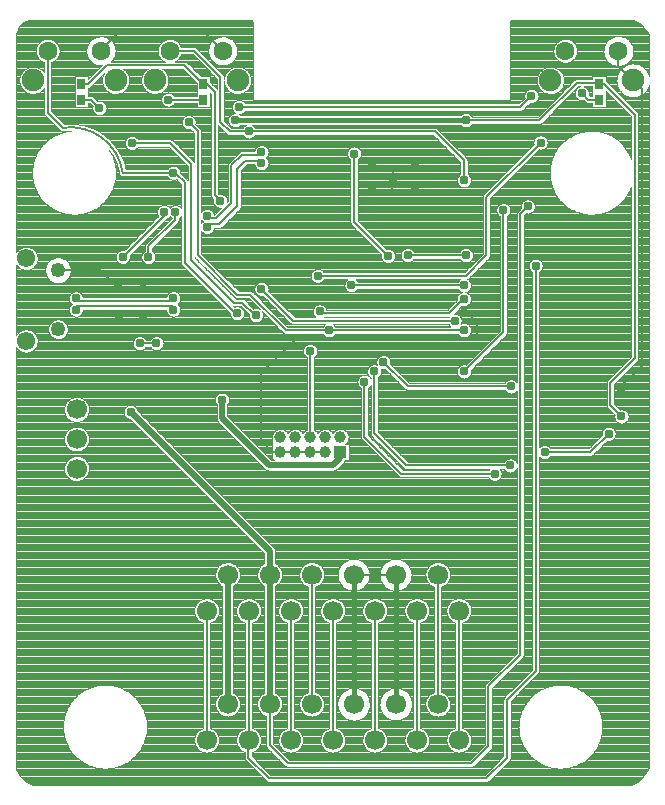
<source format=gbr>
G04 DipTrace 3.3.1.3*
G04 Top.gbr*
%MOMM*%
G04 #@! TF.FileFunction,Copper,L1,Top*
G04 #@! TF.Part,Single*
G04 #@! TA.AperFunction,Conductor*
%ADD13C,0.4*%
%ADD14C,0.2*%
%ADD16C,0.5*%
G04 #@! TA.AperFunction,CopperBalancing*
%ADD17C,0.1*%
%ADD18R,0.7X0.9*%
G04 #@! TA.AperFunction,ComponentPad*
%ADD23C,1.7*%
%ADD31R,1.0X1.0*%
%ADD32C,1.0*%
%ADD36C,1.25*%
%ADD37C,1.55*%
%ADD41C,1.6*%
%ADD42C,1.9*%
G04 #@! TA.AperFunction,ViaPad*
%ADD59C,0.7874*%
%FSLAX35Y35*%
G04*
G71*
G90*
G75*
G01*
G04 Top*
%LPD*%
X2905007Y6683257D2*
D13*
X4857630D1*
X5984757Y6987880D2*
D14*
Y6999323D1*
X5796880D1*
X5480813Y6683257D1*
X4857630D1*
X2635133Y6987883D2*
X2663880D1*
X2730380Y6921383D1*
Y6048260D1*
X2778007Y6000633D1*
X5984757Y6987880D2*
X6029383D1*
X6286380Y6730883D1*
Y4667130D1*
X6080007Y4460757D1*
Y4270257D1*
X6175257Y4175007D1*
X1603257Y6987880D2*
X1658200D1*
X1819323Y7149003D1*
X2474013D1*
X2635133Y6987883D1*
X2095380Y4794133D2*
X2238257D1*
X2169497Y5524383D2*
Y5614373D1*
X2397007Y5841883D1*
Y5905383D1*
X2936757Y6794380D2*
X5318003D1*
X5413257Y6889633D1*
X3908507Y2835257D2*
D13*
Y1739880D1*
X4264507Y2835257D2*
Y1739880D1*
X4063883Y6286380D2*
D14*
X4237000D1*
X4429007D1*
X4237000D2*
Y6176763D1*
X4238507Y6175257D1*
X4063883Y6080007D2*
X4234207D1*
X4429007D1*
X4234207D2*
Y6170957D1*
X4238507Y6175257D1*
X3286007Y3873357D2*
X3413007D1*
X3540007D1*
X3667007D1*
X1404713Y5413883D2*
X1761380D1*
X1920757Y5254507D1*
X1767507Y7270657D2*
Y7276133D1*
X1936630Y7445257D1*
X2624753D1*
X2799380Y7270630D1*
X3908507Y2835257D2*
X4264507D1*
X3286007Y3873357D2*
X3222530D1*
X3127257Y3968630D1*
Y4540133D1*
X3413007Y4825883D1*
X4905260D1*
X4952880Y4873503D1*
Y4968757D1*
X4873507Y5048130D1*
X4841757D1*
X6149007Y7270657D2*
Y7145657D1*
X6274007Y7020657D1*
X6175257Y4397257D2*
Y4429007D1*
X6349880Y4603630D1*
Y6944783D1*
X6274007Y7020657D1*
X2920880Y5048130D2*
X2905010D1*
X2476380Y5476760D1*
Y6159383D1*
X2397007Y6238757D1*
X2381130D1*
X1317507Y7270657D2*
Y6746757D1*
X1444507Y6619757D1*
G02X1952507Y6238757I63500J-444500D01*
G01*
X2381130D1*
X3619380Y5064007D2*
Y5048133D1*
X4714760D1*
X4836037Y5169410D1*
X4840063D1*
X3698757Y4905257D2*
X4841757D1*
X2510463Y6665987D2*
X2587507Y6588943D1*
Y5540253D1*
X2920880Y5206880D1*
X3032010D1*
X3333633Y4905257D1*
X3698757D1*
X3889257Y5286257D2*
X4841757D1*
X3540007Y4000357D2*
Y4730633D1*
X5232757Y3759817D2*
X4352073D1*
X4081017Y4030873D1*
Y4555660D1*
X5238633Y4429007D2*
X4365510D1*
X4159133Y4635383D1*
X3079630Y5032257D2*
X3072073D1*
X2964707Y5139623D1*
X2895797D1*
X2531953Y5503467D1*
Y6312280D1*
X2354163Y6490070D1*
X2029660D1*
X3911007Y6400997D2*
Y5820767D1*
X4199137Y5532637D1*
X5524383Y3873380D2*
X5910480D1*
X6065917Y4028817D1*
X4857630Y5540257D2*
X4365507D1*
X5175130Y5921257D2*
Y4889380D1*
X4841757Y4556007D1*
X3603507Y5365630D2*
X4857630D1*
X5032257Y5540257D1*
Y6036757D1*
X5489657Y6494157D1*
X5100787Y3690447D2*
X4310317D1*
X3999127Y4001637D1*
Y4468690D1*
X2337830Y6857883D2*
X2635133D1*
X1603257Y6857880D2*
X1684160D1*
X1755710Y6786330D1*
X5838830Y6911610D2*
X5892560Y6857880D1*
X5984757D1*
X2349380Y7270630D2*
X2556663D1*
X2778500Y7048793D1*
Y6666887D1*
X2857380Y6588007D1*
X3018980D1*
X4595850D1*
X4841757Y6342100D1*
Y6175257D1*
X3018980Y6587967D2*
Y6588007D1*
X3794007Y3873357D2*
D16*
Y3824443D1*
X3731857Y3762293D1*
X3190443D1*
X2793297Y4159440D1*
Y4317457D1*
X3127257Y5254507D2*
D14*
X3397133Y4984630D1*
X4762383D1*
X2301757Y5905383D2*
Y5873633D1*
X1952507Y5524383D1*
X2840507Y2835257D2*
D16*
Y1739880D1*
X3196507Y2835257D2*
Y1739880D1*
D14*
Y1391130D1*
X3349507Y1238130D1*
X4905253D1*
X5048130Y1381007D1*
Y1889007D1*
X5318007Y2158883D1*
Y5889507D1*
X5381507Y5953007D1*
X3196507Y2835257D2*
D16*
Y3036453D1*
X2019850Y4213110D1*
X3018507Y2530257D2*
D14*
Y1434880D1*
X5448010Y5451880D2*
Y2019010D1*
X5206880Y1777880D1*
Y1285757D1*
X5032257Y1111133D1*
X3190757D1*
X3016133Y1285757D1*
Y1434880D1*
X3018507D1*
X4798507Y2530257D2*
Y1434880D1*
X4620507Y2835257D2*
Y1739880D1*
X3730507Y2530257D2*
Y1434880D1*
X4442507Y2530257D2*
Y1434880D1*
X4086507Y2530257D2*
Y1434880D1*
X2662507Y2530257D2*
Y1434880D1*
X3552507Y2835257D2*
Y1739880D1*
X3374507Y2530257D2*
Y1434880D1*
X1555630Y5175130D2*
Y5155263D1*
X2381130D1*
Y5175130D1*
X1555630Y5079883D2*
Y5106953D1*
X2381130D1*
Y5079883D1*
X2666880Y5873630D2*
Y5851197D1*
X2739697D1*
X2873257Y5984757D1*
Y6302257D1*
X2962407Y6391407D1*
X3127257D1*
Y6413380D1*
X2666880Y5778383D2*
Y5801483D1*
X2769357D1*
X2920880Y5953007D1*
Y6270503D1*
X2991333Y6340957D1*
X3127257D1*
Y6318133D1*
D59*
X2510463Y6665987D3*
X5489657Y6494157D3*
X2337830Y6857883D3*
X5838830Y6911610D3*
X2019850Y4213110D3*
X2793297Y4317457D3*
X1555630Y5175130D3*
Y5079883D3*
X2381130Y5175130D3*
Y5079883D3*
X2778007Y6000633D3*
X2301757Y5905383D3*
X2397007D3*
X1952507Y5524383D3*
X2169497D3*
X2936757Y6794380D3*
X5413257Y6889633D3*
X2381130Y6238757D3*
X2920880Y5048130D3*
X4841757Y6175257D3*
X2095380Y4794133D3*
X2238257D3*
X2905007Y6683257D3*
X4857630D3*
X1920757Y5254507D3*
X2127130D3*
X1920757Y5032257D3*
X2127130D3*
X4238507Y6175257D3*
X4063883Y6286380D3*
X4429007D3*
X4063883Y6080007D3*
X4429007D3*
X5381507Y5953007D3*
X5448010Y5451880D3*
X3127257Y6413380D3*
Y6318133D3*
X2666880Y5873630D3*
Y5778383D3*
X4841757Y4556007D3*
X5175130Y5921257D3*
X4365507Y5540257D3*
X4857630D3*
X4762383Y4984630D3*
X3127257Y5254507D3*
X4841757Y4905257D3*
X4840063Y5169410D3*
X4841757Y5286257D3*
X3698757Y4905257D3*
X3889257Y5286257D3*
X3619380Y5064007D3*
X3079630Y5032257D3*
X3603507Y5365630D3*
X6175257Y4397257D3*
X4841757Y5048130D3*
X6175257Y4175007D3*
X4159133Y4635383D3*
X3540007Y4730633D3*
X4081017Y4555660D3*
X5232757Y3759817D3*
X5238633Y4429007D3*
X6065917Y4028817D3*
X5524383Y3873380D3*
X4199137Y5532637D3*
X3911007Y6400997D3*
X3999127Y4468690D3*
X5100787Y3690447D3*
X3018980Y6587967D3*
X1755710Y6786330D3*
X2029660Y6490070D3*
X1147433Y7525840D2*
D17*
X3048617D1*
X5232040D2*
X6287660D1*
X1124327Y7516173D2*
X3053460D1*
X5228760D2*
X6306993D1*
X1109833Y7506507D2*
X3057757D1*
X5228760D2*
X6326330D1*
X1095323Y7496840D2*
X3057757D1*
X5228760D2*
X6337853D1*
X1083117Y7487173D2*
X3057757D1*
X5228760D2*
X6347523D1*
X1078290Y7477507D2*
X3057757D1*
X5228760D2*
X6357190D1*
X1073447Y7467840D2*
X3057757D1*
X5228760D2*
X6366857D1*
X1068800Y7458173D2*
X3057757D1*
X5228760D2*
X6376527D1*
X1065577Y7448507D2*
X3057757D1*
X5228760D2*
X6383030D1*
X1062353Y7438840D2*
X3057757D1*
X5228760D2*
X6389477D1*
X1059130Y7429173D2*
X3057757D1*
X5228760D2*
X6395920D1*
X1055910Y7419507D2*
X3057757D1*
X5228760D2*
X6402367D1*
X1053643Y7409840D2*
X3057757D1*
X5228760D2*
X6407387D1*
X1053643Y7400173D2*
X3057757D1*
X5228760D2*
X6407387D1*
X1053643Y7390507D2*
X1736427D1*
X1797823D2*
X2768010D1*
X2829267D2*
X3057757D1*
X5228760D2*
X6108070D1*
X6190030D2*
X6407387D1*
X1053643Y7380840D2*
X1711097D1*
X1823173D2*
X2742620D1*
X2854660D2*
X3057757D1*
X5228760D2*
X6088363D1*
X6209737D2*
X6407387D1*
X1053643Y7371173D2*
X1312403D1*
X1322607D2*
X1692813D1*
X1841457D2*
X2345003D1*
X2353760D2*
X2724320D1*
X2872940D2*
X3057757D1*
X5228760D2*
X5693910D1*
X5704093D2*
X6071173D1*
X6226943D2*
X6407387D1*
X1053643Y7361507D2*
X1273303D1*
X1361710D2*
X1682483D1*
X1851767D2*
X2305237D1*
X2393527D2*
X2713987D1*
X2883273D2*
X3057757D1*
X5228760D2*
X5654807D1*
X5743213D2*
X6061310D1*
X6236787D2*
X6407387D1*
X1053643Y7351840D2*
X1257093D1*
X1377920D2*
X1672677D1*
X1861593D2*
X2289007D1*
X2409757D2*
X2704183D1*
X2893077D2*
X3057757D1*
X5228760D2*
X5638597D1*
X5759423D2*
X6051643D1*
X6246457D2*
X6407387D1*
X1053643Y7342173D2*
X1245763D1*
X1389250D2*
X1664063D1*
X1870207D2*
X2277660D1*
X2421103D2*
X2695570D1*
X2901690D2*
X3057757D1*
X5228760D2*
X5627250D1*
X5770753D2*
X6043187D1*
X6254913D2*
X6407387D1*
X1053643Y7332507D2*
X1237170D1*
X1397843D2*
X1658927D1*
X1875343D2*
X2269063D1*
X2429697D2*
X2690433D1*
X2906847D2*
X3057757D1*
X5228760D2*
X5618673D1*
X5779347D2*
X6038147D1*
X6259953D2*
X6407387D1*
X1053643Y7322840D2*
X1230490D1*
X1404523D2*
X1653927D1*
X1880343D2*
X2262387D1*
X2436377D2*
X2685433D1*
X2911827D2*
X3057757D1*
X5228760D2*
X5611993D1*
X5786007D2*
X6033227D1*
X6264893D2*
X6407387D1*
X1053643Y7313173D2*
X1225333D1*
X1409677D2*
X1648947D1*
X1885303D2*
X2257210D1*
X2441533D2*
X2680470D1*
X2916807D2*
X3057757D1*
X5228760D2*
X5606840D1*
X5791183D2*
X6028283D1*
X6269813D2*
X6407387D1*
X1053643Y7303507D2*
X1221427D1*
X1413583D2*
X1646137D1*
X1888117D2*
X2253303D1*
X2445460D2*
X2677640D1*
X2919620D2*
X3057757D1*
X5228760D2*
X5602913D1*
X5795090D2*
X6025160D1*
X6272940D2*
X6407387D1*
X1053643Y7293840D2*
X1218617D1*
X1416397D2*
X1644593D1*
X1889677D2*
X2250490D1*
X2577607D2*
X2676097D1*
X2921183D2*
X3057757D1*
X5228760D2*
X5600120D1*
X5797900D2*
X6023637D1*
X6274463D2*
X6407387D1*
X1053643Y7284173D2*
X1216820D1*
X1418193D2*
X1643030D1*
X1891220D2*
X2248693D1*
X2587393D2*
X2674533D1*
X2922727D2*
X3057757D1*
X5228760D2*
X5598323D1*
X5799697D2*
X6022093D1*
X6276007D2*
X6407387D1*
X1053643Y7274507D2*
X1215980D1*
X1419033D2*
X1641547D1*
X1892707D2*
X2247853D1*
X2597060D2*
X2673050D1*
X2924230D2*
X3057757D1*
X5228760D2*
X5597483D1*
X5800537D2*
X6020570D1*
X6277530D2*
X6407387D1*
X1053643Y7264840D2*
X1216077D1*
X1418937D2*
X1642013D1*
X1892257D2*
X2247953D1*
X2606730D2*
X2673517D1*
X2923760D2*
X3057757D1*
X5228760D2*
X5597580D1*
X5800440D2*
X6020353D1*
X6277743D2*
X6407387D1*
X1053643Y7255173D2*
X1217113D1*
X1417900D2*
X1643557D1*
X1890693D2*
X2248967D1*
X2616397D2*
X2675060D1*
X2922197D2*
X3057757D1*
X5228760D2*
X5598597D1*
X5799403D2*
X6021877D1*
X6276220D2*
X6407387D1*
X1053643Y7245507D2*
X1219103D1*
X1415910D2*
X1645120D1*
X1889150D2*
X2250960D1*
X2626063D2*
X2676623D1*
X2920653D2*
X3057757D1*
X5228760D2*
X5600607D1*
X5797413D2*
X6023400D1*
X6274697D2*
X6407387D1*
X1053643Y7235840D2*
X1222130D1*
X1412880D2*
X1646740D1*
X1887510D2*
X2253987D1*
X2444777D2*
X2547170D1*
X2635733D2*
X2678243D1*
X2919013D2*
X3057757D1*
X5228760D2*
X5603617D1*
X5794387D2*
X6024943D1*
X6273153D2*
X6407387D1*
X1053643Y7226173D2*
X1226273D1*
X1408740D2*
X1650627D1*
X1883643D2*
X2258127D1*
X2440617D2*
X2556840D1*
X2645400D2*
X2682113D1*
X2915147D2*
X3057757D1*
X5228760D2*
X5607777D1*
X5790243D2*
X6027620D1*
X6270480D2*
X6407387D1*
X1053643Y7216507D2*
X1231720D1*
X1403290D2*
X1655607D1*
X1878643D2*
X2263577D1*
X2435187D2*
X2566507D1*
X2655070D2*
X2687113D1*
X2910147D2*
X3057757D1*
X5228760D2*
X5613227D1*
X5784797D2*
X6032483D1*
X6265617D2*
X6407387D1*
X1053643Y7206840D2*
X1238733D1*
X1396280D2*
X1660607D1*
X1873643D2*
X2270590D1*
X2428173D2*
X2576173D1*
X2664737D2*
X2692113D1*
X2905167D2*
X3057757D1*
X5228760D2*
X5620237D1*
X5777783D2*
X6037423D1*
X6260673D2*
X6407387D1*
X1053643Y7197173D2*
X1247797D1*
X1387217D2*
X1666427D1*
X1867823D2*
X2279650D1*
X2419113D2*
X2585843D1*
X2674387D2*
X2697933D1*
X2899327D2*
X3057757D1*
X5228760D2*
X5629300D1*
X5768720D2*
X6042367D1*
X6255733D2*
X6407387D1*
X1053643Y7187507D2*
X1259887D1*
X1375127D2*
X1676000D1*
X1858273D2*
X2291720D1*
X2407040D2*
X2595510D1*
X2684053D2*
X2707483D1*
X2889777D2*
X3057757D1*
X5228760D2*
X5641390D1*
X5756630D2*
X6050217D1*
X6247880D2*
X6407387D1*
X1053643Y7177840D2*
X1277697D1*
X1357313D2*
X1685803D1*
X2485243D2*
X2605177D1*
X2693720D2*
X2717287D1*
X2879970D2*
X3057757D1*
X5228760D2*
X5659203D1*
X5738800D2*
X6059887D1*
X6238213D2*
X6407387D1*
X1053643Y7168173D2*
X1285900D1*
X1349113D2*
X1698363D1*
X2499113D2*
X2614847D1*
X2703390D2*
X2729847D1*
X2867413D2*
X3057757D1*
X5228760D2*
X6069573D1*
X6228527D2*
X6407387D1*
X1053643Y7158507D2*
X1285900D1*
X1349113D2*
X1717600D1*
X2508780D2*
X2624513D1*
X2713057D2*
X2749083D1*
X2848173D2*
X3057757D1*
X5228760D2*
X6085590D1*
X6212510D2*
X6239240D1*
X6307313D2*
X6407387D1*
X1053643Y7148840D2*
X1285900D1*
X1349113D2*
X1757403D1*
X2518447D2*
X2634183D1*
X2722727D2*
X2788850D1*
X2808427D2*
X3057757D1*
X5228760D2*
X6104573D1*
X6193527D2*
X6213127D1*
X6333427D2*
X6407387D1*
X1053643Y7139173D2*
X1285900D1*
X1349113D2*
X1765217D1*
X2528117D2*
X2643850D1*
X2732393D2*
X3057757D1*
X5228760D2*
X6194493D1*
X6352060D2*
X6407387D1*
X1053643Y7129507D2*
X1152580D1*
X1232433D2*
X1285900D1*
X1349113D2*
X1755550D1*
X2537783D2*
X2653517D1*
X2742060D2*
X2884533D1*
X2964230D2*
X3057757D1*
X5228760D2*
X5534083D1*
X5613937D2*
X6182267D1*
X6364287D2*
X6407387D1*
X1053643Y7119840D2*
X1132130D1*
X1252880D2*
X1285900D1*
X1349113D2*
X1745880D1*
X2547453D2*
X2663187D1*
X2751730D2*
X2864047D1*
X2984717D2*
X3057757D1*
X5228760D2*
X5513637D1*
X5634387D2*
X6172757D1*
X6373800D2*
X6407387D1*
X1053643Y7110173D2*
X1118363D1*
X1266650D2*
X1285900D1*
X1349113D2*
X1736213D1*
X1966650D2*
X2150277D1*
X2298487D2*
X2468577D1*
X2557120D2*
X2672853D1*
X2761397D2*
X2850277D1*
X2998487D2*
X3057757D1*
X5228760D2*
X5499867D1*
X5648153D2*
X6163263D1*
X6383290D2*
X6407387D1*
X1053643Y7100507D2*
X1107913D1*
X1277100D2*
X1285900D1*
X1349113D2*
X1726547D1*
X1977100D2*
X2139807D1*
X2308937D2*
X2478227D1*
X2566787D2*
X2682503D1*
X2771063D2*
X2839807D1*
X3008937D2*
X3057757D1*
X5228760D2*
X5489417D1*
X5658603D2*
X6155707D1*
X6390850D2*
X6407387D1*
X1053643Y7090840D2*
X1099650D1*
X1349113D2*
X1716877D1*
X1985363D2*
X2131547D1*
X2317217D2*
X2487893D1*
X2576457D2*
X2692170D1*
X2780733D2*
X2831547D1*
X3017217D2*
X3057757D1*
X5228760D2*
X5481153D1*
X5666867D2*
X6150843D1*
X6395713D2*
X6407387D1*
X1053643Y7081173D2*
X1093010D1*
X1349113D2*
X1707210D1*
X1992003D2*
X2124903D1*
X2323857D2*
X2497560D1*
X2586123D2*
X2701840D1*
X2790400D2*
X2824903D1*
X3023857D2*
X3057757D1*
X5228760D2*
X5474513D1*
X5673507D2*
X6146017D1*
X6400537D2*
X6407387D1*
X1053643Y7071507D2*
X1087697D1*
X1349113D2*
X1697560D1*
X1997313D2*
X2119573D1*
X2329190D2*
X2507230D1*
X2595790D2*
X2711507D1*
X2800070D2*
X2819573D1*
X3029190D2*
X3057757D1*
X5228760D2*
X5469183D1*
X5678820D2*
X6141173D1*
X1053643Y7061840D2*
X1083500D1*
X1349113D2*
X1687893D1*
X1776437D2*
X1783500D1*
X2001513D2*
X2115373D1*
X2333390D2*
X2516897D1*
X2605460D2*
X2721173D1*
X2807177D2*
X2815373D1*
X3033390D2*
X3057757D1*
X5228760D2*
X5464983D1*
X5683017D2*
X6137367D1*
X1053643Y7052173D2*
X1080297D1*
X1349113D2*
X1546663D1*
X1659853D2*
X1678227D1*
X1766767D2*
X1780297D1*
X2004737D2*
X2112170D1*
X2336593D2*
X2526563D1*
X2691730D2*
X2730843D1*
X3036593D2*
X3057757D1*
X5228760D2*
X5461780D1*
X5686220D2*
X5928167D1*
X6041357D2*
X6135763D1*
X1053643Y7042507D2*
X1077990D1*
X1349113D2*
X1546663D1*
X1659853D2*
X1668557D1*
X1757100D2*
X1777990D1*
X2007023D2*
X2109867D1*
X2338897D2*
X2536233D1*
X2691730D2*
X2740510D1*
X3038897D2*
X3057757D1*
X5228760D2*
X5459493D1*
X5688527D2*
X5928167D1*
X6041357D2*
X6134260D1*
X1053643Y7032840D2*
X1076547D1*
X1349113D2*
X1546663D1*
X1747433D2*
X1776547D1*
X2008467D2*
X2108420D1*
X2340343D2*
X2545900D1*
X2691730D2*
X2746897D1*
X3040343D2*
X3057757D1*
X5228760D2*
X5458050D1*
X5689970D2*
X5928167D1*
X6041357D2*
X6132757D1*
X1053643Y7023173D2*
X1075940D1*
X1349113D2*
X1546663D1*
X1737763D2*
X1775940D1*
X2009073D2*
X2107813D1*
X2340947D2*
X2555570D1*
X2691730D2*
X2746897D1*
X3040947D2*
X3057757D1*
X5228760D2*
X5457423D1*
X5690577D2*
X5776703D1*
X6041357D2*
X6131350D1*
X1053643Y7013507D2*
X1076137D1*
X1349113D2*
X1546663D1*
X1728097D2*
X1776137D1*
X2008877D2*
X2107990D1*
X2340753D2*
X2565237D1*
X2691730D2*
X2746897D1*
X3040753D2*
X3057757D1*
X5228760D2*
X5457620D1*
X5690380D2*
X5766780D1*
X6047100D2*
X6131917D1*
X1053643Y7003840D2*
X1077130D1*
X1349113D2*
X1546663D1*
X1718427D2*
X1777130D1*
X2007880D2*
X2109007D1*
X2339757D2*
X2574903D1*
X2692197D2*
X2746897D1*
X3039757D2*
X3057757D1*
X5228760D2*
X5458637D1*
X5689387D2*
X5757113D1*
X6057707D2*
X6133420D1*
X1053643Y6994173D2*
X1078987D1*
X1349113D2*
X1546663D1*
X1708760D2*
X1778987D1*
X2006027D2*
X2110843D1*
X2337920D2*
X2578537D1*
X2701867D2*
X2746897D1*
X3037920D2*
X3057757D1*
X5228760D2*
X5460490D1*
X5687530D2*
X5747463D1*
X6067373D2*
X6134923D1*
X1053643Y6984507D2*
X1081703D1*
X1349113D2*
X1546663D1*
X1699093D2*
X1781703D1*
X2003310D2*
X2113577D1*
X2335187D2*
X2578537D1*
X2711533D2*
X2746897D1*
X2810107D2*
X2813553D1*
X3035187D2*
X3057757D1*
X5228760D2*
X5463207D1*
X5684813D2*
X5737797D1*
X6077023D2*
X6136427D1*
X1053643Y6974840D2*
X1085373D1*
X1349113D2*
X1546663D1*
X1689443D2*
X1785373D1*
X1999640D2*
X2117230D1*
X2331533D2*
X2578537D1*
X2721203D2*
X2746897D1*
X2810107D2*
X2817230D1*
X3031533D2*
X3057757D1*
X5228760D2*
X5466877D1*
X5681143D2*
X5728127D1*
X6086690D2*
X6138617D1*
X1053643Y6965173D2*
X1090100D1*
X1349113D2*
X1546663D1*
X1679717D2*
X1790100D1*
X1994913D2*
X2121957D1*
X2326807D2*
X2578537D1*
X2730870D2*
X2746897D1*
X2810107D2*
X2821957D1*
X3026807D2*
X3057757D1*
X5228760D2*
X5471583D1*
X5676417D2*
X5718460D1*
X5807003D2*
X5810870D1*
X5866807D2*
X5928167D1*
X6096357D2*
X6143263D1*
X6403290D2*
X6407387D1*
X1053643Y6955507D2*
X1096017D1*
X1349113D2*
X1546663D1*
X1659853D2*
X1796017D1*
X1988993D2*
X2127873D1*
X2320890D2*
X2578537D1*
X2740537D2*
X2746897D1*
X2810107D2*
X2827873D1*
X3020890D2*
X3057757D1*
X5228760D2*
X5477523D1*
X5670500D2*
X5708790D1*
X5880693D2*
X5928167D1*
X6106027D2*
X6148090D1*
X6398467D2*
X6407387D1*
X1053643Y6945840D2*
X1103380D1*
X1281630D2*
X1285910D1*
X1349113D2*
X1546663D1*
X1659853D2*
X1803380D1*
X1981630D2*
X2135237D1*
X2313527D2*
X2578537D1*
X2810107D2*
X2835237D1*
X3013527D2*
X3057757D1*
X5228760D2*
X5391350D1*
X5435167D2*
X5484887D1*
X5663137D2*
X5699123D1*
X5889073D2*
X5928167D1*
X6115693D2*
X6152933D1*
X6393623D2*
X6407387D1*
X1053643Y6936173D2*
X1112600D1*
X1272413D2*
X1285900D1*
X1349113D2*
X1546663D1*
X1659853D2*
X1812600D1*
X1972413D2*
X2144457D1*
X2304307D2*
X2578537D1*
X2810107D2*
X2844457D1*
X3004307D2*
X3057757D1*
X5228760D2*
X5374437D1*
X5452080D2*
X5494103D1*
X5653917D2*
X5689457D1*
X5778000D2*
X5783127D1*
X5894540D2*
X5928167D1*
X6125363D2*
X6158303D1*
X6388253D2*
X6407387D1*
X1053643Y6926507D2*
X1124437D1*
X1260577D2*
X1285900D1*
X1349113D2*
X1546663D1*
X1659853D2*
X1824437D1*
X1960577D2*
X2156273D1*
X2292490D2*
X2578537D1*
X2810107D2*
X2856273D1*
X2992490D2*
X3057757D1*
X5228760D2*
X5364963D1*
X5461553D2*
X5505940D1*
X5642080D2*
X5679787D1*
X5768330D2*
X5779750D1*
X5897920D2*
X5928167D1*
X6041357D2*
X6046477D1*
X6135030D2*
X6167347D1*
X6379210D2*
X6407387D1*
X1053643Y6916840D2*
X1140667D1*
X1244347D2*
X1285900D1*
X1349113D2*
X1546663D1*
X1659853D2*
X1840667D1*
X1944347D2*
X2172483D1*
X2276280D2*
X2325863D1*
X2349813D2*
X2578537D1*
X2810107D2*
X2872483D1*
X2976280D2*
X3057757D1*
X5228760D2*
X5358810D1*
X5467707D2*
X5522150D1*
X5625850D2*
X5670120D1*
X5758663D2*
X5778090D1*
X5899580D2*
X5928167D1*
X6041357D2*
X6056153D1*
X6144697D2*
X6176857D1*
X6369697D2*
X6407387D1*
X1053643Y6907173D2*
X1169493D1*
X1215517D2*
X1285900D1*
X1349113D2*
X1546663D1*
X1659853D2*
X1869493D1*
X1915517D2*
X2201213D1*
X2247530D2*
X2302677D1*
X2373000D2*
X2578537D1*
X2691730D2*
X2698773D1*
X2810107D2*
X2901213D1*
X2947530D2*
X3057757D1*
X5228760D2*
X5354903D1*
X5471613D2*
X5550980D1*
X5597023D2*
X5660453D1*
X5749013D2*
X5778030D1*
X5899640D2*
X5928167D1*
X6041357D2*
X6065823D1*
X6154367D2*
X6186410D1*
X6360147D2*
X6407387D1*
X1053643Y6897507D2*
X1285900D1*
X1349113D2*
X1546663D1*
X1659853D2*
X2291820D1*
X2383840D2*
X2578537D1*
X2691730D2*
X2698773D1*
X2810107D2*
X3057757D1*
X5228760D2*
X5352813D1*
X5473703D2*
X5650783D1*
X5739347D2*
X5779533D1*
X5898117D2*
X5928167D1*
X6041357D2*
X6075490D1*
X6164033D2*
X6202523D1*
X6344033D2*
X6407387D1*
X1053643Y6887840D2*
X1285900D1*
X1349113D2*
X1546663D1*
X1691397D2*
X2284887D1*
X2691730D2*
X2698773D1*
X2810107D2*
X3057757D1*
X5228760D2*
X5352307D1*
X5474210D2*
X5641117D1*
X5729677D2*
X5782777D1*
X6041357D2*
X6085140D1*
X6173703D2*
X6221153D1*
X6325400D2*
X6407387D1*
X1053643Y6878173D2*
X1285900D1*
X1349113D2*
X1546663D1*
X1708137D2*
X2280393D1*
X2691730D2*
X2698773D1*
X2810107D2*
X3057757D1*
X5228760D2*
X5353400D1*
X5473117D2*
X5631447D1*
X5720010D2*
X5788050D1*
X6041357D2*
X6094807D1*
X6183370D2*
X6265040D1*
X6281513D2*
X6407387D1*
X1053643Y6868507D2*
X1285900D1*
X1349113D2*
X1546663D1*
X1717803D2*
X2277813D1*
X2691730D2*
X2698773D1*
X2810107D2*
X3057757D1*
X5228760D2*
X5347853D1*
X5470380D2*
X5621780D1*
X5710343D2*
X5796137D1*
X6041357D2*
X6104477D1*
X6193037D2*
X6407387D1*
X1053643Y6858840D2*
X1285900D1*
X1349113D2*
X1546663D1*
X1727470D2*
X2276857D1*
X2691730D2*
X2698773D1*
X2810107D2*
X3057757D1*
X5228760D2*
X5338187D1*
X5465713D2*
X5612113D1*
X5700673D2*
X5809340D1*
X6041357D2*
X6114143D1*
X6202707D2*
X6407387D1*
X1053643Y6849173D2*
X1285900D1*
X1349113D2*
X1546663D1*
X1737140D2*
X2277503D1*
X2691730D2*
X2698773D1*
X2810107D2*
X2911390D1*
X2962140D2*
X5328517D1*
X5458527D2*
X5602463D1*
X5691007D2*
X5856993D1*
X6041357D2*
X6123810D1*
X6212373D2*
X6407387D1*
X1053643Y6839507D2*
X1285900D1*
X1349113D2*
X1546663D1*
X1784443D2*
X2279750D1*
X2691730D2*
X2698773D1*
X2810107D2*
X2896253D1*
X2977257D2*
X5318850D1*
X5447177D2*
X5592797D1*
X5681340D2*
X5866663D1*
X6041357D2*
X6133480D1*
X6222023D2*
X6407387D1*
X1053643Y6829840D2*
X1285900D1*
X1349113D2*
X1546663D1*
X1797980D2*
X2283810D1*
X2691730D2*
X2698773D1*
X2810107D2*
X2887387D1*
X2986123D2*
X5309183D1*
X5397743D2*
X5407660D1*
X5418857D2*
X5583127D1*
X5671670D2*
X5879300D1*
X6041357D2*
X6143147D1*
X6231690D2*
X6407387D1*
X1053643Y6820173D2*
X1285900D1*
X1349113D2*
X1546663D1*
X1659853D2*
X1677600D1*
X1806220D2*
X2290197D1*
X2385460D2*
X2578537D1*
X2691730D2*
X2698773D1*
X2810107D2*
X2881623D1*
X5388077D2*
X5573460D1*
X5662003D2*
X5928167D1*
X6041357D2*
X6152813D1*
X6241357D2*
X6407387D1*
X1053643Y6810507D2*
X1285900D1*
X1349113D2*
X1546663D1*
X1659853D2*
X1687250D1*
X1811593D2*
X2300060D1*
X2375597D2*
X2578537D1*
X2691730D2*
X2698773D1*
X2810107D2*
X2877990D1*
X5378410D2*
X5563790D1*
X5652333D2*
X5928167D1*
X6041357D2*
X6162483D1*
X6251027D2*
X6407387D1*
X1053643Y6800840D2*
X1285900D1*
X1349113D2*
X1546663D1*
X1659853D2*
X1696527D1*
X1814893D2*
X2318323D1*
X2357333D2*
X2578537D1*
X2691730D2*
X2698773D1*
X2810107D2*
X2876137D1*
X5368740D2*
X5554123D1*
X5642667D2*
X5928167D1*
X6041357D2*
X6172150D1*
X6260693D2*
X6407387D1*
X1053643Y6791173D2*
X1285900D1*
X1349113D2*
X1694943D1*
X1816477D2*
X2698773D1*
X2810107D2*
X2875880D1*
X5359073D2*
X5544457D1*
X5633000D2*
X6181820D1*
X6270363D2*
X6407387D1*
X1053643Y6781507D2*
X1285900D1*
X1349113D2*
X1694943D1*
X1816493D2*
X2698773D1*
X2810107D2*
X2877190D1*
X5349403D2*
X5534787D1*
X5623330D2*
X6191487D1*
X6280030D2*
X6407387D1*
X1053643Y6771840D2*
X1285900D1*
X1349113D2*
X1696527D1*
X1814913D2*
X2698773D1*
X2810107D2*
X2880177D1*
X5339697D2*
X5525120D1*
X5613663D2*
X6201153D1*
X6289697D2*
X6407387D1*
X1053643Y6762173D2*
X1285900D1*
X1349113D2*
X1699827D1*
X1811593D2*
X2698773D1*
X2810107D2*
X2885177D1*
X2988350D2*
X5515453D1*
X5604013D2*
X6210823D1*
X6299367D2*
X6407387D1*
X1053643Y6752507D2*
X1285900D1*
X1356027D2*
X1705197D1*
X1806240D2*
X2698773D1*
X2810107D2*
X2892833D1*
X2980693D2*
X5505783D1*
X5594347D2*
X6220490D1*
X6309033D2*
X6407387D1*
X1053643Y6742840D2*
X1286153D1*
X1365693D2*
X1713420D1*
X1798000D2*
X2698773D1*
X2810107D2*
X2897210D1*
X2968410D2*
X4849827D1*
X4865420D2*
X5496117D1*
X5584677D2*
X6230140D1*
X6315557D2*
X6407387D1*
X1053643Y6733173D2*
X1289083D1*
X1375363D2*
X1726957D1*
X1784463D2*
X2698773D1*
X2810107D2*
X2870763D1*
X2939250D2*
X4823400D1*
X4891867D2*
X5486447D1*
X5575010D2*
X6239807D1*
X6317900D2*
X6407387D1*
X1053643Y6723507D2*
X1296487D1*
X1385030D2*
X2492503D1*
X2528427D2*
X2698773D1*
X2810107D2*
X2859553D1*
X4903077D2*
X5476780D1*
X5565343D2*
X6249477D1*
X6317980D2*
X6407387D1*
X1053643Y6713840D2*
X1306153D1*
X1394697D2*
X2473323D1*
X2547607D2*
X2698773D1*
X2810107D2*
X2852423D1*
X5555673D2*
X6254787D1*
X6317980D2*
X6407387D1*
X1053643Y6704173D2*
X1315823D1*
X1404367D2*
X2463227D1*
X2557707D2*
X2698773D1*
X2810107D2*
X2847797D1*
X5546007D2*
X6254787D1*
X6317980D2*
X6407387D1*
X1053643Y6694507D2*
X1325490D1*
X1414033D2*
X2456703D1*
X2564210D2*
X2698773D1*
X2810107D2*
X2845100D1*
X5536340D2*
X6254787D1*
X6317980D2*
X6407387D1*
X1053643Y6684840D2*
X1335140D1*
X1423703D2*
X2452523D1*
X2568390D2*
X2698773D1*
X2810107D2*
X2844063D1*
X5526670D2*
X6254787D1*
X6317980D2*
X6407387D1*
X1053643Y6675173D2*
X1344807D1*
X1433370D2*
X2450197D1*
X2570713D2*
X2698773D1*
X2814483D2*
X2844593D1*
X5517003D2*
X6254787D1*
X6317980D2*
X6407387D1*
X1053643Y6665507D2*
X1354477D1*
X1443037D2*
X2449493D1*
X2571437D2*
X2698773D1*
X2824150D2*
X2846720D1*
X5507333D2*
X6254787D1*
X6317980D2*
X6407387D1*
X1053643Y6655840D2*
X1364143D1*
X1452707D2*
X2450353D1*
X2570557D2*
X2698773D1*
X2833820D2*
X2850667D1*
X5495400D2*
X6254787D1*
X6317980D2*
X6407387D1*
X1053643Y6646173D2*
X1373810D1*
X1599523D2*
X2452853D1*
X2574540D2*
X2698773D1*
X2843487D2*
X2856877D1*
X4905753D2*
X6254787D1*
X6317980D2*
X6407387D1*
X1053643Y6636507D2*
X1383480D1*
X1638290D2*
X2457230D1*
X2584210D2*
X2698773D1*
X2853153D2*
X2866447D1*
X2943563D2*
X2982757D1*
X3055207D2*
X4819063D1*
X4896183D2*
X6254787D1*
X6317980D2*
X6407387D1*
X1053643Y6626840D2*
X1393147D1*
X1668840D2*
X2464027D1*
X2593877D2*
X2698773D1*
X2761983D2*
X2774280D1*
X2862823D2*
X2883673D1*
X2926340D2*
X2972307D1*
X3065637D2*
X4836290D1*
X4878977D2*
X6254787D1*
X6317980D2*
X6407387D1*
X1053643Y6617173D2*
X1402813D1*
X1694287D2*
X2474630D1*
X2603547D2*
X2698773D1*
X2761983D2*
X2783947D1*
X4606103D2*
X6254787D1*
X6317980D2*
X6407387D1*
X1053643Y6607507D2*
X1412483D1*
X1715673D2*
X2496173D1*
X2612843D2*
X2698773D1*
X2761983D2*
X2793597D1*
X4620617D2*
X6254787D1*
X6317980D2*
X6407387D1*
X1053643Y6597840D2*
X1422150D1*
X1734443D2*
X2534340D1*
X2617783D2*
X2698773D1*
X2761983D2*
X2803263D1*
X4630283D2*
X6254787D1*
X6317980D2*
X6407387D1*
X1053643Y6588173D2*
X1474183D1*
X1752960D2*
X2544007D1*
X2619113D2*
X2698773D1*
X2761983D2*
X2812933D1*
X4639953D2*
X5855687D1*
X5986827D2*
X6254787D1*
X6317980D2*
X6407387D1*
X1053643Y6578507D2*
X1434690D1*
X1767490D2*
X2553673D1*
X2619113D2*
X2698773D1*
X2761983D2*
X2822600D1*
X4649620D2*
X5816173D1*
X6026340D2*
X6254787D1*
X6317980D2*
X6407387D1*
X1053643Y6568840D2*
X1407210D1*
X1782003D2*
X2555900D1*
X2619113D2*
X2698773D1*
X2761983D2*
X2832267D1*
X4659287D2*
X5788693D1*
X6053820D2*
X6254787D1*
X6317980D2*
X6407387D1*
X1053643Y6559173D2*
X1385160D1*
X1796477D2*
X2555900D1*
X2619113D2*
X2698773D1*
X2761983D2*
X2846137D1*
X4668957D2*
X5766643D1*
X6075870D2*
X6254787D1*
X6317980D2*
X6407387D1*
X1053643Y6549507D2*
X1366427D1*
X1808057D2*
X2020687D1*
X2038643D2*
X2555900D1*
X2619113D2*
X2698773D1*
X2761983D2*
X2971977D1*
X3065987D2*
X4590080D1*
X4678623D2*
X5465570D1*
X5513740D2*
X5747933D1*
X6094580D2*
X6254787D1*
X6317980D2*
X6407387D1*
X1053643Y6539840D2*
X1350040D1*
X1819560D2*
X1995197D1*
X2064113D2*
X2555900D1*
X2619113D2*
X2698773D1*
X2761983D2*
X2982210D1*
X3055753D2*
X4599750D1*
X4688290D2*
X5449807D1*
X5529503D2*
X5731547D1*
X6110967D2*
X6254787D1*
X6317980D2*
X6407387D1*
X1053643Y6530173D2*
X1335433D1*
X1831047D2*
X1984063D1*
X2075243D2*
X2555900D1*
X2619113D2*
X2698773D1*
X2761983D2*
X3001977D1*
X3035987D2*
X4609417D1*
X4697960D2*
X5440707D1*
X5538603D2*
X5716937D1*
X6125577D2*
X6254787D1*
X6317980D2*
X6407387D1*
X1053643Y6520507D2*
X1322250D1*
X1841613D2*
X1976993D1*
X2358330D2*
X2555900D1*
X2619113D2*
X2698773D1*
X2761983D2*
X4619083D1*
X4707627D2*
X5434787D1*
X5544523D2*
X5703733D1*
X6138780D2*
X6254787D1*
X6317980D2*
X6407387D1*
X1053643Y6510840D2*
X1310217D1*
X1850773D2*
X1972403D1*
X2377667D2*
X2555900D1*
X2619113D2*
X2698773D1*
X2761983D2*
X4628733D1*
X4717297D2*
X5431057D1*
X5548253D2*
X5691720D1*
X6150790D2*
X6254787D1*
X6317980D2*
X6407387D1*
X1053643Y6501173D2*
X1299183D1*
X1859933D2*
X1969730D1*
X2387333D2*
X2555900D1*
X2619113D2*
X2698773D1*
X2761983D2*
X4638400D1*
X4726963D2*
X5429103D1*
X5550207D2*
X5680667D1*
X6161847D2*
X6254787D1*
X6317980D2*
X6407387D1*
X1053643Y6491507D2*
X1289007D1*
X1869113D2*
X1968713D1*
X2397003D2*
X2555900D1*
X2619113D2*
X2698773D1*
X2761983D2*
X4648070D1*
X4736630D2*
X5428753D1*
X5550577D2*
X5670490D1*
X6172023D2*
X6254787D1*
X6317980D2*
X6407387D1*
X1053643Y6481840D2*
X1279573D1*
X1877607D2*
X1969260D1*
X2406670D2*
X2555900D1*
X2619113D2*
X2698773D1*
X2761983D2*
X4657737D1*
X4746300D2*
X5429963D1*
X5549347D2*
X5661077D1*
X6181437D2*
X6254787D1*
X6317980D2*
X6407387D1*
X1053643Y6472173D2*
X1270843D1*
X1884913D2*
X1971427D1*
X2416340D2*
X2555900D1*
X2619113D2*
X2698773D1*
X2761983D2*
X3114437D1*
X3140070D2*
X4667403D1*
X4755967D2*
X5423400D1*
X5546457D2*
X5652347D1*
X6190167D2*
X6254787D1*
X6317980D2*
X6407387D1*
X1053643Y6462507D2*
X1262717D1*
X1892197D2*
X1975393D1*
X2426007D2*
X2555900D1*
X2619113D2*
X2698773D1*
X2761983D2*
X3091857D1*
X3162647D2*
X4677073D1*
X4765617D2*
X5413733D1*
X5541593D2*
X5644220D1*
X6198290D2*
X6254787D1*
X6317980D2*
X6407387D1*
X1053643Y6452840D2*
X1255160D1*
X1899503D2*
X1981643D1*
X2077667D2*
X2347113D1*
X2435673D2*
X2555900D1*
X2619113D2*
X2698773D1*
X2761983D2*
X3081097D1*
X3173410D2*
X3879867D1*
X3942160D2*
X4686740D1*
X4775283D2*
X5404063D1*
X5534130D2*
X5636663D1*
X6205850D2*
X6254787D1*
X6317980D2*
X6407387D1*
X1053643Y6443173D2*
X1248107D1*
X1906787D2*
X1991290D1*
X2068037D2*
X2356780D1*
X2445343D2*
X2555900D1*
X2619113D2*
X2698773D1*
X2761983D2*
X3074203D1*
X3180303D2*
X3867367D1*
X3954640D2*
X4696410D1*
X4784953D2*
X5394397D1*
X5522237D2*
X5629613D1*
X6212900D2*
X6254787D1*
X6317980D2*
X6407387D1*
X1053643Y6433507D2*
X1241547D1*
X1912647D2*
X2008733D1*
X2050577D2*
X2366447D1*
X2455010D2*
X2555900D1*
X2619113D2*
X2698773D1*
X2761983D2*
X3069767D1*
X3184757D2*
X3859613D1*
X3962393D2*
X4706077D1*
X4794620D2*
X5384730D1*
X5473290D2*
X5623050D1*
X6219463D2*
X6254787D1*
X6317980D2*
X6407387D1*
X1053643Y6423840D2*
X1235433D1*
X1918390D2*
X2376117D1*
X2464660D2*
X2555900D1*
X2619113D2*
X2698773D1*
X2761983D2*
X3067210D1*
X3187313D2*
X3854553D1*
X3967453D2*
X4715743D1*
X4804287D2*
X5375060D1*
X5463623D2*
X5616937D1*
X6225577D2*
X6254787D1*
X6317980D2*
X6407387D1*
X1053643Y6414173D2*
X1229750D1*
X1924113D2*
X2385783D1*
X2474327D2*
X2555900D1*
X2619113D2*
X2698773D1*
X2761983D2*
X2940960D1*
X3188213D2*
X3851507D1*
X3970517D2*
X4725413D1*
X4813957D2*
X5365393D1*
X5453957D2*
X5611233D1*
X6231280D2*
X6254787D1*
X6317980D2*
X6407387D1*
X1053643Y6404507D2*
X1224457D1*
X1929833D2*
X2395453D1*
X2483993D2*
X2555900D1*
X2619113D2*
X2698773D1*
X2761983D2*
X2931233D1*
X3187570D2*
X3850140D1*
X3971867D2*
X4735080D1*
X4823623D2*
X5355727D1*
X5444287D2*
X5605960D1*
X6236573D2*
X6254787D1*
X6317980D2*
X6407387D1*
X1053643Y6394840D2*
X1219533D1*
X1935363D2*
X2405120D1*
X2493663D2*
X2555900D1*
X2619113D2*
X2698773D1*
X2761983D2*
X2921563D1*
X3185283D2*
X3850353D1*
X3971650D2*
X4744750D1*
X4833290D2*
X5346057D1*
X5434620D2*
X5601037D1*
X6241477D2*
X6254787D1*
X6317980D2*
X6407387D1*
X1053643Y6385173D2*
X1214983D1*
X1864523D2*
X1868163D1*
X1939717D2*
X2414787D1*
X2503330D2*
X2555900D1*
X2619113D2*
X2698773D1*
X2761983D2*
X2911897D1*
X3181183D2*
X3852170D1*
X3969853D2*
X4754417D1*
X4842960D2*
X5336390D1*
X5424953D2*
X5596487D1*
X6246027D2*
X6254787D1*
X6317980D2*
X6407387D1*
X1053643Y6375507D2*
X1210783D1*
X1868720D2*
X1873863D1*
X1944053D2*
X2424457D1*
X2513000D2*
X2555900D1*
X2619113D2*
X2698773D1*
X2761983D2*
X2902230D1*
X3174757D2*
X3855727D1*
X3966300D2*
X4764083D1*
X4852627D2*
X5326740D1*
X5415283D2*
X5592287D1*
X6250227D2*
X6254777D1*
X6317980D2*
X6407387D1*
X1053643Y6365840D2*
X1206917D1*
X1872590D2*
X1879300D1*
X1948410D2*
X2434123D1*
X2522667D2*
X2555900D1*
X2619113D2*
X2698773D1*
X2761983D2*
X2892560D1*
X3164813D2*
X3861427D1*
X3960597D2*
X4773733D1*
X4862297D2*
X5317073D1*
X5405617D2*
X5588420D1*
X6317980D2*
X6407387D1*
X1053643Y6356173D2*
X1203380D1*
X1876123D2*
X1883653D1*
X1952743D2*
X2443790D1*
X2532333D2*
X2555900D1*
X2619113D2*
X2698773D1*
X2761983D2*
X2882893D1*
X3174620D2*
X3870160D1*
X3951847D2*
X4783400D1*
X4869933D2*
X5307403D1*
X5395947D2*
X5584887D1*
X6317980D2*
X6407387D1*
X1053643Y6346507D2*
X1200160D1*
X1879367D2*
X1887990D1*
X1957003D2*
X2453460D1*
X2542003D2*
X2555900D1*
X2619113D2*
X2698773D1*
X2761983D2*
X2873227D1*
X3181083D2*
X3879397D1*
X3942607D2*
X4793070D1*
X4873037D2*
X5297737D1*
X5386280D2*
X5581663D1*
X6317980D2*
X6407387D1*
X1053643Y6336840D2*
X1197230D1*
X1882277D2*
X1892347D1*
X1960127D2*
X2463127D1*
X2551670D2*
X2555913D1*
X2619113D2*
X2698773D1*
X2761983D2*
X2863557D1*
X3185227D2*
X3879397D1*
X3942607D2*
X4802737D1*
X4873350D2*
X5288070D1*
X5376613D2*
X5578733D1*
X6317980D2*
X6407387D1*
X1053643Y6327173D2*
X1194593D1*
X1884913D2*
X1896683D1*
X1963213D2*
X2472777D1*
X2619113D2*
X2698773D1*
X2761983D2*
X2853890D1*
X3187550D2*
X3879397D1*
X3942607D2*
X4810160D1*
X4873350D2*
X5278400D1*
X5366943D2*
X5576097D1*
X6317980D2*
X6407387D1*
X1053643Y6317507D2*
X1192267D1*
X1887257D2*
X1900040D1*
X1966320D2*
X2482443D1*
X2619113D2*
X2698773D1*
X2761983D2*
X2845727D1*
X3188233D2*
X3879397D1*
X3942607D2*
X4810160D1*
X4873350D2*
X5268733D1*
X5357277D2*
X5573753D1*
X6317980D2*
X6407387D1*
X1053643Y6307840D2*
X1190197D1*
X1889307D2*
X1903147D1*
X1969423D2*
X2492113D1*
X2619113D2*
X2698773D1*
X2761983D2*
X2842170D1*
X3002490D2*
X3067170D1*
X3187333D2*
X3879397D1*
X3942607D2*
X4810160D1*
X4873350D2*
X5259063D1*
X5347607D2*
X5571703D1*
X6317980D2*
X6407387D1*
X1053643Y6298173D2*
X1188420D1*
X1891083D2*
X1906253D1*
X1972510D2*
X2371993D1*
X2390263D2*
X2500353D1*
X2619113D2*
X2698773D1*
X2761983D2*
X2841663D1*
X2992823D2*
X3069710D1*
X3184813D2*
X3879397D1*
X3942607D2*
X4810160D1*
X4873350D2*
X5249397D1*
X5337940D2*
X5569923D1*
X6317980D2*
X6407387D1*
X1053643Y6288507D2*
X1186917D1*
X1892590D2*
X1909340D1*
X1974737D2*
X2346643D1*
X2415617D2*
X2500353D1*
X2619113D2*
X2698773D1*
X2761983D2*
X2841663D1*
X2983153D2*
X3074123D1*
X3180400D2*
X3879397D1*
X3942607D2*
X4810160D1*
X4873350D2*
X5239730D1*
X5328290D2*
X5568420D1*
X6317980D2*
X6407387D1*
X1053643Y6278840D2*
X1185687D1*
X1893820D2*
X1912250D1*
X1976670D2*
X2335530D1*
X2426730D2*
X2500353D1*
X2619113D2*
X2698773D1*
X2761983D2*
X2841663D1*
X2973487D2*
X3080960D1*
X3173563D2*
X3879397D1*
X3942607D2*
X4810160D1*
X4873350D2*
X5230060D1*
X5318623D2*
X5567190D1*
X6317980D2*
X6407387D1*
X1053643Y6269173D2*
X1184730D1*
X1894797D2*
X1914203D1*
X2433820D2*
X2500353D1*
X2619113D2*
X2698773D1*
X2761983D2*
X2841663D1*
X2963820D2*
X3091623D1*
X3162880D2*
X3879397D1*
X3942607D2*
X4810160D1*
X4873350D2*
X5220393D1*
X5308957D2*
X5566233D1*
X6317980D2*
X6407387D1*
X1053643Y6259507D2*
X1184027D1*
X1895480D2*
X1916137D1*
X2438390D2*
X2500353D1*
X2619113D2*
X2698773D1*
X2761983D2*
X2841663D1*
X2954150D2*
X3113637D1*
X3140870D2*
X3879397D1*
X3942607D2*
X4810160D1*
X4873350D2*
X5210727D1*
X5299287D2*
X5565530D1*
X6317980D2*
X6407387D1*
X1053643Y6249840D2*
X1183597D1*
X1895910D2*
X1918070D1*
X2441063D2*
X2500353D1*
X2619113D2*
X2698773D1*
X2761983D2*
X2841663D1*
X2952470D2*
X3879397D1*
X3942607D2*
X4810160D1*
X4873350D2*
X5201057D1*
X5289620D2*
X5565100D1*
X6317980D2*
X6407387D1*
X1053643Y6240173D2*
X1183420D1*
X1896083D2*
X1920003D1*
X2442080D2*
X2500353D1*
X2619113D2*
X2698773D1*
X2761983D2*
X2841663D1*
X2952470D2*
X3879397D1*
X3942607D2*
X4810160D1*
X4873350D2*
X5191390D1*
X5279953D2*
X5564923D1*
X6317980D2*
X6407387D1*
X1053643Y6230507D2*
X1183517D1*
X1895987D2*
X1922033D1*
X2449523D2*
X2500353D1*
X2619113D2*
X2698773D1*
X2761983D2*
X2841663D1*
X2952470D2*
X3879397D1*
X3942607D2*
X4810160D1*
X4873350D2*
X5181740D1*
X5270283D2*
X5565023D1*
X6317980D2*
X6407387D1*
X1053643Y6220840D2*
X1183870D1*
X1895637D2*
X1926703D1*
X2459190D2*
X2500353D1*
X2619113D2*
X2698773D1*
X2761983D2*
X2841663D1*
X2952470D2*
X3879397D1*
X3942607D2*
X4801780D1*
X4881730D2*
X5172073D1*
X5260617D2*
X5565373D1*
X6317980D2*
X6407387D1*
X1053643Y6211173D2*
X1184493D1*
X1895010D2*
X1938263D1*
X2468857D2*
X2500353D1*
X2619113D2*
X2698773D1*
X2761983D2*
X2841663D1*
X2952470D2*
X3879397D1*
X3942607D2*
X4792737D1*
X4890773D2*
X5162403D1*
X5250947D2*
X5566000D1*
X6317980D2*
X6407387D1*
X1053643Y6201507D2*
X1185373D1*
X1894130D2*
X2333127D1*
X2478527D2*
X2500353D1*
X2619113D2*
X2698773D1*
X2761983D2*
X2841663D1*
X2952470D2*
X3879397D1*
X3942607D2*
X4786840D1*
X4896670D2*
X5152737D1*
X5241280D2*
X5566877D1*
X6317980D2*
X6407387D1*
X1053643Y6191840D2*
X1186527D1*
X1892980D2*
X2342777D1*
X2488193D2*
X2500353D1*
X2619113D2*
X2698773D1*
X2761983D2*
X2841663D1*
X2952470D2*
X3879397D1*
X3942607D2*
X4783127D1*
X4900380D2*
X5143070D1*
X5231613D2*
X5568030D1*
X6317980D2*
X6407387D1*
X1053643Y6182173D2*
X1187953D1*
X1891553D2*
X2360257D1*
X2402003D2*
X2409320D1*
X2619113D2*
X2698773D1*
X2761983D2*
X2841663D1*
X2952470D2*
X3879397D1*
X3942607D2*
X4781193D1*
X4902333D2*
X5133400D1*
X5221943D2*
X5569457D1*
X6317980D2*
X6407387D1*
X1053643Y6172507D2*
X1189650D1*
X1889853D2*
X2418987D1*
X2619113D2*
X2698773D1*
X2761983D2*
X2841663D1*
X2952470D2*
X3879397D1*
X3942607D2*
X4780843D1*
X4902667D2*
X5123733D1*
X5212277D2*
X5571153D1*
X6317980D2*
X6407387D1*
X1053643Y6162840D2*
X1191623D1*
X1887880D2*
X2428653D1*
X2619113D2*
X2698773D1*
X2761983D2*
X2841663D1*
X2952470D2*
X3879397D1*
X3942607D2*
X4782093D1*
X4901437D2*
X5114063D1*
X5202607D2*
X5573127D1*
X6317980D2*
X6407387D1*
X1053643Y6153173D2*
X1193890D1*
X1885637D2*
X2438323D1*
X2619113D2*
X2698773D1*
X2761983D2*
X2841663D1*
X2952470D2*
X3879397D1*
X3942607D2*
X4785003D1*
X4898507D2*
X5104397D1*
X5192940D2*
X5575393D1*
X6317980D2*
X6407387D1*
X1053643Y6143507D2*
X1196427D1*
X1883077D2*
X2444787D1*
X2619113D2*
X2698773D1*
X2761983D2*
X2841663D1*
X2952470D2*
X3879397D1*
X3942607D2*
X4789887D1*
X4893623D2*
X5094730D1*
X5183290D2*
X5577933D1*
X6317980D2*
X6407387D1*
X1053643Y6133840D2*
X1199260D1*
X1880243D2*
X2444787D1*
X2619113D2*
X2698773D1*
X2761983D2*
X2841663D1*
X2952470D2*
X3879397D1*
X3942607D2*
X4797387D1*
X4886123D2*
X5085060D1*
X5173623D2*
X5580763D1*
X6317980D2*
X6407387D1*
X1053643Y6124173D2*
X1202403D1*
X1877100D2*
X2444787D1*
X2619113D2*
X2698773D1*
X2761983D2*
X2841663D1*
X2952470D2*
X3879397D1*
X3942607D2*
X4809340D1*
X4874170D2*
X5075393D1*
X5163957D2*
X5583910D1*
X6317980D2*
X6407387D1*
X1053643Y6114507D2*
X1205863D1*
X1873663D2*
X2444787D1*
X2619113D2*
X2698773D1*
X2761983D2*
X2841663D1*
X2952470D2*
X3879397D1*
X3942607D2*
X5065727D1*
X5154287D2*
X5587347D1*
X6317980D2*
X6407387D1*
X1053643Y6104840D2*
X1209630D1*
X1869893D2*
X2444787D1*
X2619113D2*
X2698773D1*
X2761983D2*
X2841663D1*
X2952470D2*
X3879397D1*
X3942607D2*
X5056057D1*
X5144620D2*
X5591117D1*
X6251397D2*
X6254783D1*
X6317980D2*
X6407387D1*
X1053643Y6095173D2*
X1213733D1*
X1865790D2*
X2444787D1*
X2619113D2*
X2698773D1*
X2761983D2*
X2841663D1*
X2952470D2*
X3879397D1*
X3942607D2*
X5046390D1*
X5134953D2*
X5595217D1*
X6247297D2*
X6254787D1*
X6317980D2*
X6407387D1*
X1053643Y6085507D2*
X1218167D1*
X1861340D2*
X2444787D1*
X2619113D2*
X2698773D1*
X2761983D2*
X2841663D1*
X2952470D2*
X3879397D1*
X3942607D2*
X5036740D1*
X5125283D2*
X5599670D1*
X6242843D2*
X6254787D1*
X6317980D2*
X6407387D1*
X1053643Y6075840D2*
X1222970D1*
X1856533D2*
X2444787D1*
X2619113D2*
X2698773D1*
X2761983D2*
X2841663D1*
X2952470D2*
X3879397D1*
X3942607D2*
X5027073D1*
X5115617D2*
X5604477D1*
X6238037D2*
X6254787D1*
X6317980D2*
X6407387D1*
X1053643Y6066173D2*
X1228147D1*
X1851357D2*
X2444787D1*
X2619113D2*
X2698773D1*
X2761983D2*
X2841663D1*
X2952470D2*
X3879397D1*
X3942607D2*
X5017403D1*
X5105947D2*
X5609650D1*
X6232863D2*
X6254787D1*
X6317980D2*
X6407387D1*
X1053643Y6056507D2*
X1233713D1*
X1845790D2*
X2444787D1*
X2619113D2*
X2698773D1*
X2800790D2*
X2841663D1*
X2952470D2*
X3879397D1*
X3942607D2*
X5007873D1*
X5096280D2*
X5615217D1*
X6227297D2*
X6254787D1*
X6317980D2*
X6407387D1*
X1053643Y6046840D2*
X1239710D1*
X1839797D2*
X2444787D1*
X2619113D2*
X2698810D1*
X2817237D2*
X2841663D1*
X2952470D2*
X3879397D1*
X3942607D2*
X5002367D1*
X5086613D2*
X5621213D1*
X6221300D2*
X6254787D1*
X6317980D2*
X6407387D1*
X1053643Y6037173D2*
X1246137D1*
X1833370D2*
X2444787D1*
X2619113D2*
X2700863D1*
X2826553D2*
X2841663D1*
X2952470D2*
X3879397D1*
X3942607D2*
X5000667D1*
X5076943D2*
X5627640D1*
X6214873D2*
X6254787D1*
X6317980D2*
X6407387D1*
X1053643Y6027507D2*
X1253030D1*
X1826477D2*
X2444787D1*
X2619113D2*
X2706897D1*
X2832627D2*
X2841663D1*
X2952470D2*
X3879397D1*
X3942607D2*
X5000647D1*
X5067277D2*
X5634533D1*
X6207980D2*
X6254787D1*
X6317980D2*
X6407387D1*
X1053643Y6017840D2*
X1260453D1*
X1819073D2*
X2444787D1*
X2619113D2*
X2716527D1*
X2836457D2*
X2841663D1*
X2952470D2*
X3879397D1*
X3942607D2*
X5000647D1*
X5063857D2*
X5641937D1*
X6200577D2*
X6254787D1*
X6317980D2*
X6407387D1*
X1053643Y6008173D2*
X1268400D1*
X1811123D2*
X2444787D1*
X2619113D2*
X2717523D1*
X2838507D2*
X2841663D1*
X2952470D2*
X3879397D1*
X3942607D2*
X5000647D1*
X5063857D2*
X5356993D1*
X5406027D2*
X5649903D1*
X6192607D2*
X6254787D1*
X6317980D2*
X6407387D1*
X1053643Y5998507D2*
X1276957D1*
X1802570D2*
X2444787D1*
X2619113D2*
X2717073D1*
X2952470D2*
X3879397D1*
X3942607D2*
X5000647D1*
X5063857D2*
X5341447D1*
X5421573D2*
X5658460D1*
X6184053D2*
X6254787D1*
X6317980D2*
X6407387D1*
X1053643Y5988840D2*
X1286153D1*
X1793350D2*
X2444787D1*
X2619113D2*
X2718207D1*
X2952470D2*
X3879397D1*
X3942607D2*
X5000647D1*
X5063857D2*
X5332423D1*
X5430597D2*
X5667660D1*
X6174853D2*
X6254787D1*
X6317980D2*
X6407387D1*
X1053643Y5979173D2*
X1296117D1*
X1783410D2*
X2444787D1*
X2619113D2*
X2721000D1*
X2952470D2*
X3879397D1*
X3942607D2*
X5000647D1*
X5063857D2*
X5158577D1*
X5191690D2*
X5326547D1*
X5436477D2*
X5677600D1*
X6164913D2*
X6254787D1*
X6317980D2*
X6407387D1*
X1053643Y5969507D2*
X1306877D1*
X1772627D2*
X2444787D1*
X2619113D2*
X2725743D1*
X2952470D2*
X3879397D1*
X3942607D2*
X5000647D1*
X5063857D2*
X5138517D1*
X5211750D2*
X5322853D1*
X5440167D2*
X5688380D1*
X6154130D2*
X6254787D1*
X6317980D2*
X6407387D1*
X1053643Y5959840D2*
X1318597D1*
X1760910D2*
X2275647D1*
X2327880D2*
X2370880D1*
X2423117D2*
X2444787D1*
X2619113D2*
X2733050D1*
X2952470D2*
X3879397D1*
X3942607D2*
X5000647D1*
X5063857D2*
X5128227D1*
X5222040D2*
X5320920D1*
X5442080D2*
X5700100D1*
X6142413D2*
X6254787D1*
X6317980D2*
X6407387D1*
X1053643Y5950173D2*
X1331427D1*
X1748077D2*
X2260880D1*
X2342627D2*
X2356137D1*
X2437880D2*
X2444787D1*
X2619113D2*
X2744593D1*
X2952353D2*
X3879397D1*
X3942607D2*
X5000647D1*
X5063857D2*
X5121583D1*
X5228663D2*
X5320607D1*
X5442413D2*
X5712933D1*
X6129580D2*
X6254787D1*
X6317980D2*
X6407387D1*
X1053643Y5940507D2*
X1345607D1*
X1733917D2*
X2252150D1*
X2619113D2*
X2784730D1*
X2949813D2*
X3879397D1*
X3942607D2*
X5000647D1*
X5063857D2*
X5117327D1*
X5232920D2*
X5321857D1*
X5441163D2*
X5727093D1*
X6115420D2*
X6254787D1*
X6317980D2*
X6407387D1*
X1053643Y5930840D2*
X1361410D1*
X1718097D2*
X2246467D1*
X2619113D2*
X2647893D1*
X2685870D2*
X2775060D1*
X2943000D2*
X3879397D1*
X3942607D2*
X5000647D1*
X5063857D2*
X5114923D1*
X5235323D2*
X5315060D1*
X5438233D2*
X5742913D1*
X6099600D2*
X6254787D1*
X6317980D2*
X6407387D1*
X1053643Y5921173D2*
X1379377D1*
X1700147D2*
X2242893D1*
X2619113D2*
X2629320D1*
X2704423D2*
X2765393D1*
X2933330D2*
X3879397D1*
X3942607D2*
X5000647D1*
X5063857D2*
X5114163D1*
X5236103D2*
X5305393D1*
X5433330D2*
X5760880D1*
X6081630D2*
X6254787D1*
X6317980D2*
X6407387D1*
X1053643Y5911507D2*
X1400297D1*
X1679210D2*
X2241097D1*
X2714367D2*
X2755727D1*
X2923663D2*
X3879397D1*
X3942607D2*
X5000647D1*
X5063857D2*
X5114963D1*
X5235303D2*
X5295727D1*
X5425790D2*
X5781800D1*
X6060713D2*
X6254787D1*
X6317980D2*
X6407387D1*
X1053643Y5901840D2*
X1425843D1*
X1653663D2*
X2240900D1*
X2720790D2*
X2746057D1*
X2913993D2*
X3879397D1*
X3942607D2*
X5000647D1*
X5063857D2*
X5117387D1*
X5232863D2*
X5289007D1*
X5413780D2*
X5807347D1*
X6035167D2*
X6254787D1*
X6317980D2*
X6407387D1*
X1053643Y5892173D2*
X1460393D1*
X1619130D2*
X2242267D1*
X2724913D2*
X2736390D1*
X2904327D2*
X3879397D1*
X3942607D2*
X5000647D1*
X5063857D2*
X5121683D1*
X5228583D2*
X5286527D1*
X5364953D2*
X5841877D1*
X6000637D2*
X6254787D1*
X6317980D2*
X6407387D1*
X1053643Y5882507D2*
X2245313D1*
X2894660D2*
X3879397D1*
X3942607D2*
X5000647D1*
X5063857D2*
X5128363D1*
X5221903D2*
X5286410D1*
X5355283D2*
X6254787D1*
X6317980D2*
X6407387D1*
X1053643Y5872840D2*
X2250393D1*
X2884990D2*
X3879397D1*
X3942607D2*
X5000647D1*
X5063857D2*
X5138753D1*
X5211513D2*
X5286410D1*
X5349600D2*
X6254787D1*
X6317980D2*
X6407387D1*
X1053643Y5863173D2*
X2247013D1*
X2345363D2*
X2353400D1*
X2440617D2*
X2444770D1*
X2875323D2*
X3879397D1*
X3942607D2*
X5000647D1*
X5063857D2*
X5143537D1*
X5206730D2*
X5286410D1*
X5349600D2*
X6254787D1*
X6317980D2*
X6407387D1*
X1053643Y5853507D2*
X2237347D1*
X2332843D2*
X2364357D1*
X2428603D2*
X2444787D1*
X2865653D2*
X3879397D1*
X3942607D2*
X5000647D1*
X5063857D2*
X5143537D1*
X5206730D2*
X5286410D1*
X5349600D2*
X6254787D1*
X6317980D2*
X6407387D1*
X1053643Y5843840D2*
X2227677D1*
X2316240D2*
X2354690D1*
X2428603D2*
X2444787D1*
X2855987D2*
X3879397D1*
X3942607D2*
X5000647D1*
X5063857D2*
X5143537D1*
X5206730D2*
X5286410D1*
X5349600D2*
X6254787D1*
X6317980D2*
X6407387D1*
X1053643Y5834173D2*
X2218030D1*
X2306573D2*
X2345023D1*
X2427627D2*
X2444787D1*
X2846320D2*
X3879397D1*
X3942607D2*
X5000647D1*
X5063857D2*
X5143537D1*
X5206730D2*
X5286410D1*
X5349600D2*
X6254787D1*
X6317980D2*
X6407387D1*
X1053643Y5824507D2*
X2208363D1*
X2296903D2*
X2335353D1*
X2423193D2*
X2444787D1*
X2619113D2*
X2627560D1*
X2836650D2*
X3879397D1*
X3951533D2*
X5000647D1*
X5063857D2*
X5143537D1*
X5206730D2*
X5286410D1*
X5349600D2*
X6254787D1*
X6317980D2*
X6407387D1*
X1053643Y5814840D2*
X2198693D1*
X2287237D2*
X2325687D1*
X2414230D2*
X2444787D1*
X2826983D2*
X3879983D1*
X3961203D2*
X5000647D1*
X5063857D2*
X5143537D1*
X5206730D2*
X5286410D1*
X5349600D2*
X6254787D1*
X6317980D2*
X6407387D1*
X1053643Y5805173D2*
X2189027D1*
X2277570D2*
X2316017D1*
X2404580D2*
X2444787D1*
X2817313D2*
X3883673D1*
X3970870D2*
X5000647D1*
X5063857D2*
X5143537D1*
X5206730D2*
X5286410D1*
X5349600D2*
X6254787D1*
X6317980D2*
X6407387D1*
X1053643Y5795507D2*
X2179357D1*
X2267900D2*
X2306350D1*
X2394913D2*
X2444787D1*
X2807647D2*
X3891993D1*
X3980537D2*
X5000647D1*
X5063857D2*
X5143537D1*
X5206730D2*
X5286410D1*
X5349600D2*
X6254787D1*
X6317980D2*
X6407387D1*
X1053643Y5785840D2*
X2169690D1*
X2258233D2*
X2296683D1*
X2385243D2*
X2444787D1*
X2798000D2*
X3901663D1*
X3990207D2*
X5000647D1*
X5063857D2*
X5143537D1*
X5206730D2*
X5286410D1*
X5349600D2*
X6254787D1*
X6317980D2*
X6407387D1*
X1053643Y5776173D2*
X2160023D1*
X2248563D2*
X2287013D1*
X2375577D2*
X2444787D1*
X2787550D2*
X3911330D1*
X3999873D2*
X5000647D1*
X5063857D2*
X5143537D1*
X5206730D2*
X5286410D1*
X5349600D2*
X6254787D1*
X6317980D2*
X6407387D1*
X1053643Y5766507D2*
X2150353D1*
X2238897D2*
X2277347D1*
X2365910D2*
X2444787D1*
X2726670D2*
X3921000D1*
X4009540D2*
X5000647D1*
X5063857D2*
X5143537D1*
X5206730D2*
X5286410D1*
X5349600D2*
X6254787D1*
X6317980D2*
X6407387D1*
X1053643Y5756840D2*
X2140687D1*
X2229230D2*
X2267677D1*
X2356240D2*
X2444787D1*
X2723840D2*
X3930667D1*
X4019210D2*
X5000647D1*
X5063857D2*
X5143537D1*
X5206730D2*
X5286410D1*
X5349600D2*
X6254787D1*
X6317980D2*
X6407387D1*
X1053643Y5747173D2*
X2131017D1*
X2219580D2*
X2258030D1*
X2346573D2*
X2444787D1*
X2719093D2*
X3940333D1*
X4028877D2*
X5000647D1*
X5063857D2*
X5143537D1*
X5206730D2*
X5286410D1*
X5349600D2*
X6254787D1*
X6317980D2*
X6407387D1*
X1053643Y5737507D2*
X2121350D1*
X2209913D2*
X2248363D1*
X2336903D2*
X2444787D1*
X2711767D2*
X3949983D1*
X4038547D2*
X5000647D1*
X5063857D2*
X5143537D1*
X5206730D2*
X5286410D1*
X5349600D2*
X6254787D1*
X6317980D2*
X6407387D1*
X1053643Y5727840D2*
X2111683D1*
X2200243D2*
X2238693D1*
X2327237D2*
X2444787D1*
X2619113D2*
X2633597D1*
X2700147D2*
X3959650D1*
X4048213D2*
X5000647D1*
X5063857D2*
X5143537D1*
X5206730D2*
X5286410D1*
X5349600D2*
X6254787D1*
X6317980D2*
X6407387D1*
X1053643Y5718173D2*
X2102013D1*
X2190577D2*
X2229027D1*
X2317570D2*
X2444787D1*
X2619113D2*
X3969320D1*
X4057880D2*
X5000647D1*
X5063857D2*
X5143537D1*
X5206730D2*
X5286410D1*
X5349600D2*
X6254787D1*
X6317980D2*
X6407387D1*
X1053643Y5708507D2*
X2092347D1*
X2180910D2*
X2219357D1*
X2307900D2*
X2444787D1*
X2619113D2*
X3978987D1*
X4067550D2*
X5000647D1*
X5063857D2*
X5143537D1*
X5206730D2*
X5286410D1*
X5349600D2*
X6254787D1*
X6317980D2*
X6407387D1*
X1053643Y5698840D2*
X2082677D1*
X2171240D2*
X2209690D1*
X2298233D2*
X2444787D1*
X2619113D2*
X3988653D1*
X4077217D2*
X5000647D1*
X5063857D2*
X5143537D1*
X5206730D2*
X5286410D1*
X5349600D2*
X6254787D1*
X6317980D2*
X6407387D1*
X1053643Y5689173D2*
X2073030D1*
X2161573D2*
X2200023D1*
X2288563D2*
X2444787D1*
X2619113D2*
X3998323D1*
X4086867D2*
X5000647D1*
X5063857D2*
X5143537D1*
X5206730D2*
X5286410D1*
X5349600D2*
X6254787D1*
X6317980D2*
X6407387D1*
X1053643Y5679507D2*
X2063363D1*
X2151903D2*
X2190353D1*
X2278897D2*
X2444787D1*
X2619113D2*
X4007990D1*
X4096533D2*
X5000647D1*
X5063857D2*
X5143537D1*
X5206730D2*
X5286410D1*
X5349600D2*
X6254787D1*
X6317980D2*
X6407387D1*
X1053643Y5669840D2*
X2053693D1*
X2142237D2*
X2180687D1*
X2269230D2*
X2444787D1*
X2619113D2*
X4017660D1*
X4106203D2*
X5000647D1*
X5063857D2*
X5143537D1*
X5206730D2*
X5286410D1*
X5349600D2*
X6254787D1*
X6317980D2*
X6407387D1*
X1053643Y5660173D2*
X2044027D1*
X2132570D2*
X2171017D1*
X2259580D2*
X2444787D1*
X2619113D2*
X4027327D1*
X4115870D2*
X5000647D1*
X5063857D2*
X5143537D1*
X5206730D2*
X5286410D1*
X5349600D2*
X6254787D1*
X6317980D2*
X6407387D1*
X1053643Y5650507D2*
X2034357D1*
X2122900D2*
X2161350D1*
X2249913D2*
X2444787D1*
X2619113D2*
X4036993D1*
X4125537D2*
X5000647D1*
X5063857D2*
X5143537D1*
X5206730D2*
X5286410D1*
X5349600D2*
X6254787D1*
X6317980D2*
X6407387D1*
X1053643Y5640840D2*
X2024690D1*
X2113233D2*
X2151683D1*
X2240243D2*
X2444787D1*
X2619113D2*
X4046663D1*
X4135207D2*
X5000647D1*
X5063857D2*
X5143537D1*
X5206730D2*
X5286410D1*
X5349600D2*
X6254787D1*
X6317980D2*
X6407387D1*
X1053643Y5631173D2*
X2015023D1*
X2103563D2*
X2142913D1*
X2230577D2*
X2444787D1*
X2619113D2*
X4056330D1*
X4144873D2*
X5000647D1*
X5063857D2*
X5143537D1*
X5206730D2*
X5286410D1*
X5349600D2*
X6254787D1*
X6317980D2*
X6407387D1*
X1053643Y5621507D2*
X2005353D1*
X2093897D2*
X2138733D1*
X2220910D2*
X2444787D1*
X2619113D2*
X4066000D1*
X4154540D2*
X5000647D1*
X5063857D2*
X5143537D1*
X5206730D2*
X5286410D1*
X5349600D2*
X6254787D1*
X6317980D2*
X6407387D1*
X1053643Y5611840D2*
X1128420D1*
X1141007D2*
X1995687D1*
X2084230D2*
X2137893D1*
X2211240D2*
X2444787D1*
X2619113D2*
X4075667D1*
X4164210D2*
X5000647D1*
X5063857D2*
X5143537D1*
X5206730D2*
X5286410D1*
X5349600D2*
X6254787D1*
X6317980D2*
X6407387D1*
X1053643Y5602173D2*
X1090960D1*
X1178467D2*
X1986017D1*
X2074580D2*
X2137893D1*
X2201573D2*
X2444787D1*
X2619113D2*
X4085333D1*
X4173877D2*
X5000647D1*
X5063857D2*
X5143537D1*
X5206730D2*
X5286410D1*
X5349600D2*
X6254787D1*
X6317980D2*
X6407387D1*
X1053643Y5592507D2*
X1075040D1*
X1194387D2*
X1976350D1*
X2064913D2*
X2137893D1*
X2201103D2*
X2444787D1*
X2619113D2*
X4094983D1*
X4183547D2*
X4194670D1*
X4203593D2*
X4335080D1*
X4395947D2*
X4827190D1*
X4888057D2*
X5000647D1*
X5063857D2*
X5143537D1*
X5206730D2*
X5286410D1*
X5349600D2*
X6254787D1*
X6317980D2*
X6407387D1*
X1053643Y5582840D2*
X1063947D1*
X1205480D2*
X1938127D1*
X2055243D2*
X2137893D1*
X2201103D2*
X2444787D1*
X2619113D2*
X4104650D1*
X4232940D2*
X4322287D1*
X4408740D2*
X4814397D1*
X4900850D2*
X5000647D1*
X5063857D2*
X5143537D1*
X5206730D2*
X5286410D1*
X5349600D2*
X6254787D1*
X6317980D2*
X6407387D1*
X1213877Y5573173D2*
X1916643D1*
X2045577D2*
X2133637D1*
X2205363D2*
X2444787D1*
X2619113D2*
X4114320D1*
X4244327D2*
X4314377D1*
X4416630D2*
X4806507D1*
X4908760D2*
X5000647D1*
X5063857D2*
X5143537D1*
X5206730D2*
X5286410D1*
X5349600D2*
X6254787D1*
X6317980D2*
X6407387D1*
X1220343Y5563507D2*
X1906057D1*
X2035910D2*
X2123050D1*
X2215947D2*
X2444787D1*
X2619113D2*
X4123987D1*
X4251553D2*
X4309220D1*
X4913917D2*
X5000647D1*
X5063857D2*
X5143537D1*
X5206730D2*
X5286410D1*
X5349600D2*
X6254787D1*
X6317980D2*
X6407387D1*
X1225303Y5553840D2*
X1899260D1*
X2026240D2*
X2116253D1*
X2222727D2*
X2444787D1*
X2619113D2*
X4133653D1*
X4256240D2*
X4306097D1*
X4917040D2*
X5000647D1*
X5063857D2*
X5143537D1*
X5206730D2*
X5286410D1*
X5349600D2*
X6254787D1*
X6317980D2*
X6407387D1*
X1229013Y5544173D2*
X1894903D1*
X2016573D2*
X2111877D1*
X2227100D2*
X2444787D1*
X2627863D2*
X4139280D1*
X4258993D2*
X4304670D1*
X4918467D2*
X4991897D1*
X5063857D2*
X5143537D1*
X5206730D2*
X5286410D1*
X5349600D2*
X6254787D1*
X6317980D2*
X6407387D1*
X1231613Y5534507D2*
X1892403D1*
X2012607D2*
X2109397D1*
X2229600D2*
X2444787D1*
X2637530D2*
X4138187D1*
X4260070D2*
X4304807D1*
X4918330D2*
X4982230D1*
X5063310D2*
X5143537D1*
X5206730D2*
X5286410D1*
X5349600D2*
X6254787D1*
X6317980D2*
X6407387D1*
X1233193Y5524840D2*
X1891547D1*
X2013467D2*
X2108537D1*
X2230460D2*
X2444787D1*
X2647197D2*
X4138673D1*
X4259600D2*
X4306547D1*
X4916593D2*
X4972560D1*
X5059697D2*
X5143537D1*
X5206730D2*
X5286410D1*
X5349600D2*
X6254787D1*
X6317980D2*
X6407387D1*
X1233800Y5515173D2*
X1362443D1*
X1447080D2*
X1892250D1*
X2012763D2*
X2109240D1*
X2229757D2*
X2444787D1*
X2564523D2*
X2568307D1*
X2656867D2*
X4140763D1*
X4257510D2*
X4310040D1*
X4913097D2*
X4962893D1*
X5051457D2*
X5143537D1*
X5206730D2*
X5286410D1*
X5349600D2*
X6254787D1*
X6317980D2*
X6407387D1*
X1233447Y5505507D2*
X1343617D1*
X1465910D2*
X1894593D1*
X2010420D2*
X2111583D1*
X2227413D2*
X2444787D1*
X2574190D2*
X2577963D1*
X2666533D2*
X4144650D1*
X4253623D2*
X4315627D1*
X4415380D2*
X4807757D1*
X4907510D2*
X4953227D1*
X5041787D2*
X5143537D1*
X5206730D2*
X5286410D1*
X5349600D2*
X5420160D1*
X5475850D2*
X6254787D1*
X6317980D2*
X6407387D1*
X1232140Y5495840D2*
X1331603D1*
X1477920D2*
X1898773D1*
X2006240D2*
X2115763D1*
X2223233D2*
X2444787D1*
X2583857D2*
X2587643D1*
X2676203D2*
X4150783D1*
X4247490D2*
X4324220D1*
X4406807D2*
X4816330D1*
X4898917D2*
X4943557D1*
X5032120D2*
X5143537D1*
X5206730D2*
X5286410D1*
X5349600D2*
X5406213D1*
X5489797D2*
X6254787D1*
X6317980D2*
X6407387D1*
X1229813Y5486173D2*
X1322013D1*
X1487510D2*
X1905277D1*
X1999737D2*
X2122267D1*
X2216710D2*
X2444787D1*
X2593527D2*
X2597307D1*
X2685870D2*
X4160217D1*
X4238057D2*
X4338597D1*
X4392413D2*
X4830727D1*
X4884540D2*
X4933890D1*
X5022453D2*
X5143537D1*
X5206730D2*
X5286410D1*
X5349600D2*
X5397813D1*
X5498213D2*
X6254787D1*
X6317980D2*
X6407387D1*
X1226417Y5476507D2*
X1313500D1*
X1496027D2*
X1915393D1*
X1989620D2*
X2132387D1*
X2206613D2*
X2444787D1*
X2603193D2*
X2606977D1*
X2695537D2*
X4177013D1*
X4221260D2*
X4924240D1*
X5012783D2*
X5143537D1*
X5206730D2*
X5286410D1*
X5349600D2*
X5392327D1*
X5503683D2*
X6254787D1*
X6317980D2*
X6407387D1*
X1221807Y5466840D2*
X1308440D1*
X1501083D2*
X1934613D1*
X1970400D2*
X2151603D1*
X2187393D2*
X2446427D1*
X2612863D2*
X2616643D1*
X2705187D2*
X4914573D1*
X5003117D2*
X5143537D1*
X5206730D2*
X5286410D1*
X5349600D2*
X5388927D1*
X5507080D2*
X6254787D1*
X6317980D2*
X6407387D1*
X1215753Y5457173D2*
X1303537D1*
X1505967D2*
X2451877D1*
X2622530D2*
X2626310D1*
X2714853D2*
X4904903D1*
X4993447D2*
X5143537D1*
X5206730D2*
X5286410D1*
X5349600D2*
X5387267D1*
X5508740D2*
X6254787D1*
X6317980D2*
X6407387D1*
X1053643Y5447507D2*
X1061497D1*
X1207940D2*
X1299063D1*
X1510460D2*
X2461350D1*
X2632197D2*
X2635967D1*
X2724523D2*
X4895237D1*
X4983780D2*
X5143537D1*
X5206730D2*
X5286410D1*
X5349600D2*
X5387190D1*
X5508820D2*
X6254787D1*
X6317980D2*
X6407387D1*
X1053643Y5437840D2*
X1071740D1*
X1197687D2*
X1297113D1*
X1512413D2*
X2471017D1*
X2641847D2*
X2645640D1*
X2734190D2*
X4885570D1*
X4974113D2*
X5143537D1*
X5206730D2*
X5286410D1*
X5349600D2*
X5388713D1*
X5507313D2*
X6254787D1*
X6317980D2*
X6407387D1*
X1053643Y5428173D2*
X1086000D1*
X1183427D2*
X1295590D1*
X1513937D2*
X2480687D1*
X2651513D2*
X2655313D1*
X2743857D2*
X4875900D1*
X4964443D2*
X5143537D1*
X5206730D2*
X5286410D1*
X5349600D2*
X5391917D1*
X5504093D2*
X6254787D1*
X6317980D2*
X6407387D1*
X1053643Y5418507D2*
X1110763D1*
X1158663D2*
X1294063D1*
X1515460D2*
X2490353D1*
X2661183D2*
X2664990D1*
X2753527D2*
X3574220D1*
X3632803D2*
X4866233D1*
X4954777D2*
X5143537D1*
X5206730D2*
X5286410D1*
X5349600D2*
X5397190D1*
X5498840D2*
X6254787D1*
X6317980D2*
X6407387D1*
X1053643Y5408840D2*
X1293910D1*
X1515617D2*
X2500023D1*
X2670850D2*
X2674643D1*
X2763193D2*
X3560920D1*
X3646083D2*
X4856563D1*
X4945107D2*
X5143537D1*
X5206730D2*
X5286410D1*
X5349600D2*
X5405257D1*
X5490773D2*
X6254787D1*
X6317980D2*
X6407387D1*
X1053643Y5399173D2*
X1295413D1*
X1514093D2*
X2509690D1*
X2680517D2*
X2684303D1*
X2772863D2*
X3552797D1*
X3654210D2*
X4846897D1*
X4935440D2*
X5143537D1*
X5206730D2*
X5286410D1*
X5349600D2*
X5416410D1*
X5479620D2*
X6254787D1*
X6317980D2*
X6407387D1*
X1053643Y5389507D2*
X1296937D1*
X1512570D2*
X2519357D1*
X2690187D2*
X2693977D1*
X2782530D2*
X3547503D1*
X4925790D2*
X5143537D1*
X5206730D2*
X5286410D1*
X5349600D2*
X5416410D1*
X5479620D2*
X6254787D1*
X6317980D2*
X6407387D1*
X1053643Y5379840D2*
X1298733D1*
X1510790D2*
X2529027D1*
X2699853D2*
X2703633D1*
X2792197D2*
X3544240D1*
X4916123D2*
X5143537D1*
X5206730D2*
X5286410D1*
X5349600D2*
X5416410D1*
X5479620D2*
X6254787D1*
X6317980D2*
X6407387D1*
X1053643Y5370173D2*
X1303010D1*
X1506493D2*
X2538693D1*
X2709523D2*
X2713307D1*
X2801867D2*
X3542717D1*
X4906457D2*
X5143537D1*
X5206730D2*
X5286410D1*
X5349600D2*
X5416410D1*
X5479620D2*
X6254787D1*
X6317980D2*
X6407387D1*
X1053643Y5360507D2*
X1307913D1*
X1501613D2*
X2548363D1*
X2719190D2*
X2722963D1*
X2811533D2*
X3542757D1*
X4896787D2*
X5143537D1*
X5206730D2*
X5286410D1*
X5349600D2*
X5416410D1*
X5479620D2*
X6254787D1*
X6317980D2*
X6407387D1*
X1053643Y5350840D2*
X1312853D1*
X1496670D2*
X2558030D1*
X2728857D2*
X2732643D1*
X2821203D2*
X3544397D1*
X4887120D2*
X5143537D1*
X5206730D2*
X5286410D1*
X5349600D2*
X5416410D1*
X5479620D2*
X6254787D1*
X6317980D2*
X6407387D1*
X1053643Y5341173D2*
X1320980D1*
X1488547D2*
X2567697D1*
X2738527D2*
X2742307D1*
X2830870D2*
X3547757D1*
X4877023D2*
X5143537D1*
X5206730D2*
X5286410D1*
X5349600D2*
X5416410D1*
X5479620D2*
X6254787D1*
X6317980D2*
X6407387D1*
X1053643Y5331507D2*
X1330570D1*
X1478957D2*
X2577367D1*
X2748193D2*
X2751977D1*
X2840537D2*
X3553187D1*
X3653820D2*
X3848910D1*
X3929620D2*
X4801410D1*
X4882120D2*
X5143537D1*
X5206730D2*
X5286410D1*
X5349600D2*
X5416410D1*
X5479620D2*
X6254787D1*
X6317980D2*
X6407387D1*
X1053643Y5321840D2*
X1341683D1*
X1467823D2*
X2587033D1*
X2757863D2*
X2761643D1*
X2850187D2*
X3561527D1*
X3645480D2*
X3839983D1*
X3938527D2*
X4792483D1*
X4891027D2*
X5143537D1*
X5206730D2*
X5286410D1*
X5349600D2*
X5416410D1*
X5479620D2*
X6254787D1*
X6317980D2*
X6407387D1*
X1053643Y5312173D2*
X1360413D1*
X1449113D2*
X2596683D1*
X2767530D2*
X2771310D1*
X2859853D2*
X3109787D1*
X3144717D2*
X3575333D1*
X3631690D2*
X3834183D1*
X4896847D2*
X5143537D1*
X5206730D2*
X5286410D1*
X5349600D2*
X5416410D1*
X5479620D2*
X6254787D1*
X6317980D2*
X6407387D1*
X1053643Y5302507D2*
X2606350D1*
X2777197D2*
X2780967D1*
X2869523D2*
X3090313D1*
X3164210D2*
X3830530D1*
X4900480D2*
X5143537D1*
X5206730D2*
X5286410D1*
X5349600D2*
X5416410D1*
X5479620D2*
X6254787D1*
X6317980D2*
X6407387D1*
X1053643Y5292840D2*
X2616017D1*
X2786847D2*
X2790640D1*
X2879190D2*
X3080140D1*
X3174387D2*
X3828653D1*
X4902373D2*
X5143537D1*
X5206730D2*
X5286410D1*
X5349600D2*
X5416410D1*
X5479620D2*
X6254787D1*
X6317980D2*
X6407387D1*
X1053643Y5283173D2*
X2625687D1*
X2796513D2*
X2800313D1*
X2888857D2*
X3073577D1*
X3180927D2*
X3828363D1*
X4902647D2*
X5143537D1*
X5206730D2*
X5286410D1*
X5349600D2*
X5416410D1*
X5479620D2*
X6254787D1*
X6317980D2*
X6407387D1*
X1053643Y5273507D2*
X2635353D1*
X2806183D2*
X2809990D1*
X2898527D2*
X3069377D1*
X3185147D2*
X3829650D1*
X4901357D2*
X5143537D1*
X5206730D2*
X5286410D1*
X5349600D2*
X5416410D1*
X5479620D2*
X6254787D1*
X6317980D2*
X6407387D1*
X1053643Y5263840D2*
X2645023D1*
X2815850D2*
X2819643D1*
X2908193D2*
X3067013D1*
X3187490D2*
X3832640D1*
X4898390D2*
X5143537D1*
X5206730D2*
X5286410D1*
X5349600D2*
X5416410D1*
X5479620D2*
X6254787D1*
X6317980D2*
X6407387D1*
X1053643Y5254173D2*
X2654690D1*
X2825517D2*
X2829303D1*
X2917863D2*
X3066290D1*
X3188233D2*
X3837600D1*
X3940927D2*
X4790100D1*
X4893427D2*
X5143537D1*
X5206730D2*
X5286410D1*
X5349600D2*
X5416410D1*
X5479620D2*
X6254787D1*
X6317980D2*
X6407387D1*
X1053643Y5244507D2*
X2664357D1*
X2835187D2*
X2838977D1*
X2927530D2*
X3067130D1*
X3187393D2*
X3845197D1*
X3933310D2*
X4797697D1*
X4885810D2*
X5143537D1*
X5206730D2*
X5286410D1*
X5349600D2*
X5416410D1*
X5479620D2*
X6254787D1*
X6317980D2*
X6407387D1*
X1053643Y5234840D2*
X1549047D1*
X1562217D2*
X2374553D1*
X2387707D2*
X2674027D1*
X2844853D2*
X2848633D1*
X3045440D2*
X3069613D1*
X3191203D2*
X3857387D1*
X3921123D2*
X4809887D1*
X4873623D2*
X5143537D1*
X5206730D2*
X5286410D1*
X5349600D2*
X5416410D1*
X5479620D2*
X6254787D1*
X6317980D2*
X6407387D1*
X1053643Y5225173D2*
X1521583D1*
X1589677D2*
X2347093D1*
X2415187D2*
X2683693D1*
X2854523D2*
X2858307D1*
X3058000D2*
X3073947D1*
X3200870D2*
X4816993D1*
X4863137D2*
X5143537D1*
X5206730D2*
X5286410D1*
X5349600D2*
X5416410D1*
X5479620D2*
X6254787D1*
X6317980D2*
X6407387D1*
X1053643Y5215507D2*
X1510297D1*
X1600967D2*
X2335783D1*
X2426477D2*
X2693363D1*
X2864190D2*
X2867963D1*
X3067667D2*
X3080707D1*
X3210537D2*
X4800707D1*
X4879423D2*
X5143537D1*
X5206730D2*
X5286410D1*
X5349600D2*
X5416410D1*
X5479620D2*
X6254787D1*
X6317980D2*
X6407387D1*
X1053643Y5205840D2*
X1503127D1*
X1608137D2*
X2328617D1*
X2433643D2*
X2703030D1*
X2873857D2*
X2877643D1*
X3077333D2*
X3091213D1*
X3220207D2*
X4791427D1*
X4888703D2*
X5143537D1*
X5206730D2*
X5286410D1*
X5349600D2*
X5416410D1*
X5479620D2*
X6254787D1*
X6317980D2*
X6407387D1*
X1053643Y5196173D2*
X1498480D1*
X1612783D2*
X2323967D1*
X2438290D2*
X2712697D1*
X2883527D2*
X2887307D1*
X3086983D2*
X3112347D1*
X3229873D2*
X4785393D1*
X4894737D2*
X5143537D1*
X5206730D2*
X5286410D1*
X5349600D2*
X5416410D1*
X5479620D2*
X6254787D1*
X6317980D2*
X6407387D1*
X1053643Y5186507D2*
X1495743D1*
X1615517D2*
X2321253D1*
X2441007D2*
X2722367D1*
X2893193D2*
X2896977D1*
X3096650D2*
X3150980D1*
X3239540D2*
X4781583D1*
X4898547D2*
X5143537D1*
X5206730D2*
X5286410D1*
X5349600D2*
X5416410D1*
X5479620D2*
X6254787D1*
X6317980D2*
X6407387D1*
X1053643Y5176840D2*
X1494690D1*
X2442080D2*
X2732033D1*
X2902863D2*
X2914047D1*
X3106320D2*
X3160647D1*
X3249190D2*
X4779553D1*
X4900577D2*
X5143537D1*
X5206730D2*
X5286410D1*
X5349600D2*
X5416410D1*
X5479620D2*
X6254787D1*
X6317980D2*
X6407387D1*
X1053643Y5167173D2*
X1495197D1*
X2441573D2*
X2741683D1*
X2979033D2*
X3027443D1*
X3115987D2*
X3170313D1*
X3258857D2*
X4779143D1*
X4900987D2*
X5143537D1*
X5206730D2*
X5286410D1*
X5349600D2*
X5416410D1*
X5479620D2*
X6254787D1*
X6317980D2*
X6407387D1*
X1053643Y5157507D2*
X1497307D1*
X2439443D2*
X2751350D1*
X2991103D2*
X3037113D1*
X3125653D2*
X3179983D1*
X3268527D2*
X4779867D1*
X4899833D2*
X5143537D1*
X5206730D2*
X5286410D1*
X5349600D2*
X5416410D1*
X5479620D2*
X6254787D1*
X6317980D2*
X6407387D1*
X1053643Y5147840D2*
X1501233D1*
X2435537D2*
X2761017D1*
X3000773D2*
X3046780D1*
X3135323D2*
X3189650D1*
X3278193D2*
X4770197D1*
X4897023D2*
X5143537D1*
X5206730D2*
X5286410D1*
X5349600D2*
X5416410D1*
X5479620D2*
X6254787D1*
X6317980D2*
X6407387D1*
X1053643Y5138173D2*
X1507403D1*
X2429367D2*
X2770687D1*
X3010440D2*
X3056447D1*
X3144990D2*
X3199320D1*
X3287863D2*
X4760530D1*
X4892257D2*
X5143537D1*
X5206730D2*
X5286410D1*
X5349600D2*
X5416410D1*
X5479620D2*
X6254787D1*
X6317980D2*
X6407387D1*
X1053643Y5128507D2*
X1516917D1*
X2419853D2*
X2780353D1*
X3020107D2*
X3066117D1*
X3154660D2*
X3208987D1*
X3297530D2*
X4750863D1*
X4884913D2*
X5143537D1*
X5206730D2*
X5286410D1*
X5349600D2*
X5416410D1*
X5479620D2*
X6254787D1*
X6317980D2*
X6407387D1*
X1053643Y5118840D2*
X1509047D1*
X2427727D2*
X2790023D1*
X3029757D2*
X3075783D1*
X3164327D2*
X3218653D1*
X3307197D2*
X3594103D1*
X3644660D2*
X4741193D1*
X4873290D2*
X5143537D1*
X5206730D2*
X5286410D1*
X5349600D2*
X5416410D1*
X5479620D2*
X6254787D1*
X6317980D2*
X6407387D1*
X1053643Y5109173D2*
X1502307D1*
X2434463D2*
X2799690D1*
X2888233D2*
X2891760D1*
X3039423D2*
X3085433D1*
X3173993D2*
X3228323D1*
X3316867D2*
X3578927D1*
X3659833D2*
X4731527D1*
X4820070D2*
X5143537D1*
X5206730D2*
X5286410D1*
X5349600D2*
X5416410D1*
X5479620D2*
X6254787D1*
X6317980D2*
X6407387D1*
X1053643Y5099507D2*
X1497953D1*
X2438800D2*
X2809357D1*
X2952803D2*
X2960550D1*
X3049093D2*
X3095100D1*
X3183663D2*
X3237990D1*
X3326533D2*
X3570040D1*
X3668720D2*
X4721857D1*
X4810400D2*
X5143537D1*
X5206730D2*
X5286410D1*
X5349600D2*
X5416410D1*
X5479620D2*
X6254787D1*
X6317980D2*
X6407387D1*
X1053643Y5089840D2*
X1495490D1*
X2441260D2*
X2819027D1*
X2964970D2*
X2970230D1*
X3058760D2*
X3061870D1*
X3097373D2*
X3104767D1*
X3193330D2*
X3247640D1*
X3336203D2*
X3564260D1*
X3674503D2*
X4712190D1*
X4800733D2*
X5143537D1*
X5206730D2*
X5286410D1*
X5349600D2*
X5416410D1*
X5479620D2*
X6254787D1*
X6317980D2*
X6407387D1*
X1053643Y5080173D2*
X1494670D1*
X2442100D2*
X2828693D1*
X2972570D2*
X2979887D1*
X3203000D2*
X3257307D1*
X3345870D2*
X3560627D1*
X3678137D2*
X4702523D1*
X4791083D2*
X5143537D1*
X5206730D2*
X5286410D1*
X5349600D2*
X5416410D1*
X5479620D2*
X6254787D1*
X6317980D2*
X6407387D1*
X1053643Y5070507D2*
X1495393D1*
X1615870D2*
X2320900D1*
X2441357D2*
X2838363D1*
X2977510D2*
X2989553D1*
X3212667D2*
X3266977D1*
X3355537D2*
X3558773D1*
X4781417D2*
X5143537D1*
X5206730D2*
X5286410D1*
X5349600D2*
X5416410D1*
X5479620D2*
X6254787D1*
X6317980D2*
X6407387D1*
X1053643Y5060840D2*
X1497757D1*
X1613487D2*
X2323263D1*
X2438993D2*
X2848030D1*
X2980480D2*
X2999220D1*
X3222333D2*
X3276643D1*
X3365207D2*
X3558500D1*
X4771750D2*
X5143537D1*
X5206730D2*
X5286410D1*
X5349600D2*
X5416410D1*
X5479620D2*
X6254787D1*
X6317980D2*
X6407387D1*
X1053643Y5051173D2*
X1501977D1*
X1609287D2*
X2327483D1*
X2434777D2*
X2857697D1*
X2981767D2*
X3008890D1*
X3137530D2*
X3143440D1*
X3231983D2*
X3286310D1*
X3374873D2*
X3559807D1*
X4762080D2*
X5143537D1*
X5206730D2*
X5286410D1*
X5349600D2*
X5416410D1*
X5479620D2*
X6254787D1*
X6317980D2*
X6407387D1*
X1053643Y5041507D2*
X1508537D1*
X1602707D2*
X2334047D1*
X2428213D2*
X2860277D1*
X2981477D2*
X3018557D1*
X3139873D2*
X3153107D1*
X3241650D2*
X3295980D1*
X3384540D2*
X3562797D1*
X4782393D2*
X5143537D1*
X5206730D2*
X5286410D1*
X5349600D2*
X5416410D1*
X5479620D2*
X6254787D1*
X6317980D2*
X6407387D1*
X1053643Y5031840D2*
X1518733D1*
X1592530D2*
X2344240D1*
X2418017D2*
X2862170D1*
X2979600D2*
X3018653D1*
X3140597D2*
X3162777D1*
X3251320D2*
X3305647D1*
X3394190D2*
X3567777D1*
X4800363D2*
X5143537D1*
X5206730D2*
X5286410D1*
X5349600D2*
X5416410D1*
X5479620D2*
X6254787D1*
X6317980D2*
X6407387D1*
X1053643Y5022173D2*
X1538323D1*
X1572940D2*
X2363830D1*
X2398447D2*
X2865823D1*
X2975947D2*
X3019513D1*
X3139737D2*
X3172443D1*
X3260987D2*
X3315313D1*
X3403857D2*
X3575413D1*
X4810147D2*
X5143537D1*
X5206730D2*
X5286410D1*
X5349600D2*
X5416410D1*
X5479620D2*
X6254787D1*
X6317980D2*
X6407387D1*
X1053643Y5012507D2*
X2871643D1*
X2970127D2*
X3022013D1*
X3137257D2*
X3182113D1*
X3270653D2*
X3324983D1*
X4816477D2*
X5143537D1*
X5206730D2*
X5286410D1*
X5349600D2*
X5416410D1*
X5479620D2*
X6254787D1*
X6317980D2*
X6407387D1*
X1053643Y5002840D2*
X2880570D1*
X2961183D2*
X3026370D1*
X3132880D2*
X3191780D1*
X3280323D2*
X3334650D1*
X4820517D2*
X5143537D1*
X5206730D2*
X5286410D1*
X5349600D2*
X5416410D1*
X5479620D2*
X6254787D1*
X6317980D2*
X6407387D1*
X1053643Y4993173D2*
X1378830D1*
X1430597D2*
X2895880D1*
X2945890D2*
X3033147D1*
X3126123D2*
X3201447D1*
X3289990D2*
X3344320D1*
X4822743D2*
X5143537D1*
X5206730D2*
X5286410D1*
X5349600D2*
X5416410D1*
X5479620D2*
X6254787D1*
X6317980D2*
X6407387D1*
X1053643Y4983507D2*
X1358343D1*
X1451083D2*
X3043713D1*
X3115557D2*
X3211117D1*
X3299660D2*
X3353987D1*
X4823350D2*
X5143537D1*
X5206730D2*
X5286410D1*
X5349600D2*
X5416410D1*
X5479620D2*
X6254787D1*
X6317980D2*
X6407387D1*
X1053643Y4973840D2*
X1346173D1*
X1463253D2*
X3065060D1*
X3094190D2*
X3220783D1*
X3309327D2*
X3363653D1*
X4822373D2*
X5143537D1*
X5206730D2*
X5286410D1*
X5349600D2*
X5416410D1*
X5479620D2*
X6254787D1*
X6317980D2*
X6407387D1*
X1053643Y4964173D2*
X1337560D1*
X1471867D2*
X3230433D1*
X3318993D2*
X3373323D1*
X4819757D2*
X4829573D1*
X4853957D2*
X5143537D1*
X5206730D2*
X5286410D1*
X5349600D2*
X5416410D1*
X5479620D2*
X6254787D1*
X6317980D2*
X6407387D1*
X1053643Y4954507D2*
X1331213D1*
X1478213D2*
X3240100D1*
X3328663D2*
X3390743D1*
X4876983D2*
X5143537D1*
X5206730D2*
X5286410D1*
X5349600D2*
X5416410D1*
X5479620D2*
X6254787D1*
X6317980D2*
X6407387D1*
X1053643Y4944840D2*
X1326603D1*
X1482823D2*
X3249767D1*
X3338330D2*
X3652697D1*
X3744813D2*
X4716507D1*
X4887803D2*
X5143537D1*
X5206730D2*
X5286410D1*
X5349600D2*
X5416410D1*
X5479620D2*
X6254787D1*
X6317980D2*
X6407387D1*
X1053643Y4935173D2*
X1323380D1*
X1486047D2*
X3259437D1*
X4894737D2*
X5143537D1*
X5206730D2*
X5286410D1*
X5349600D2*
X5416410D1*
X5479620D2*
X6254787D1*
X6317980D2*
X6407387D1*
X1053643Y4925507D2*
X1321427D1*
X1488000D2*
X3269103D1*
X4899210D2*
X5143537D1*
X5206730D2*
X5286410D1*
X5349600D2*
X5416410D1*
X5479620D2*
X6254787D1*
X6317980D2*
X6407387D1*
X1053643Y4915840D2*
X1320627D1*
X1488800D2*
X3278773D1*
X4901787D2*
X5143537D1*
X5206730D2*
X5286410D1*
X5349600D2*
X5416410D1*
X5479620D2*
X6254787D1*
X6317980D2*
X6407387D1*
X1053643Y4906173D2*
X1100453D1*
X1168977D2*
X1320980D1*
X1488447D2*
X3288440D1*
X4902727D2*
X5143537D1*
X5206730D2*
X5286410D1*
X5349600D2*
X5416410D1*
X5479620D2*
X6254787D1*
X6317980D2*
X6407387D1*
X1053643Y4896507D2*
X1080823D1*
X1188603D2*
X1322443D1*
X1486983D2*
X3298107D1*
X4902080D2*
X5137990D1*
X5206730D2*
X5286410D1*
X5349600D2*
X5416410D1*
X5479620D2*
X6254787D1*
X6317980D2*
X6407387D1*
X1053643Y4886840D2*
X1068127D1*
X1201300D2*
X1325140D1*
X1484287D2*
X3307777D1*
X4899833D2*
X5128323D1*
X5206630D2*
X5286410D1*
X5349600D2*
X5416410D1*
X5479620D2*
X6254787D1*
X6317980D2*
X6407387D1*
X1053643Y4877173D2*
X1058767D1*
X1210673D2*
X1329163D1*
X1480263D2*
X3320470D1*
X4895753D2*
X5118653D1*
X5204190D2*
X5286410D1*
X5349600D2*
X5416410D1*
X5479620D2*
X6254787D1*
X6317980D2*
X6407387D1*
X1217863Y4867507D2*
X1334750D1*
X1474677D2*
X3651153D1*
X3746357D2*
X4794163D1*
X4889347D2*
X5108987D1*
X5197530D2*
X5286410D1*
X5349600D2*
X5416410D1*
X5479620D2*
X6254787D1*
X6317980D2*
X6407387D1*
X1223410Y4857840D2*
X1342347D1*
X1467080D2*
X3661037D1*
X3736477D2*
X4804047D1*
X4879463D2*
X5099320D1*
X5187863D2*
X5286410D1*
X5349600D2*
X5416410D1*
X5479620D2*
X6254787D1*
X6317980D2*
X6407387D1*
X1227627Y4848173D2*
X1352833D1*
X1456593D2*
X2068380D1*
X2122373D2*
X2211253D1*
X2265263D2*
X3679377D1*
X3718137D2*
X4822367D1*
X4861143D2*
X5089650D1*
X5178193D2*
X5286410D1*
X5349600D2*
X5416410D1*
X5479620D2*
X6254787D1*
X6317980D2*
X6407387D1*
X1230673Y4838507D2*
X1368733D1*
X1440693D2*
X2054047D1*
X2136730D2*
X2196917D1*
X2279600D2*
X5079983D1*
X5168527D2*
X5286410D1*
X5349600D2*
X5416410D1*
X5479620D2*
X6254787D1*
X6317980D2*
X6407387D1*
X1232667Y4828840D2*
X2045470D1*
X2145283D2*
X2188343D1*
X2288153D2*
X5070313D1*
X5158857D2*
X5286410D1*
X5349600D2*
X5416410D1*
X5479620D2*
X6254787D1*
X6317980D2*
X6407387D1*
X1233663Y4819173D2*
X2039887D1*
X2293740D2*
X5060647D1*
X5149190D2*
X5286410D1*
X5349600D2*
X5416410D1*
X5479620D2*
X6254787D1*
X6317980D2*
X6407387D1*
X1233720Y4809507D2*
X2036410D1*
X2297217D2*
X5050980D1*
X5139540D2*
X5286410D1*
X5349600D2*
X5416410D1*
X5479620D2*
X6254787D1*
X6317980D2*
X6407387D1*
X1232803Y4799840D2*
X2034690D1*
X2298957D2*
X5041310D1*
X5129873D2*
X5286410D1*
X5349600D2*
X5416410D1*
X5479620D2*
X6254787D1*
X6317980D2*
X6407387D1*
X1230910Y4790173D2*
X2034533D1*
X2299093D2*
X3531840D1*
X3548173D2*
X5031643D1*
X5120207D2*
X5286410D1*
X5349600D2*
X5416410D1*
X5479620D2*
X6254787D1*
X6317980D2*
X6407387D1*
X1227960Y4780507D2*
X2035980D1*
X2297667D2*
X3505707D1*
X3574307D2*
X5021977D1*
X5110537D2*
X5286410D1*
X5349600D2*
X5416410D1*
X5479620D2*
X6254787D1*
X6317980D2*
X6407387D1*
X1223857Y4770840D2*
X2039123D1*
X2294523D2*
X3494513D1*
X3585500D2*
X5012307D1*
X5100870D2*
X5286410D1*
X5349600D2*
X5416410D1*
X5479620D2*
X6254787D1*
X6317980D2*
X6407387D1*
X1218447Y4761173D2*
X2044280D1*
X2146477D2*
X2187150D1*
X2289367D2*
X3487403D1*
X3592627D2*
X5002640D1*
X5091203D2*
X5286410D1*
X5349600D2*
X5416410D1*
X5479620D2*
X6254787D1*
X6317980D2*
X6407387D1*
X1053643Y4751507D2*
X1057983D1*
X1211437D2*
X2052190D1*
X2138563D2*
X2195080D1*
X2281437D2*
X3482797D1*
X3597217D2*
X4992990D1*
X5081533D2*
X5286410D1*
X5349600D2*
X5416410D1*
X5479620D2*
X6254787D1*
X6317980D2*
X6407387D1*
X1053643Y4741840D2*
X1067130D1*
X1202297D2*
X2065023D1*
X2125733D2*
X2207893D1*
X2268603D2*
X3480100D1*
X3599913D2*
X4983323D1*
X5071867D2*
X5286410D1*
X5349600D2*
X5416410D1*
X5479620D2*
X6254787D1*
X6317980D2*
X6407387D1*
X1053643Y4732173D2*
X1079417D1*
X1189990D2*
X3479063D1*
X3600947D2*
X4973653D1*
X5062197D2*
X5286410D1*
X5349600D2*
X5416410D1*
X5479620D2*
X6254787D1*
X6317980D2*
X6407387D1*
X1053643Y4722507D2*
X1098030D1*
X1171397D2*
X3479593D1*
X3600420D2*
X4963987D1*
X5052530D2*
X5286410D1*
X5349600D2*
X5416410D1*
X5479620D2*
X6254787D1*
X6317980D2*
X6407387D1*
X1053643Y4712840D2*
X3481740D1*
X3598273D2*
X4954320D1*
X5042863D2*
X5286410D1*
X5349600D2*
X5416410D1*
X5479620D2*
X6254787D1*
X6317980D2*
X6407387D1*
X1053643Y4703173D2*
X3485687D1*
X3594327D2*
X4944650D1*
X5033193D2*
X5286410D1*
X5349600D2*
X5416410D1*
X5479620D2*
X6254787D1*
X6317980D2*
X6407387D1*
X1053643Y4693507D2*
X3491917D1*
X3588097D2*
X4143363D1*
X4174893D2*
X4934983D1*
X5023527D2*
X5286410D1*
X5349600D2*
X5416410D1*
X5479620D2*
X6254787D1*
X6317980D2*
X6407387D1*
X1053643Y4683840D2*
X3501507D1*
X3578507D2*
X4122797D1*
X4195460D2*
X4925313D1*
X5013857D2*
X5286410D1*
X5349600D2*
X5416410D1*
X5479620D2*
X6254787D1*
X6317980D2*
X6407387D1*
X1053643Y4674173D2*
X3508400D1*
X3571613D2*
X4112403D1*
X4205870D2*
X4915647D1*
X5004190D2*
X5286410D1*
X5349600D2*
X5416410D1*
X5479620D2*
X6249143D1*
X6317980D2*
X6407387D1*
X1053643Y4664507D2*
X3508400D1*
X3571613D2*
X4105707D1*
X4212550D2*
X4905980D1*
X4994540D2*
X5286410D1*
X5349600D2*
X5416410D1*
X5479620D2*
X6239477D1*
X6317863D2*
X6407387D1*
X1053643Y4654840D2*
X3508400D1*
X3571613D2*
X4101410D1*
X4216867D2*
X4896310D1*
X4984873D2*
X5286410D1*
X5349600D2*
X5416410D1*
X5479620D2*
X6229807D1*
X6315400D2*
X6407387D1*
X1053643Y4645173D2*
X3508400D1*
X3571613D2*
X4098967D1*
X4219307D2*
X4886643D1*
X4975207D2*
X5286410D1*
X5349600D2*
X5416410D1*
X5479620D2*
X6220140D1*
X6308703D2*
X6407387D1*
X1053643Y4635507D2*
X3508400D1*
X3571613D2*
X4098167D1*
X4220107D2*
X4876977D1*
X4965537D2*
X5286410D1*
X5349600D2*
X5416410D1*
X5479620D2*
X6210490D1*
X6299033D2*
X6407387D1*
X1053643Y4625840D2*
X3508400D1*
X3571613D2*
X4098927D1*
X4219347D2*
X4867307D1*
X4955870D2*
X5286410D1*
X5349600D2*
X5416410D1*
X5479620D2*
X6200823D1*
X6289367D2*
X6407387D1*
X1053643Y4616173D2*
X3508400D1*
X3571613D2*
X4101330D1*
X4222627D2*
X4857640D1*
X4946203D2*
X5286410D1*
X5349600D2*
X5416410D1*
X5479620D2*
X6191153D1*
X6279697D2*
X6407387D1*
X1053643Y4606507D2*
X3508400D1*
X3571613D2*
X4048227D1*
X4232277D2*
X4808420D1*
X4936533D2*
X5286410D1*
X5349600D2*
X5416410D1*
X5479620D2*
X6181487D1*
X6270030D2*
X6407387D1*
X1053643Y4596840D2*
X3508400D1*
X3571613D2*
X4036427D1*
X4241943D2*
X4796840D1*
X4926867D2*
X5286410D1*
X5349600D2*
X5416410D1*
X5479620D2*
X6171820D1*
X6260363D2*
X6407387D1*
X1053643Y4587173D2*
X3508400D1*
X3571613D2*
X4028987D1*
X4251613D2*
X4789513D1*
X4917197D2*
X5286410D1*
X5349600D2*
X5416410D1*
X5479620D2*
X6162150D1*
X6250693D2*
X6407387D1*
X1053643Y4577507D2*
X3508400D1*
X3571613D2*
X4024163D1*
X4137863D2*
X4142423D1*
X4261280D2*
X4784767D1*
X4907530D2*
X5286410D1*
X5349600D2*
X5416410D1*
X5479620D2*
X6152483D1*
X6241027D2*
X6407387D1*
X1053643Y4567840D2*
X3508400D1*
X3571613D2*
X4021290D1*
X4140733D2*
X4182403D1*
X4270947D2*
X4781977D1*
X4901553D2*
X5286410D1*
X5349600D2*
X5416410D1*
X5479620D2*
X6142813D1*
X6231357D2*
X6407387D1*
X1053643Y4558173D2*
X3508400D1*
X3571613D2*
X4020100D1*
X4141923D2*
X4192073D1*
X4280617D2*
X4780823D1*
X4902687D2*
X5286410D1*
X5349600D2*
X5416410D1*
X5479620D2*
X6133147D1*
X6221690D2*
X6407387D1*
X1053643Y4548507D2*
X3508400D1*
X3571613D2*
X4020470D1*
X4141553D2*
X4201740D1*
X4290283D2*
X4781253D1*
X4902257D2*
X5286410D1*
X5349600D2*
X5416410D1*
X5479620D2*
X6123480D1*
X6212023D2*
X6407387D1*
X1053643Y4538840D2*
X3508400D1*
X3571613D2*
X4022463D1*
X4139580D2*
X4211410D1*
X4299953D2*
X4783303D1*
X4900227D2*
X5286410D1*
X5349600D2*
X5416410D1*
X5479620D2*
X6113810D1*
X6202373D2*
X6407387D1*
X1053643Y4529173D2*
X3508400D1*
X3571613D2*
X4026213D1*
X4135810D2*
X4221077D1*
X4309620D2*
X4787130D1*
X4896397D2*
X5286410D1*
X5349600D2*
X5416410D1*
X5479620D2*
X6104143D1*
X6192707D2*
X6407387D1*
X1053643Y4519507D2*
X3508400D1*
X3571613D2*
X3966290D1*
X4129853D2*
X4230727D1*
X4319287D2*
X4793167D1*
X4890343D2*
X5286410D1*
X5349600D2*
X5416410D1*
X5479620D2*
X6094477D1*
X6183037D2*
X6407387D1*
X1053643Y4509840D2*
X3508400D1*
X3571613D2*
X3954493D1*
X4120713D2*
X4240393D1*
X4328957D2*
X4802483D1*
X4881027D2*
X5286410D1*
X5349600D2*
X5416410D1*
X5479620D2*
X6084807D1*
X6173370D2*
X6407387D1*
X1053643Y4500173D2*
X3508400D1*
X3571613D2*
X3947093D1*
X4112607D2*
X4250060D1*
X4338623D2*
X4818870D1*
X4864640D2*
X5286410D1*
X5349600D2*
X5416410D1*
X5479620D2*
X6075140D1*
X6163703D2*
X6407387D1*
X1053643Y4490507D2*
X3508400D1*
X3571613D2*
X3942267D1*
X4112607D2*
X4259730D1*
X4348290D2*
X5286410D1*
X5349600D2*
X5416410D1*
X5479620D2*
X6065490D1*
X6154033D2*
X6407387D1*
X1053643Y4480840D2*
X3508400D1*
X3571613D2*
X3939397D1*
X4112607D2*
X4269397D1*
X4357960D2*
X5207463D1*
X5269797D2*
X5286410D1*
X5349600D2*
X5416410D1*
X5479620D2*
X6055920D1*
X6144367D2*
X6407387D1*
X1053643Y4471173D2*
X3508400D1*
X3571613D2*
X3938207D1*
X4112607D2*
X4279063D1*
X4367627D2*
X5194983D1*
X5282277D2*
X5286397D1*
X5349600D2*
X5416410D1*
X5479620D2*
X6050237D1*
X6134697D2*
X6407387D1*
X1053643Y4461507D2*
X3508400D1*
X3571613D2*
X3938597D1*
X4112607D2*
X4288733D1*
X4377277D2*
X5187230D1*
X5349600D2*
X5416410D1*
X5479620D2*
X6048420D1*
X6125030D2*
X6407387D1*
X1053643Y4451840D2*
X3508400D1*
X3571613D2*
X3940570D1*
X4112607D2*
X4298400D1*
X5349600D2*
X5416410D1*
X5479620D2*
X6048400D1*
X6115363D2*
X6407387D1*
X1053643Y4442173D2*
X3508400D1*
X3571613D2*
X3944340D1*
X4112607D2*
X4308070D1*
X5349600D2*
X5416410D1*
X5479620D2*
X6048400D1*
X6111613D2*
X6407387D1*
X1053643Y4432507D2*
X3508400D1*
X3571613D2*
X3950297D1*
X4112607D2*
X4317737D1*
X5349600D2*
X5416410D1*
X5479620D2*
X6048400D1*
X6111613D2*
X6407387D1*
X1053643Y4422840D2*
X3508400D1*
X3571613D2*
X3959477D1*
X4038780D2*
X4049417D1*
X4112607D2*
X4327403D1*
X5349600D2*
X5416410D1*
X5479620D2*
X6048400D1*
X6111613D2*
X6407387D1*
X1053643Y4413173D2*
X3508400D1*
X3571613D2*
X3967523D1*
X4030733D2*
X4049417D1*
X4112607D2*
X4337073D1*
X5349600D2*
X5416410D1*
X5479620D2*
X6048400D1*
X6111613D2*
X6407387D1*
X1053643Y4403507D2*
X3508400D1*
X3571613D2*
X3967523D1*
X4030733D2*
X4049417D1*
X4112607D2*
X4347600D1*
X5349600D2*
X5416410D1*
X5479620D2*
X6048400D1*
X6111613D2*
X6407387D1*
X1053643Y4393840D2*
X3508400D1*
X3571613D2*
X3967523D1*
X4030733D2*
X4049417D1*
X4112607D2*
X5189063D1*
X5349600D2*
X5416410D1*
X5479620D2*
X6048400D1*
X6111613D2*
X6407387D1*
X1053643Y4384173D2*
X3508400D1*
X3571613D2*
X3967523D1*
X4030733D2*
X4049417D1*
X4112607D2*
X5197797D1*
X5279463D2*
X5286400D1*
X5349600D2*
X5416410D1*
X5479620D2*
X6048400D1*
X6111613D2*
X6407387D1*
X1053643Y4374507D2*
X2773810D1*
X2812783D2*
X3508400D1*
X3571613D2*
X3967523D1*
X4030733D2*
X4049417D1*
X4112607D2*
X5212620D1*
X5264660D2*
X5286410D1*
X5349600D2*
X5416410D1*
X5479620D2*
X6048400D1*
X6111613D2*
X6407387D1*
X1053643Y4364840D2*
X2755530D1*
X2831063D2*
X3508400D1*
X3571613D2*
X3967523D1*
X4030733D2*
X4049417D1*
X4112607D2*
X5286410D1*
X5349600D2*
X5416410D1*
X5479620D2*
X6048400D1*
X6111613D2*
X6407387D1*
X1053643Y4355173D2*
X2745667D1*
X2840927D2*
X3508400D1*
X3571613D2*
X3967523D1*
X4030733D2*
X4049417D1*
X4112607D2*
X5286410D1*
X5349600D2*
X5416410D1*
X5479620D2*
X6048400D1*
X6111613D2*
X6407387D1*
X1053643Y4345507D2*
X2739300D1*
X2847297D2*
X3508400D1*
X3571613D2*
X3967523D1*
X4030733D2*
X4049417D1*
X4112607D2*
X5286410D1*
X5349600D2*
X5416410D1*
X5479620D2*
X6048400D1*
X6111613D2*
X6407387D1*
X1053643Y4335840D2*
X1531563D1*
X1590947D2*
X2735217D1*
X2851377D2*
X3508400D1*
X3571613D2*
X3967523D1*
X4030733D2*
X4049417D1*
X4112607D2*
X5286410D1*
X5349600D2*
X5416410D1*
X5479620D2*
X6048400D1*
X6111613D2*
X6407387D1*
X1053643Y4326173D2*
X1508343D1*
X1614170D2*
X2732970D1*
X2853623D2*
X3508400D1*
X3571613D2*
X3967523D1*
X4030733D2*
X4049417D1*
X4112607D2*
X5286410D1*
X5349600D2*
X5416410D1*
X5479620D2*
X6048400D1*
X6111613D2*
X6407387D1*
X1053643Y4316507D2*
X1494083D1*
X1628427D2*
X2732327D1*
X2854267D2*
X3508400D1*
X3571613D2*
X3967523D1*
X4030733D2*
X4049417D1*
X4112607D2*
X5286410D1*
X5349600D2*
X5416410D1*
X5479620D2*
X6048400D1*
X6111613D2*
X6407387D1*
X1053643Y4306840D2*
X1483597D1*
X1638917D2*
X2733263D1*
X2853310D2*
X3508400D1*
X3571613D2*
X3967523D1*
X4030733D2*
X4049417D1*
X4112607D2*
X5286410D1*
X5349600D2*
X5416410D1*
X5479620D2*
X6048400D1*
X6111613D2*
X6407387D1*
X1053643Y4297173D2*
X1475470D1*
X1647040D2*
X2735863D1*
X2850733D2*
X3508400D1*
X3571613D2*
X3967523D1*
X4030733D2*
X4049417D1*
X4112607D2*
X5286410D1*
X5349600D2*
X5416410D1*
X5479620D2*
X6048400D1*
X6111613D2*
X6407387D1*
X1053643Y4287507D2*
X1469083D1*
X1653427D2*
X2740333D1*
X2846260D2*
X3508400D1*
X3571613D2*
X3967523D1*
X4030733D2*
X4049417D1*
X4112607D2*
X5286410D1*
X5349600D2*
X5416410D1*
X5479620D2*
X6048400D1*
X6111613D2*
X6407387D1*
X1053643Y4277840D2*
X1464083D1*
X1658427D2*
X2746703D1*
X2839893D2*
X3508400D1*
X3571613D2*
X3967523D1*
X4030733D2*
X4049417D1*
X4112607D2*
X5286410D1*
X5349600D2*
X5416410D1*
X5479620D2*
X6048400D1*
X6116690D2*
X6407387D1*
X1053643Y4268173D2*
X1460257D1*
X1662237D2*
X1995100D1*
X2044600D2*
X2746703D1*
X2839893D2*
X3508400D1*
X3571613D2*
X3967523D1*
X4030733D2*
X4049417D1*
X4112607D2*
X5286410D1*
X5349600D2*
X5416410D1*
X5479620D2*
X6048480D1*
X6126357D2*
X6407387D1*
X1053643Y4258507D2*
X1457483D1*
X1665030D2*
X1979670D1*
X2060030D2*
X2746703D1*
X2839893D2*
X3508400D1*
X3571613D2*
X3967523D1*
X4030733D2*
X4049417D1*
X4112607D2*
X5286410D1*
X5349600D2*
X5416410D1*
X5479620D2*
X6050743D1*
X6136027D2*
X6407387D1*
X1053643Y4248840D2*
X1455667D1*
X1666827D2*
X1970687D1*
X2069013D2*
X2746703D1*
X2839893D2*
X3508400D1*
X3571613D2*
X3967523D1*
X4030733D2*
X4049417D1*
X4112607D2*
X5286410D1*
X5349600D2*
X5416410D1*
X5479620D2*
X6057150D1*
X6145693D2*
X6407387D1*
X1053643Y4239173D2*
X1454767D1*
X1667743D2*
X1964847D1*
X2074853D2*
X2746703D1*
X2839893D2*
X3508400D1*
X3571613D2*
X3967523D1*
X4030733D2*
X4049417D1*
X4112607D2*
X5286410D1*
X5349600D2*
X5416410D1*
X5479620D2*
X6066820D1*
X6155363D2*
X6407387D1*
X1053643Y4229507D2*
X1454750D1*
X1667743D2*
X1961173D1*
X2078527D2*
X2746703D1*
X2839893D2*
X3508400D1*
X3571613D2*
X3967523D1*
X4030733D2*
X4049417D1*
X4112607D2*
X5286410D1*
X5349600D2*
X5416410D1*
X5479620D2*
X6076487D1*
X6201280D2*
X6407387D1*
X1053643Y4219840D2*
X1455627D1*
X1666867D2*
X1959260D1*
X2080440D2*
X2746703D1*
X2839893D2*
X3508400D1*
X3571613D2*
X3967523D1*
X4030733D2*
X4049417D1*
X4112607D2*
X5286410D1*
X5349600D2*
X5416410D1*
X5479620D2*
X6086153D1*
X6216083D2*
X6407387D1*
X1053643Y4210173D2*
X1457423D1*
X1665090D2*
X1958947D1*
X2088273D2*
X2746703D1*
X2839893D2*
X3508400D1*
X3571613D2*
X3967523D1*
X4030733D2*
X4049417D1*
X4112607D2*
X5286410D1*
X5349600D2*
X5416410D1*
X5479620D2*
X6095823D1*
X6224833D2*
X6407387D1*
X1053643Y4200507D2*
X1460177D1*
X1662333D2*
X1960217D1*
X2097940D2*
X2746703D1*
X2839893D2*
X3508400D1*
X3571613D2*
X3967523D1*
X4030733D2*
X4049417D1*
X4112607D2*
X5286410D1*
X5349600D2*
X5416410D1*
X5479620D2*
X6105490D1*
X6230537D2*
X6407387D1*
X1053643Y4190840D2*
X1463967D1*
X1658527D2*
X1963167D1*
X2107607D2*
X2746703D1*
X2839893D2*
X3508400D1*
X3571613D2*
X3967523D1*
X4030733D2*
X4049417D1*
X4112607D2*
X5286410D1*
X5349600D2*
X5416410D1*
X5479620D2*
X6115140D1*
X6234093D2*
X6407387D1*
X1053643Y4181173D2*
X1468947D1*
X1653563D2*
X1968090D1*
X2117277D2*
X2746703D1*
X2839893D2*
X3508400D1*
X3571613D2*
X3967523D1*
X4030733D2*
X4049417D1*
X4112607D2*
X5286410D1*
X5349600D2*
X5416410D1*
X5479620D2*
X6114613D1*
X6235910D2*
X6407387D1*
X1053643Y4171507D2*
X1475297D1*
X1647217D2*
X1975667D1*
X2126943D2*
X2746703D1*
X2846710D2*
X3508400D1*
X3571613D2*
X3967523D1*
X4030733D2*
X4049417D1*
X4112607D2*
X5286410D1*
X5349600D2*
X5416410D1*
X5479620D2*
X6114397D1*
X6236123D2*
X6407387D1*
X1053643Y4161840D2*
X1483363D1*
X1639150D2*
X1987737D1*
X2136613D2*
X2746703D1*
X2856377D2*
X3508400D1*
X3571613D2*
X3967523D1*
X4030733D2*
X4049417D1*
X4112607D2*
X5286410D1*
X5349600D2*
X5416410D1*
X5479620D2*
X6115743D1*
X6234757D2*
X6407387D1*
X1053643Y4152173D2*
X1493773D1*
X1628740D2*
X2015297D1*
X2146280D2*
X2747287D1*
X2866047D2*
X3508400D1*
X3571613D2*
X3967523D1*
X4030733D2*
X4049417D1*
X4112607D2*
X5286410D1*
X5349600D2*
X5416410D1*
X5479620D2*
X6118810D1*
X6231710D2*
X6407387D1*
X1053643Y4142507D2*
X1507893D1*
X1614620D2*
X2024963D1*
X2155947D2*
X2749963D1*
X2875713D2*
X3508400D1*
X3571613D2*
X3967523D1*
X4030733D2*
X4049417D1*
X4112607D2*
X5286410D1*
X5349600D2*
X5416410D1*
X5479620D2*
X6123850D1*
X6226650D2*
X6407387D1*
X1053643Y4132840D2*
X1530667D1*
X1591827D2*
X2034630D1*
X2165617D2*
X2755257D1*
X2885380D2*
X3508400D1*
X3571613D2*
X3967523D1*
X4030733D2*
X4049417D1*
X4112607D2*
X5286410D1*
X5349600D2*
X5416410D1*
X5479620D2*
X6131623D1*
X6218897D2*
X6407387D1*
X1053643Y4123173D2*
X2044300D1*
X2175283D2*
X2764083D1*
X2895050D2*
X3508400D1*
X3571613D2*
X3967523D1*
X4030733D2*
X4049417D1*
X4112607D2*
X5286410D1*
X5349600D2*
X5416410D1*
X5479620D2*
X6144103D1*
X6206417D2*
X6407387D1*
X1053643Y4113507D2*
X2053967D1*
X2184933D2*
X2773733D1*
X2904717D2*
X3508400D1*
X3571613D2*
X3967523D1*
X4030733D2*
X4049417D1*
X4112607D2*
X5286410D1*
X5349600D2*
X5416410D1*
X5479620D2*
X6407387D1*
X1053643Y4103840D2*
X2063637D1*
X2194600D2*
X2783400D1*
X2914387D2*
X3508400D1*
X3571613D2*
X3967523D1*
X4030733D2*
X4049417D1*
X4112607D2*
X5286410D1*
X5349600D2*
X5416410D1*
X5479620D2*
X6407387D1*
X1053643Y4094173D2*
X2073303D1*
X2204267D2*
X2793070D1*
X2924053D2*
X3508400D1*
X3571613D2*
X3967523D1*
X4030733D2*
X4049417D1*
X4112607D2*
X5286410D1*
X5349600D2*
X5416410D1*
X5479620D2*
X6407387D1*
X1053643Y4084507D2*
X1527190D1*
X1595303D2*
X2082970D1*
X2213937D2*
X2802737D1*
X2933720D2*
X3508400D1*
X3571613D2*
X3967523D1*
X4030733D2*
X4049417D1*
X4112607D2*
X5286410D1*
X5349600D2*
X5416410D1*
X5479620D2*
X6042660D1*
X6089170D2*
X6407387D1*
X1053643Y4074840D2*
X1506057D1*
X1616457D2*
X2092640D1*
X2223603D2*
X2812403D1*
X2943390D2*
X3508400D1*
X3571613D2*
X3967523D1*
X4030733D2*
X4049417D1*
X4112607D2*
X5286410D1*
X5349600D2*
X5416410D1*
X5479620D2*
X6026467D1*
X6105363D2*
X6407387D1*
X1053643Y4065173D2*
X1492443D1*
X1630050D2*
X2102307D1*
X2233273D2*
X2822073D1*
X2953057D2*
X3257013D1*
X3314990D2*
X3384027D1*
X3441983D2*
X3508400D1*
X3571613D2*
X3638030D1*
X3695987D2*
X3765023D1*
X3823000D2*
X3967523D1*
X4030733D2*
X4049417D1*
X4112607D2*
X5286410D1*
X5349600D2*
X5416410D1*
X5479620D2*
X6017230D1*
X6114600D2*
X6407387D1*
X1053643Y4055507D2*
X1482347D1*
X1640147D2*
X2111957D1*
X2242940D2*
X2831740D1*
X2962727D2*
X3240920D1*
X3331083D2*
X3367933D1*
X3458077D2*
X3494923D1*
X3585090D2*
X3621937D1*
X3712080D2*
X3748927D1*
X3839093D2*
X3967523D1*
X4030733D2*
X4049417D1*
X4112607D2*
X5286410D1*
X5349600D2*
X5416410D1*
X5479620D2*
X6011213D1*
X6120617D2*
X6407387D1*
X1053643Y4045840D2*
X1474493D1*
X1648000D2*
X2121623D1*
X2252607D2*
X2841410D1*
X2972393D2*
X3231017D1*
X3341007D2*
X3358010D1*
X3468000D2*
X3485003D1*
X3595010D2*
X3612013D1*
X3722003D2*
X3739007D1*
X3848993D2*
X3967523D1*
X4030733D2*
X4049417D1*
X4112607D2*
X5286410D1*
X5349600D2*
X5416410D1*
X5479620D2*
X6007403D1*
X6124423D2*
X6407387D1*
X1053643Y4036173D2*
X1468323D1*
X1654190D2*
X2131290D1*
X2262277D2*
X2851077D1*
X2982060D2*
X3224163D1*
X3347843D2*
X3351170D1*
X3474853D2*
X3478153D1*
X3601847D2*
X3605163D1*
X3728840D2*
X3732177D1*
X3855850D2*
X3967523D1*
X4030733D2*
X4049417D1*
X4119990D2*
X5286410D1*
X5349600D2*
X5416410D1*
X5479620D2*
X6005393D1*
X6126437D2*
X6407387D1*
X1053643Y4026507D2*
X1463500D1*
X1659013D2*
X2140960D1*
X2271943D2*
X2860743D1*
X2991710D2*
X3219437D1*
X3860577D2*
X3967523D1*
X4030733D2*
X4049730D1*
X4129660D2*
X5286410D1*
X5349600D2*
X5416410D1*
X5479620D2*
X6004983D1*
X6126847D2*
X6407387D1*
X1053643Y4016840D2*
X1459827D1*
X1662687D2*
X2150627D1*
X2281613D2*
X2870413D1*
X3001377D2*
X3216350D1*
X3863663D2*
X3967523D1*
X4030733D2*
X4052813D1*
X4139327D2*
X5286410D1*
X5349600D2*
X5416410D1*
X5479620D2*
X6006153D1*
X6125673D2*
X6407387D1*
X1053643Y4007173D2*
X1457170D1*
X1665323D2*
X2160297D1*
X2291280D2*
X2880080D1*
X3011047D2*
X3214730D1*
X3865283D2*
X3967523D1*
X4037863D2*
X4060433D1*
X4148993D2*
X5286410D1*
X5349600D2*
X5416410D1*
X5479620D2*
X6000003D1*
X6122843D2*
X6407387D1*
X1053643Y3997507D2*
X1455490D1*
X1667023D2*
X2169963D1*
X2300947D2*
X2889750D1*
X3020713D2*
X3214457D1*
X3865557D2*
X3967813D1*
X4047530D2*
X4070100D1*
X4158663D2*
X5286410D1*
X5349600D2*
X5416410D1*
X5479620D2*
X5990333D1*
X6118057D2*
X6407387D1*
X1053643Y3987840D2*
X1454710D1*
X1667783D2*
X2179630D1*
X2310617D2*
X2899417D1*
X3030380D2*
X3215530D1*
X3864483D2*
X3970823D1*
X4057197D2*
X4079767D1*
X4168330D2*
X5286410D1*
X5349600D2*
X5416410D1*
X5479620D2*
X5980667D1*
X6110713D2*
X6407387D1*
X1053643Y3978173D2*
X1454827D1*
X1667687D2*
X2189300D1*
X2320283D2*
X2909083D1*
X3040050D2*
X3216137D1*
X3862023D2*
X3978323D1*
X4066867D2*
X4089437D1*
X4178000D2*
X5286410D1*
X5349600D2*
X5416410D1*
X5479620D2*
X5971000D1*
X6099033D2*
X6407387D1*
X1053643Y3968507D2*
X1455823D1*
X1666670D2*
X2198967D1*
X2329933D2*
X2918733D1*
X3049717D2*
X3216137D1*
X3858017D2*
X3987990D1*
X4076533D2*
X4099103D1*
X4187667D2*
X5286410D1*
X5349600D2*
X5416410D1*
X5479620D2*
X5961330D1*
X6049873D2*
X6407387D1*
X1053643Y3958840D2*
X1457757D1*
X1664757D2*
X2208637D1*
X2339600D2*
X2928400D1*
X3059387D2*
X3216137D1*
X3852100D2*
X3997640D1*
X4086203D2*
X4108773D1*
X4197333D2*
X5286410D1*
X5349600D2*
X5416410D1*
X5479620D2*
X5951663D1*
X6040207D2*
X6407387D1*
X1053643Y3949173D2*
X1460627D1*
X1661867D2*
X2218303D1*
X2349267D2*
X2938070D1*
X3069053D2*
X3216137D1*
X3843643D2*
X4007307D1*
X4095870D2*
X4118440D1*
X4206983D2*
X5286410D1*
X5349600D2*
X5416410D1*
X5479620D2*
X5941993D1*
X6030557D2*
X6407387D1*
X1053643Y3939507D2*
X1464593D1*
X1657920D2*
X2227970D1*
X2358937D2*
X2947737D1*
X3078720D2*
X3216137D1*
X3865617D2*
X4016977D1*
X4105537D2*
X4128107D1*
X4216650D2*
X5286410D1*
X5349600D2*
X5416410D1*
X5479620D2*
X5932327D1*
X6020890D2*
X6407387D1*
X1053643Y3929840D2*
X1469730D1*
X1652783D2*
X2237640D1*
X2368603D2*
X2957403D1*
X3088390D2*
X3216137D1*
X3865617D2*
X4026643D1*
X4115207D2*
X4137777D1*
X4226320D2*
X5286410D1*
X5349600D2*
X5416410D1*
X5479620D2*
X5503167D1*
X5545597D2*
X5922660D1*
X6011220D2*
X6407387D1*
X1053643Y3920173D2*
X1476290D1*
X1646220D2*
X2247307D1*
X2378273D2*
X2967073D1*
X3098057D2*
X3216137D1*
X3865617D2*
X4036310D1*
X4124873D2*
X4147443D1*
X4235987D2*
X5286410D1*
X5349600D2*
X5416410D1*
X5479620D2*
X5485877D1*
X5562880D2*
X5912990D1*
X6001553D2*
X6407387D1*
X1053643Y3910507D2*
X1484630D1*
X1637880D2*
X2256957D1*
X2387940D2*
X2976740D1*
X3107727D2*
X3216137D1*
X3865617D2*
X4045980D1*
X4134540D2*
X4157113D1*
X4245653D2*
X5286410D1*
X5349600D2*
X5416410D1*
X5572470D2*
X5903323D1*
X5991887D2*
X6407387D1*
X1053643Y3900840D2*
X1495453D1*
X1627060D2*
X2266623D1*
X2397607D2*
X2986410D1*
X3117393D2*
X3216137D1*
X3865617D2*
X4055647D1*
X4144190D2*
X4166780D1*
X4255323D2*
X5286410D1*
X5349600D2*
X5416410D1*
X5982217D2*
X6407387D1*
X1053643Y3891173D2*
X1510297D1*
X1612197D2*
X2276290D1*
X2407277D2*
X2996077D1*
X3127060D2*
X3216137D1*
X3865617D2*
X4065313D1*
X4153857D2*
X4176447D1*
X4264990D2*
X5286410D1*
X5349600D2*
X5416410D1*
X5972550D2*
X6407387D1*
X1053643Y3881507D2*
X1535707D1*
X1586807D2*
X2285960D1*
X2416943D2*
X3005743D1*
X3136710D2*
X3216137D1*
X3865617D2*
X4074983D1*
X4163527D2*
X4186117D1*
X4274660D2*
X5286410D1*
X5349600D2*
X5416410D1*
X5962880D2*
X6407387D1*
X1053643Y3871840D2*
X2295627D1*
X2426613D2*
X3015413D1*
X3146377D2*
X3216137D1*
X3865617D2*
X4084650D1*
X4173193D2*
X4195783D1*
X4284327D2*
X5286410D1*
X5349600D2*
X5416410D1*
X5953213D2*
X6407387D1*
X1053643Y3862173D2*
X2305297D1*
X2436280D2*
X3025080D1*
X3156047D2*
X3216137D1*
X3865617D2*
X4094320D1*
X4182863D2*
X4205433D1*
X4293993D2*
X5286410D1*
X5349600D2*
X5416410D1*
X5943547D2*
X6407387D1*
X1053643Y3852507D2*
X2314963D1*
X2445947D2*
X3034750D1*
X3165713D2*
X3216137D1*
X3865617D2*
X4103987D1*
X4192530D2*
X4215100D1*
X4303663D2*
X5286410D1*
X5349600D2*
X5416410D1*
X5933877D2*
X6407387D1*
X1053643Y3842840D2*
X2324630D1*
X2455617D2*
X3044417D1*
X3175380D2*
X3216137D1*
X3865617D2*
X4113653D1*
X4202197D2*
X4224767D1*
X4313330D2*
X5286410D1*
X5349600D2*
X5416410D1*
X5913390D2*
X6407387D1*
X1053643Y3833173D2*
X1523400D1*
X1599113D2*
X2334300D1*
X2465283D2*
X3054083D1*
X3185050D2*
X3216193D1*
X3865617D2*
X4123323D1*
X4211867D2*
X4234437D1*
X4323000D2*
X5286410D1*
X5349600D2*
X5416410D1*
X5569873D2*
X6407387D1*
X1053643Y3823507D2*
X1503870D1*
X1618623D2*
X2343967D1*
X2474933D2*
X3063733D1*
X3194717D2*
X3218303D1*
X3865617D2*
X4132990D1*
X4221533D2*
X4244103D1*
X4332667D2*
X5286410D1*
X5349600D2*
X5416410D1*
X5479620D2*
X5490080D1*
X5558683D2*
X6407387D1*
X1053643Y3813840D2*
X1490900D1*
X1631613D2*
X2353637D1*
X2484600D2*
X3073400D1*
X3204387D2*
X3224083D1*
X3865617D2*
X4142640D1*
X4231203D2*
X4253773D1*
X4342333D2*
X5205727D1*
X5259797D2*
X5286410D1*
X5349600D2*
X5416410D1*
X5479620D2*
X5516213D1*
X5532550D2*
X6407387D1*
X1053643Y3804173D2*
X1481153D1*
X1641357D2*
X2363303D1*
X2494267D2*
X3083070D1*
X3865617D2*
X4152307D1*
X4240870D2*
X4263440D1*
X4351983D2*
X5191390D1*
X5274113D2*
X5286410D1*
X5349600D2*
X5416410D1*
X5479620D2*
X6407387D1*
X1053643Y3794507D2*
X1473557D1*
X1648957D2*
X2372970D1*
X2503937D2*
X3092737D1*
X3829403D2*
X4161977D1*
X4250537D2*
X4273107D1*
X4361650D2*
X5182833D1*
X5282667D2*
X5286413D1*
X5349600D2*
X5416410D1*
X5479620D2*
X6407387D1*
X1053643Y3784840D2*
X1467580D1*
X1654933D2*
X2382640D1*
X2513603D2*
X3102403D1*
X3819893D2*
X4171643D1*
X4260207D2*
X4282777D1*
X5349600D2*
X5416410D1*
X5479620D2*
X6407387D1*
X1053643Y3775173D2*
X1462913D1*
X1659580D2*
X2392307D1*
X2523273D2*
X3112073D1*
X3810227D2*
X4181310D1*
X4269873D2*
X4292443D1*
X5349600D2*
X5416410D1*
X5479620D2*
X6407387D1*
X1053643Y3765507D2*
X1459397D1*
X1663117D2*
X2401957D1*
X2532940D2*
X3121740D1*
X3800557D2*
X4190980D1*
X4279540D2*
X4302113D1*
X5349600D2*
X5416410D1*
X5479620D2*
X6407387D1*
X1053643Y3755840D2*
X1456897D1*
X1665617D2*
X2411623D1*
X2542607D2*
X3131410D1*
X3790890D2*
X4200647D1*
X4289190D2*
X4311780D1*
X5349600D2*
X5416410D1*
X5479620D2*
X6407387D1*
X1053643Y3746173D2*
X1455333D1*
X1667177D2*
X2421290D1*
X2552277D2*
X3141077D1*
X3781220D2*
X4210313D1*
X4298857D2*
X4321447D1*
X5349600D2*
X5416410D1*
X5479620D2*
X6407387D1*
X1053643Y3736507D2*
X1454670D1*
X1667823D2*
X2430960D1*
X2561943D2*
X3150743D1*
X3771553D2*
X4219983D1*
X4308527D2*
X4331253D1*
X5349600D2*
X5416410D1*
X5479620D2*
X6407387D1*
X1053643Y3726840D2*
X1454903D1*
X1667590D2*
X2440627D1*
X2571613D2*
X3160763D1*
X3761533D2*
X4229650D1*
X4318193D2*
X5052130D1*
X5149443D2*
X5181663D1*
X5349600D2*
X5416410D1*
X5479620D2*
X6407387D1*
X1053643Y3717173D2*
X1456037D1*
X1666477D2*
X2450297D1*
X2581280D2*
X3182833D1*
X3739463D2*
X4239320D1*
X5155480D2*
X5189593D1*
X5275927D2*
X5286410D1*
X5349600D2*
X5416410D1*
X5479620D2*
X6407387D1*
X1053643Y3707507D2*
X1458090D1*
X1664423D2*
X2459963D1*
X2590947D2*
X4248987D1*
X5159287D2*
X5202423D1*
X5263077D2*
X5286410D1*
X5349600D2*
X5416410D1*
X5479620D2*
X6407387D1*
X1053643Y3697840D2*
X1461117D1*
X1661397D2*
X2469630D1*
X2600617D2*
X4258653D1*
X5161300D2*
X5286410D1*
X5349600D2*
X5416410D1*
X5479620D2*
X6407387D1*
X1053643Y3688173D2*
X1465217D1*
X1657297D2*
X2479300D1*
X2610283D2*
X4268323D1*
X5161710D2*
X5286410D1*
X5349600D2*
X5416410D1*
X5479620D2*
X6407387D1*
X1053643Y3678507D2*
X1470550D1*
X1651963D2*
X2488967D1*
X2619933D2*
X4277990D1*
X5160557D2*
X5286410D1*
X5349600D2*
X5416410D1*
X5479620D2*
X6407387D1*
X1053643Y3668840D2*
X1477327D1*
X1645187D2*
X2498637D1*
X2629600D2*
X4287640D1*
X5157727D2*
X5286410D1*
X5349600D2*
X5416410D1*
X5479620D2*
X6407387D1*
X1053643Y3659173D2*
X1485960D1*
X1636553D2*
X2508303D1*
X2639267D2*
X5048617D1*
X5152960D2*
X5286410D1*
X5349600D2*
X5416410D1*
X5479620D2*
X6407387D1*
X1053643Y3649507D2*
X1497190D1*
X1625303D2*
X2517970D1*
X2648937D2*
X5055960D1*
X5145617D2*
X5286410D1*
X5349600D2*
X5416410D1*
X5479620D2*
X6407387D1*
X1053643Y3639840D2*
X1512873D1*
X1609640D2*
X2527640D1*
X2658603D2*
X5067600D1*
X5133957D2*
X5286410D1*
X5349600D2*
X5416410D1*
X5479620D2*
X6407387D1*
X1053643Y3630173D2*
X1542170D1*
X1580343D2*
X2537307D1*
X2668273D2*
X5286410D1*
X5349600D2*
X5416410D1*
X5479620D2*
X6407387D1*
X1053643Y3620507D2*
X2546957D1*
X2677940D2*
X5286410D1*
X5349600D2*
X5416410D1*
X5479620D2*
X6407387D1*
X1053643Y3610840D2*
X2556623D1*
X2687607D2*
X5286410D1*
X5349600D2*
X5416410D1*
X5479620D2*
X6407387D1*
X1053643Y3601173D2*
X2566290D1*
X2697277D2*
X5286410D1*
X5349600D2*
X5416410D1*
X5479620D2*
X6407387D1*
X1053643Y3591507D2*
X2575960D1*
X2706943D2*
X5286410D1*
X5349600D2*
X5416410D1*
X5479620D2*
X6407387D1*
X1053643Y3581840D2*
X2585627D1*
X2716613D2*
X5286410D1*
X5349600D2*
X5416410D1*
X5479620D2*
X6407387D1*
X1053643Y3572173D2*
X2595297D1*
X2726280D2*
X5286410D1*
X5349600D2*
X5416410D1*
X5479620D2*
X6407387D1*
X1053643Y3562507D2*
X2604963D1*
X2735947D2*
X5286410D1*
X5349600D2*
X5416410D1*
X5479620D2*
X6407387D1*
X1053643Y3552840D2*
X2614630D1*
X2745617D2*
X5286410D1*
X5349600D2*
X5416410D1*
X5479620D2*
X6407387D1*
X1053643Y3543173D2*
X2624300D1*
X2755283D2*
X5286410D1*
X5349600D2*
X5416410D1*
X5479620D2*
X6407387D1*
X1053643Y3533507D2*
X2633967D1*
X2764933D2*
X5286410D1*
X5349600D2*
X5416410D1*
X5479620D2*
X6407387D1*
X1053643Y3523840D2*
X2643637D1*
X2774600D2*
X5286410D1*
X5349600D2*
X5416410D1*
X5479620D2*
X6407387D1*
X1053643Y3514173D2*
X2653303D1*
X2784267D2*
X5286410D1*
X5349600D2*
X5416410D1*
X5479620D2*
X6407387D1*
X1053643Y3504507D2*
X2662970D1*
X2793937D2*
X5286410D1*
X5349600D2*
X5416410D1*
X5479620D2*
X6407387D1*
X1053643Y3494840D2*
X2672640D1*
X2803603D2*
X5286410D1*
X5349600D2*
X5416410D1*
X5479620D2*
X6407387D1*
X1053643Y3485173D2*
X2682307D1*
X2813273D2*
X5286410D1*
X5349600D2*
X5416410D1*
X5479620D2*
X6407387D1*
X1053643Y3475507D2*
X2691957D1*
X2822940D2*
X5286410D1*
X5349600D2*
X5416410D1*
X5479620D2*
X6407387D1*
X1053643Y3465840D2*
X2701623D1*
X2832607D2*
X5286410D1*
X5349600D2*
X5416410D1*
X5479620D2*
X6407387D1*
X1053643Y3456173D2*
X2711290D1*
X2842277D2*
X5286410D1*
X5349600D2*
X5416410D1*
X5479620D2*
X6407387D1*
X1053643Y3446507D2*
X2720960D1*
X2851943D2*
X5286410D1*
X5349600D2*
X5416410D1*
X5479620D2*
X6407387D1*
X1053643Y3436840D2*
X2730627D1*
X2861613D2*
X5286410D1*
X5349600D2*
X5416410D1*
X5479620D2*
X6407387D1*
X1053643Y3427173D2*
X2740297D1*
X2871280D2*
X5286410D1*
X5349600D2*
X5416410D1*
X5479620D2*
X6407387D1*
X1053643Y3417507D2*
X2749963D1*
X2880947D2*
X5286410D1*
X5349600D2*
X5416410D1*
X5479620D2*
X6407387D1*
X1053643Y3407840D2*
X2759630D1*
X2890617D2*
X5286410D1*
X5349600D2*
X5416410D1*
X5479620D2*
X6407387D1*
X1053643Y3398173D2*
X2769300D1*
X2900283D2*
X5286410D1*
X5349600D2*
X5416410D1*
X5479620D2*
X6407387D1*
X1053643Y3388507D2*
X2778967D1*
X2909933D2*
X5286410D1*
X5349600D2*
X5416410D1*
X5479620D2*
X6407387D1*
X1053643Y3378840D2*
X2788637D1*
X2919600D2*
X5286410D1*
X5349600D2*
X5416410D1*
X5479620D2*
X6407387D1*
X1053643Y3369173D2*
X2798303D1*
X2929267D2*
X5286410D1*
X5349600D2*
X5416410D1*
X5479620D2*
X6407387D1*
X1053643Y3359507D2*
X2807970D1*
X2938937D2*
X5286410D1*
X5349600D2*
X5416410D1*
X5479620D2*
X6407387D1*
X1053643Y3349840D2*
X2817640D1*
X2948603D2*
X5286410D1*
X5349600D2*
X5416410D1*
X5479620D2*
X6407387D1*
X1053643Y3340173D2*
X2827307D1*
X2958273D2*
X5286410D1*
X5349600D2*
X5416410D1*
X5479620D2*
X6407387D1*
X1053643Y3330507D2*
X2836957D1*
X2967940D2*
X5286410D1*
X5349600D2*
X5416410D1*
X5479620D2*
X6407387D1*
X1053643Y3320840D2*
X2846623D1*
X2977607D2*
X5286410D1*
X5349600D2*
X5416410D1*
X5479620D2*
X6407387D1*
X1053643Y3311173D2*
X2856290D1*
X2987277D2*
X5286410D1*
X5349600D2*
X5416410D1*
X5479620D2*
X6407387D1*
X1053643Y3301507D2*
X2865960D1*
X2996943D2*
X5286410D1*
X5349600D2*
X5416410D1*
X5479620D2*
X6407387D1*
X1053643Y3291840D2*
X2875627D1*
X3006613D2*
X5286410D1*
X5349600D2*
X5416410D1*
X5479620D2*
X6407387D1*
X1053643Y3282173D2*
X2885297D1*
X3016280D2*
X5286410D1*
X5349600D2*
X5416410D1*
X5479620D2*
X6407387D1*
X1053643Y3272507D2*
X2894963D1*
X3025947D2*
X5286410D1*
X5349600D2*
X5416410D1*
X5479620D2*
X6407387D1*
X1053643Y3262840D2*
X2904630D1*
X3035617D2*
X5286410D1*
X5349600D2*
X5416410D1*
X5479620D2*
X6407387D1*
X1053643Y3253173D2*
X2914300D1*
X3045283D2*
X5286410D1*
X5349600D2*
X5416410D1*
X5479620D2*
X6407387D1*
X1053643Y3243507D2*
X2923967D1*
X3054933D2*
X5286410D1*
X5349600D2*
X5416410D1*
X5479620D2*
X6407387D1*
X1053643Y3233840D2*
X2933637D1*
X3064600D2*
X5286410D1*
X5349600D2*
X5416410D1*
X5479620D2*
X6407387D1*
X1053643Y3224173D2*
X2943303D1*
X3074267D2*
X5286410D1*
X5349600D2*
X5416410D1*
X5479620D2*
X6407387D1*
X1053643Y3214507D2*
X2952970D1*
X3083937D2*
X5286410D1*
X5349600D2*
X5416410D1*
X5479620D2*
X6407387D1*
X1053643Y3204840D2*
X2962640D1*
X3093603D2*
X5286410D1*
X5349600D2*
X5416410D1*
X5479620D2*
X6407387D1*
X1053643Y3195173D2*
X2972307D1*
X3103273D2*
X5286410D1*
X5349600D2*
X5416410D1*
X5479620D2*
X6407387D1*
X1053643Y3185507D2*
X2981957D1*
X3112940D2*
X5286410D1*
X5349600D2*
X5416410D1*
X5479620D2*
X6407387D1*
X1053643Y3175840D2*
X2991623D1*
X3122607D2*
X5286410D1*
X5349600D2*
X5416410D1*
X5479620D2*
X6407387D1*
X1053643Y3166173D2*
X3001290D1*
X3132277D2*
X5286410D1*
X5349600D2*
X5416410D1*
X5479620D2*
X6407387D1*
X1053643Y3156507D2*
X3010960D1*
X3141943D2*
X5286410D1*
X5349600D2*
X5416410D1*
X5479620D2*
X6407387D1*
X1053643Y3146840D2*
X3020627D1*
X3151613D2*
X5286410D1*
X5349600D2*
X5416410D1*
X5479620D2*
X6407387D1*
X1053643Y3137173D2*
X3030297D1*
X3161280D2*
X5286410D1*
X5349600D2*
X5416410D1*
X5479620D2*
X6407387D1*
X1053643Y3127507D2*
X3039963D1*
X3170947D2*
X5286410D1*
X5349600D2*
X5416410D1*
X5479620D2*
X6407387D1*
X1053643Y3117840D2*
X3049630D1*
X3180617D2*
X5286410D1*
X5349600D2*
X5416410D1*
X5479620D2*
X6407387D1*
X1053643Y3108173D2*
X3059300D1*
X3190283D2*
X5286410D1*
X5349600D2*
X5416410D1*
X5479620D2*
X6407387D1*
X1053643Y3098507D2*
X3068967D1*
X3199933D2*
X5286410D1*
X5349600D2*
X5416410D1*
X5479620D2*
X6407387D1*
X1053643Y3088840D2*
X3078637D1*
X3209600D2*
X5286410D1*
X5349600D2*
X5416410D1*
X5479620D2*
X6407387D1*
X1053643Y3079173D2*
X3088303D1*
X3219267D2*
X5286410D1*
X5349600D2*
X5416410D1*
X5479620D2*
X6407387D1*
X1053643Y3069507D2*
X3097970D1*
X3228937D2*
X5286410D1*
X5349600D2*
X5416410D1*
X5479620D2*
X6407387D1*
X1053643Y3059840D2*
X3107640D1*
X3236650D2*
X5286410D1*
X5349600D2*
X5416410D1*
X5479620D2*
X6407387D1*
X1053643Y3050173D2*
X3117307D1*
X3240987D2*
X5286410D1*
X5349600D2*
X5416410D1*
X5479620D2*
X6407387D1*
X1053643Y3040507D2*
X3126957D1*
X3242920D2*
X5286410D1*
X5349600D2*
X5416410D1*
X5479620D2*
X6407387D1*
X1053643Y3030840D2*
X3136623D1*
X3243117D2*
X5286410D1*
X5349600D2*
X5416410D1*
X5479620D2*
X6407387D1*
X1053643Y3021173D2*
X3146290D1*
X3243117D2*
X5286410D1*
X5349600D2*
X5416410D1*
X5479620D2*
X6407387D1*
X1053643Y3011507D2*
X3149903D1*
X3243117D2*
X5286410D1*
X5349600D2*
X5416410D1*
X5479620D2*
X6407387D1*
X1053643Y3001840D2*
X3149903D1*
X3243117D2*
X5286410D1*
X5349600D2*
X5416410D1*
X5479620D2*
X6407387D1*
X1053643Y2992173D2*
X3149903D1*
X3243117D2*
X5286410D1*
X5349600D2*
X5416410D1*
X5479620D2*
X6407387D1*
X1053643Y2982507D2*
X3149903D1*
X3243117D2*
X5286410D1*
X5349600D2*
X5416410D1*
X5479620D2*
X6407387D1*
X1053643Y2972840D2*
X3149903D1*
X3243117D2*
X5286410D1*
X5349600D2*
X5416410D1*
X5479620D2*
X6407387D1*
X1053643Y2963173D2*
X3149903D1*
X3243117D2*
X3861800D1*
X3952120D2*
X4219183D1*
X4306887D2*
X5286410D1*
X5349600D2*
X5416410D1*
X5479620D2*
X6407387D1*
X1053643Y2953507D2*
X3149903D1*
X3243117D2*
X3842560D1*
X3971357D2*
X4199613D1*
X4326457D2*
X5286410D1*
X5349600D2*
X5416410D1*
X5479620D2*
X6407387D1*
X1053643Y2943840D2*
X3149903D1*
X3243117D2*
X3825003D1*
X3988917D2*
X4181720D1*
X4344347D2*
X5286410D1*
X5349600D2*
X5416410D1*
X5479620D2*
X6407387D1*
X1053643Y2934173D2*
X2802540D1*
X2878487D2*
X3149903D1*
X3243117D2*
X3514533D1*
X3590480D2*
X3815023D1*
X3998897D2*
X4171603D1*
X4354463D2*
X4582540D1*
X4658487D2*
X5286410D1*
X5349600D2*
X5416410D1*
X5479620D2*
X6407387D1*
X1053643Y2924507D2*
X2783070D1*
X2897940D2*
X3139063D1*
X3253957D2*
X3495060D1*
X3609953D2*
X3805353D1*
X4008563D2*
X4161937D1*
X4364130D2*
X4563070D1*
X4677940D2*
X5286410D1*
X5349600D2*
X5416410D1*
X5479620D2*
X6407387D1*
X1053643Y2914840D2*
X2770100D1*
X2910910D2*
X3126097D1*
X3266923D2*
X3482093D1*
X3622920D2*
X3796193D1*
X4017727D2*
X4152660D1*
X4373427D2*
X4550100D1*
X4690910D2*
X5286410D1*
X5349600D2*
X5416410D1*
X5479620D2*
X6407387D1*
X1053643Y2905173D2*
X2760373D1*
X2920653D2*
X3116370D1*
X3276650D2*
X3472367D1*
X3632647D2*
X3790763D1*
X4023153D2*
X4147113D1*
X4378977D2*
X4540373D1*
X4700653D2*
X5286410D1*
X5349600D2*
X5416410D1*
X5479620D2*
X6407387D1*
X1053643Y2895507D2*
X2752777D1*
X2928233D2*
X3108773D1*
X3284230D2*
X3464787D1*
X3640227D2*
X3785843D1*
X4028077D2*
X4142170D1*
X4383897D2*
X4532777D1*
X4708233D2*
X5286410D1*
X5349600D2*
X5416410D1*
X5479620D2*
X6407387D1*
X1053643Y2885840D2*
X2746820D1*
X2934210D2*
X3102813D1*
X3290207D2*
X3458810D1*
X3646203D2*
X3780920D1*
X4033000D2*
X4137250D1*
X4388820D2*
X4526820D1*
X4714210D2*
X5286410D1*
X5349600D2*
X5416410D1*
X5479620D2*
X6407387D1*
X1053643Y2876173D2*
X2742150D1*
X2938857D2*
X3098147D1*
X3294853D2*
X3454163D1*
X3650850D2*
X3776547D1*
X4037373D2*
X4132797D1*
X4393290D2*
X4522150D1*
X4718857D2*
X5286410D1*
X5349600D2*
X5416410D1*
X5479620D2*
X6407387D1*
X1053643Y2866507D2*
X2738637D1*
X2942373D2*
X3094630D1*
X3298370D2*
X3450627D1*
X3654387D2*
X3774690D1*
X4039230D2*
X4130863D1*
X4395227D2*
X4518637D1*
X4722373D2*
X5286410D1*
X5349600D2*
X5416410D1*
X5479620D2*
X6407387D1*
X1053643Y2856840D2*
X2736137D1*
X2944873D2*
X3092130D1*
X3300870D2*
X3448127D1*
X3656887D2*
X3773167D1*
X4040753D2*
X4129320D1*
X4396750D2*
X4516137D1*
X4724873D2*
X5286410D1*
X5349600D2*
X5416410D1*
X5479620D2*
X6407387D1*
X1053643Y2847173D2*
X2734573D1*
X2946437D2*
X3090590D1*
X3302433D2*
X3446583D1*
X3658427D2*
X3771643D1*
X4042277D2*
X4127797D1*
X4398290D2*
X4514573D1*
X4726437D2*
X5286410D1*
X5349600D2*
X5416410D1*
X5479620D2*
X6407387D1*
X1053643Y2837507D2*
X2733927D1*
X2947080D2*
X3089923D1*
X3303077D2*
X3445940D1*
X3659093D2*
X3770197D1*
X4043720D2*
X4126310D1*
X4399757D2*
X4513927D1*
X4727080D2*
X5286410D1*
X5349600D2*
X5416410D1*
X5479620D2*
X6407387D1*
X1053643Y2827840D2*
X2734163D1*
X2946847D2*
X3090160D1*
X3302843D2*
X3446173D1*
X3658840D2*
X3770743D1*
X4043153D2*
X4126760D1*
X4399327D2*
X4514163D1*
X4726847D2*
X5286410D1*
X5349600D2*
X5416410D1*
X5479620D2*
X6407387D1*
X1053643Y2818173D2*
X2735297D1*
X2945713D2*
X3091290D1*
X3301710D2*
X3447307D1*
X3657727D2*
X3772287D1*
X4041630D2*
X4128283D1*
X4397783D2*
X4515297D1*
X4725713D2*
X5286410D1*
X5349600D2*
X5416410D1*
X5479620D2*
X6407387D1*
X1053643Y2808507D2*
X2737347D1*
X2943663D2*
X3093343D1*
X3299660D2*
X3449357D1*
X3655653D2*
X3773810D1*
X4040107D2*
X4129827D1*
X4396260D2*
X4517347D1*
X4723663D2*
X5286410D1*
X5349600D2*
X5416410D1*
X5479620D2*
X6407387D1*
X1053643Y2798840D2*
X2740393D1*
X2940637D2*
X3096390D1*
X3296630D2*
X3452387D1*
X3652627D2*
X3775353D1*
X4038563D2*
X4131350D1*
X4394737D2*
X4520393D1*
X4720637D2*
X5286410D1*
X5349600D2*
X5416410D1*
X5479620D2*
X6407387D1*
X1053643Y2789173D2*
X2744493D1*
X2936513D2*
X3100490D1*
X3292530D2*
X3456487D1*
X3648527D2*
X3778107D1*
X4035810D2*
X4133967D1*
X4392100D2*
X4524493D1*
X4716513D2*
X5286410D1*
X5349600D2*
X5416410D1*
X5479620D2*
X6407387D1*
X1053643Y2779507D2*
X2749827D1*
X2931183D2*
X3105823D1*
X3287197D2*
X3461820D1*
X3643193D2*
X3783010D1*
X4030910D2*
X4138830D1*
X4387237D2*
X4529827D1*
X4711183D2*
X5286410D1*
X5349600D2*
X5416410D1*
X5479620D2*
X6407387D1*
X1053643Y2769840D2*
X2756603D1*
X2924403D2*
X3112600D1*
X3280400D2*
X3468617D1*
X3636397D2*
X3787933D1*
X4025987D2*
X4143773D1*
X4382313D2*
X4536603D1*
X4704403D2*
X5286410D1*
X5349600D2*
X5416410D1*
X5479620D2*
X6407387D1*
X1053643Y2760173D2*
X2765257D1*
X2915753D2*
X3121253D1*
X3271767D2*
X3477250D1*
X3627763D2*
X3792853D1*
X4021063D2*
X4148693D1*
X4377393D2*
X4545257D1*
X4695753D2*
X5286410D1*
X5349600D2*
X5416410D1*
X5479620D2*
X6407387D1*
X1053643Y2750507D2*
X2776507D1*
X2904503D2*
X3132503D1*
X3260500D2*
X3488500D1*
X3616513D2*
X3799807D1*
X4014113D2*
X4155393D1*
X4370693D2*
X4556507D1*
X4684503D2*
X5286410D1*
X5349600D2*
X5416410D1*
X5479620D2*
X6407387D1*
X1053643Y2740840D2*
X2792210D1*
X2888800D2*
X3148207D1*
X3244797D2*
X3504203D1*
X3600810D2*
X3809457D1*
X4004443D2*
X4165060D1*
X4361027D2*
X4572210D1*
X4668800D2*
X5286410D1*
X5349600D2*
X5416410D1*
X5479620D2*
X6407387D1*
X1053643Y2731173D2*
X2793910D1*
X2887100D2*
X3149903D1*
X3243117D2*
X3520900D1*
X3584113D2*
X3819123D1*
X3994777D2*
X4174730D1*
X4351357D2*
X4588910D1*
X4652100D2*
X5286410D1*
X5349600D2*
X5416410D1*
X5479620D2*
X6407387D1*
X1053643Y2721507D2*
X2793910D1*
X2887100D2*
X3149903D1*
X3243117D2*
X3520900D1*
X3584113D2*
X3831643D1*
X3982277D2*
X4186760D1*
X4339327D2*
X4588910D1*
X4652100D2*
X5286410D1*
X5349600D2*
X5416410D1*
X5479620D2*
X6407387D1*
X1053643Y2711840D2*
X2793910D1*
X2887100D2*
X3149903D1*
X3243117D2*
X3520900D1*
X3584113D2*
X3850607D1*
X3963310D2*
X4205727D1*
X4320363D2*
X4588910D1*
X4652100D2*
X5286410D1*
X5349600D2*
X5416410D1*
X5479620D2*
X6407387D1*
X1053643Y2702173D2*
X2793910D1*
X2887100D2*
X3149903D1*
X3243117D2*
X3520900D1*
X3584113D2*
X3882327D1*
X3931593D2*
X4235277D1*
X4290790D2*
X4588910D1*
X4652100D2*
X5286410D1*
X5349600D2*
X5416410D1*
X5479620D2*
X6407387D1*
X1053643Y2692507D2*
X2793910D1*
X2887100D2*
X3149903D1*
X3243117D2*
X3520900D1*
X3584113D2*
X4588910D1*
X4652100D2*
X5286410D1*
X5349600D2*
X5416410D1*
X5479620D2*
X6407387D1*
X1053643Y2682840D2*
X2793910D1*
X2887100D2*
X3149903D1*
X3243117D2*
X3520900D1*
X3584113D2*
X4588910D1*
X4652100D2*
X5286410D1*
X5349600D2*
X5416410D1*
X5479620D2*
X6407387D1*
X1053643Y2673173D2*
X2793910D1*
X2887100D2*
X3149903D1*
X3243117D2*
X3520900D1*
X3584113D2*
X4588910D1*
X4652100D2*
X5286410D1*
X5349600D2*
X5416410D1*
X5479620D2*
X6407387D1*
X1053643Y2663507D2*
X2793910D1*
X2887100D2*
X3149903D1*
X3243117D2*
X3520900D1*
X3584113D2*
X4588910D1*
X4652100D2*
X5286410D1*
X5349600D2*
X5416410D1*
X5479620D2*
X6407387D1*
X1053643Y2653840D2*
X2793910D1*
X2887100D2*
X3149903D1*
X3243117D2*
X3520900D1*
X3584113D2*
X4588910D1*
X4652100D2*
X5286410D1*
X5349600D2*
X5416410D1*
X5479620D2*
X6407387D1*
X1053643Y2644173D2*
X2793910D1*
X2887100D2*
X3149903D1*
X3243117D2*
X3520900D1*
X3584113D2*
X4588910D1*
X4652100D2*
X5286410D1*
X5349600D2*
X5416410D1*
X5479620D2*
X6407387D1*
X1053643Y2634507D2*
X2644670D1*
X2680343D2*
X2793910D1*
X2887100D2*
X3000667D1*
X3036340D2*
X3149903D1*
X3243117D2*
X3356683D1*
X3392333D2*
X3520900D1*
X3584113D2*
X3712677D1*
X3748330D2*
X4068673D1*
X4104347D2*
X4424670D1*
X4460343D2*
X4588910D1*
X4652100D2*
X4780667D1*
X4816340D2*
X5286410D1*
X5349600D2*
X5416410D1*
X5479620D2*
X6407387D1*
X1053643Y2624840D2*
X2614553D1*
X2710460D2*
X2793910D1*
X2887100D2*
X2970550D1*
X3066477D2*
X3149903D1*
X3243117D2*
X3326547D1*
X3422470D2*
X3520900D1*
X3584113D2*
X3682540D1*
X3778467D2*
X4038537D1*
X4134463D2*
X4394553D1*
X4490460D2*
X4588910D1*
X4652100D2*
X4750550D1*
X4846477D2*
X5286410D1*
X5349600D2*
X5416410D1*
X5479620D2*
X6407387D1*
X1053643Y2615173D2*
X2598733D1*
X2726280D2*
X2793910D1*
X2887100D2*
X2954730D1*
X3082277D2*
X3149903D1*
X3243117D2*
X3310727D1*
X3438273D2*
X3520900D1*
X3584113D2*
X3666740D1*
X3794287D2*
X4022737D1*
X4150283D2*
X4378733D1*
X4506280D2*
X4588910D1*
X4652100D2*
X4734730D1*
X4862277D2*
X5286410D1*
X5349600D2*
X5416410D1*
X5479620D2*
X6407387D1*
X1053643Y2605507D2*
X2587423D1*
X2737590D2*
X2793910D1*
X2887100D2*
X2943420D1*
X3093583D2*
X3149903D1*
X3243117D2*
X3299417D1*
X3449600D2*
X3520900D1*
X3584113D2*
X3655413D1*
X3805597D2*
X4011427D1*
X4161593D2*
X4367423D1*
X4517590D2*
X4588910D1*
X4652100D2*
X4723420D1*
X4873583D2*
X5286410D1*
X5349600D2*
X5416410D1*
X5479620D2*
X6407387D1*
X1053643Y2595840D2*
X2578733D1*
X2746280D2*
X2793910D1*
X2887100D2*
X2934750D1*
X3102277D2*
X3149903D1*
X3243117D2*
X3290743D1*
X3458273D2*
X3520900D1*
X3584113D2*
X3646740D1*
X3814267D2*
X4002737D1*
X4170263D2*
X4358733D1*
X4526280D2*
X4588910D1*
X4652100D2*
X4714750D1*
X4882277D2*
X5286410D1*
X5349600D2*
X5416410D1*
X5479620D2*
X6407387D1*
X1053643Y2586173D2*
X2571917D1*
X2753097D2*
X2793910D1*
X2887100D2*
X2927933D1*
X3109093D2*
X3149903D1*
X3243117D2*
X3283927D1*
X3465090D2*
X3520900D1*
X3584113D2*
X3639923D1*
X3821083D2*
X3995920D1*
X4177080D2*
X4351917D1*
X4533097D2*
X4588910D1*
X4652100D2*
X4707933D1*
X4889093D2*
X5286410D1*
X5349600D2*
X5416410D1*
X5479620D2*
X6407387D1*
X1053643Y2576507D2*
X2566563D1*
X2758447D2*
X2793910D1*
X2887100D2*
X2922580D1*
X3114443D2*
X3149903D1*
X3243117D2*
X3278577D1*
X3470440D2*
X3520900D1*
X3584113D2*
X3634573D1*
X3826437D2*
X3990570D1*
X4182433D2*
X4346563D1*
X4538447D2*
X4588910D1*
X4652100D2*
X4702580D1*
X4894443D2*
X5286410D1*
X5349600D2*
X5416410D1*
X5479620D2*
X6407387D1*
X1053643Y2566840D2*
X2562443D1*
X2762570D2*
X2793910D1*
X2887100D2*
X2918440D1*
X3118563D2*
X3149903D1*
X3243117D2*
X3274457D1*
X3474560D2*
X3520900D1*
X3584113D2*
X3630453D1*
X3830577D2*
X3986447D1*
X4186573D2*
X4342443D1*
X4542570D2*
X4588910D1*
X4652100D2*
X4698440D1*
X4898563D2*
X5286410D1*
X5349600D2*
X5416410D1*
X5479620D2*
X6407387D1*
X1053643Y2557173D2*
X2559397D1*
X2765617D2*
X2793910D1*
X2887100D2*
X2915393D1*
X3121613D2*
X3149903D1*
X3243117D2*
X3271390D1*
X3477627D2*
X3520900D1*
X3584113D2*
X3627387D1*
X3833623D2*
X3983400D1*
X4189620D2*
X4339397D1*
X4545617D2*
X4588910D1*
X4652100D2*
X4695393D1*
X4901613D2*
X5286410D1*
X5349600D2*
X5416410D1*
X5479620D2*
X6407387D1*
X1053643Y2547507D2*
X2557327D1*
X2767687D2*
X2793910D1*
X2887100D2*
X2913323D1*
X3123683D2*
X3149903D1*
X3243117D2*
X3269320D1*
X3479697D2*
X3520900D1*
X3584113D2*
X3625333D1*
X3835693D2*
X3981330D1*
X4191690D2*
X4337327D1*
X4547687D2*
X4588910D1*
X4652100D2*
X4693323D1*
X4903683D2*
X5286410D1*
X5349600D2*
X5416410D1*
X5479620D2*
X6407387D1*
X1053643Y2537840D2*
X2556173D1*
X2768840D2*
X2793910D1*
X2887100D2*
X2912170D1*
X3124833D2*
X3149903D1*
X3243117D2*
X3268187D1*
X3480830D2*
X3520900D1*
X3584113D2*
X3624183D1*
X3836827D2*
X3980177D1*
X4192843D2*
X4336173D1*
X4548840D2*
X4588910D1*
X4652100D2*
X4692170D1*
X4904833D2*
X5286410D1*
X5349600D2*
X5416410D1*
X5479620D2*
X6407387D1*
X1053643Y2528173D2*
X2555920D1*
X2769093D2*
X2793910D1*
X2887100D2*
X2911937D1*
X3125090D2*
X3149903D1*
X3243117D2*
X3267933D1*
X3481083D2*
X3520900D1*
X3584113D2*
X3623927D1*
X3837080D2*
X3979923D1*
X4193077D2*
X4335920D1*
X4549093D2*
X4588910D1*
X4652100D2*
X4691937D1*
X4905090D2*
X5286410D1*
X5349600D2*
X5416410D1*
X5479620D2*
X6407387D1*
X1053643Y2518507D2*
X2556563D1*
X2768447D2*
X2793910D1*
X2887100D2*
X2912560D1*
X3124443D2*
X3149903D1*
X3243117D2*
X3268557D1*
X3480460D2*
X3520900D1*
X3584113D2*
X3624553D1*
X3836457D2*
X3980570D1*
X4192453D2*
X4336563D1*
X4548447D2*
X4588910D1*
X4652100D2*
X4692560D1*
X4904443D2*
X5286410D1*
X5349600D2*
X5416410D1*
X5479620D2*
X6407387D1*
X1053643Y2508840D2*
X2558107D1*
X2766903D2*
X2793910D1*
X2887100D2*
X2914103D1*
X3122920D2*
X3149903D1*
X3243117D2*
X3270100D1*
X3478917D2*
X3520900D1*
X3584113D2*
X3626097D1*
X3834913D2*
X3982093D1*
X4190910D2*
X4338107D1*
X4546903D2*
X4588910D1*
X4652100D2*
X4694103D1*
X4902920D2*
X5286410D1*
X5349600D2*
X5416410D1*
X5479620D2*
X6407387D1*
X1053643Y2499173D2*
X2560590D1*
X2764423D2*
X2793910D1*
X2887100D2*
X2916583D1*
X3120420D2*
X3149903D1*
X3243117D2*
X3272580D1*
X3476437D2*
X3520900D1*
X3584113D2*
X3628577D1*
X3832433D2*
X3984593D1*
X4188427D2*
X4340590D1*
X4544423D2*
X4588910D1*
X4652100D2*
X4696583D1*
X4900420D2*
X5286410D1*
X5349600D2*
X5416410D1*
X5479620D2*
X6407387D1*
X1053643Y2489507D2*
X2564083D1*
X2760927D2*
X2793910D1*
X2887100D2*
X2920080D1*
X3116923D2*
X3149903D1*
X3243117D2*
X3276077D1*
X3472920D2*
X3520900D1*
X3584113D2*
X3632093D1*
X3828937D2*
X3988090D1*
X4184933D2*
X4344083D1*
X4540927D2*
X4588910D1*
X4652100D2*
X4700080D1*
X4896923D2*
X5286410D1*
X5349600D2*
X5416410D1*
X5479620D2*
X6407387D1*
X1053643Y2479840D2*
X2568713D1*
X2756300D2*
X2793910D1*
X2887100D2*
X2924710D1*
X3112297D2*
X3149903D1*
X3243117D2*
X3280727D1*
X3468290D2*
X3520900D1*
X3584113D2*
X3636720D1*
X3824287D2*
X3992717D1*
X4180303D2*
X4348713D1*
X4536300D2*
X4588910D1*
X4652100D2*
X4704710D1*
X4892297D2*
X5286410D1*
X5349600D2*
X5416410D1*
X5479620D2*
X6407387D1*
X1053643Y2470173D2*
X2574670D1*
X2750343D2*
X2793910D1*
X2887100D2*
X2930667D1*
X3106340D2*
X3149903D1*
X3243117D2*
X3286663D1*
X3462353D2*
X3520900D1*
X3584113D2*
X3642660D1*
X3818350D2*
X3998673D1*
X4174347D2*
X4354670D1*
X4530343D2*
X4588910D1*
X4652100D2*
X4710667D1*
X4886340D2*
X5286410D1*
X5349600D2*
X5416410D1*
X5479620D2*
X6407387D1*
X1053643Y2460507D2*
X2582230D1*
X2742783D2*
X2793910D1*
X2887100D2*
X2938227D1*
X3098800D2*
X3149903D1*
X3243117D2*
X3294220D1*
X3454797D2*
X3520900D1*
X3584113D2*
X3650217D1*
X3810790D2*
X4006213D1*
X4166787D2*
X4362230D1*
X4522783D2*
X4588910D1*
X4652100D2*
X4718227D1*
X4878800D2*
X5286410D1*
X5349600D2*
X5416410D1*
X5479620D2*
X6407387D1*
X1053643Y2450840D2*
X2591897D1*
X2733117D2*
X2793910D1*
X2887100D2*
X2947913D1*
X3089113D2*
X3149903D1*
X3243117D2*
X3303910D1*
X3445107D2*
X3520900D1*
X3584113D2*
X3659903D1*
X3801103D2*
X4015900D1*
X4157100D2*
X4371897D1*
X4513117D2*
X4588910D1*
X4652100D2*
X4727913D1*
X4869113D2*
X5286410D1*
X5349600D2*
X5416410D1*
X5479620D2*
X6407387D1*
X1053643Y2441173D2*
X2604807D1*
X2720207D2*
X2793910D1*
X2887100D2*
X2960803D1*
X3076220D2*
X3149903D1*
X3243117D2*
X3316800D1*
X3432217D2*
X3520900D1*
X3584113D2*
X3672797D1*
X3788213D2*
X4028790D1*
X4144210D2*
X4384807D1*
X4500207D2*
X4588910D1*
X4652100D2*
X4740803D1*
X4856220D2*
X5286410D1*
X5349600D2*
X5416410D1*
X5479620D2*
X6407387D1*
X1053643Y2431507D2*
X2624083D1*
X2700927D2*
X2793910D1*
X2887100D2*
X2980100D1*
X3056923D2*
X3149903D1*
X3243117D2*
X3336097D1*
X3412920D2*
X3520900D1*
X3584113D2*
X3692093D1*
X3768917D2*
X4048090D1*
X4124913D2*
X4404083D1*
X4480927D2*
X4588910D1*
X4652100D2*
X4760100D1*
X4836923D2*
X5286410D1*
X5349600D2*
X5416410D1*
X5479620D2*
X6407387D1*
X1053643Y2421840D2*
X2630900D1*
X2694113D2*
X2793910D1*
X2887100D2*
X2986897D1*
X3050107D2*
X3149903D1*
X3243117D2*
X3342913D1*
X3406103D2*
X3520900D1*
X3584113D2*
X3698910D1*
X3762100D2*
X4054903D1*
X4118117D2*
X4410900D1*
X4474113D2*
X4588910D1*
X4652100D2*
X4766897D1*
X4830107D2*
X5286410D1*
X5349600D2*
X5416410D1*
X5479620D2*
X6407387D1*
X1053643Y2412173D2*
X2630900D1*
X2694113D2*
X2793910D1*
X2887100D2*
X2986897D1*
X3050107D2*
X3149903D1*
X3243117D2*
X3342913D1*
X3406103D2*
X3520900D1*
X3584113D2*
X3698910D1*
X3762100D2*
X4054903D1*
X4118117D2*
X4410900D1*
X4474113D2*
X4588910D1*
X4652100D2*
X4766897D1*
X4830107D2*
X5286410D1*
X5349600D2*
X5416410D1*
X5479620D2*
X6407387D1*
X1053643Y2402507D2*
X2630900D1*
X2694113D2*
X2793910D1*
X2887100D2*
X2986897D1*
X3050107D2*
X3149903D1*
X3243117D2*
X3342913D1*
X3406103D2*
X3520900D1*
X3584113D2*
X3698910D1*
X3762100D2*
X4054903D1*
X4118117D2*
X4410900D1*
X4474113D2*
X4588910D1*
X4652100D2*
X4766897D1*
X4830107D2*
X5286410D1*
X5349600D2*
X5416410D1*
X5479620D2*
X6407387D1*
X1053643Y2392840D2*
X2630900D1*
X2694113D2*
X2793910D1*
X2887100D2*
X2986897D1*
X3050107D2*
X3149903D1*
X3243117D2*
X3342913D1*
X3406103D2*
X3520900D1*
X3584113D2*
X3698910D1*
X3762100D2*
X4054903D1*
X4118117D2*
X4410900D1*
X4474113D2*
X4588910D1*
X4652100D2*
X4766897D1*
X4830107D2*
X5286410D1*
X5349600D2*
X5416410D1*
X5479620D2*
X6407387D1*
X1053643Y2383173D2*
X2630900D1*
X2694113D2*
X2793910D1*
X2887100D2*
X2986897D1*
X3050107D2*
X3149903D1*
X3243117D2*
X3342913D1*
X3406103D2*
X3520900D1*
X3584113D2*
X3698910D1*
X3762100D2*
X4054903D1*
X4118117D2*
X4410900D1*
X4474113D2*
X4588910D1*
X4652100D2*
X4766897D1*
X4830107D2*
X5286410D1*
X5349600D2*
X5416410D1*
X5479620D2*
X6407387D1*
X1053643Y2373507D2*
X2630900D1*
X2694113D2*
X2793910D1*
X2887100D2*
X2986897D1*
X3050107D2*
X3149903D1*
X3243117D2*
X3342913D1*
X3406103D2*
X3520900D1*
X3584113D2*
X3698910D1*
X3762100D2*
X4054903D1*
X4118117D2*
X4410900D1*
X4474113D2*
X4588910D1*
X4652100D2*
X4766897D1*
X4830107D2*
X5286410D1*
X5349600D2*
X5416410D1*
X5479620D2*
X6407387D1*
X1053643Y2363840D2*
X2630900D1*
X2694113D2*
X2793910D1*
X2887100D2*
X2986897D1*
X3050107D2*
X3149903D1*
X3243117D2*
X3342913D1*
X3406103D2*
X3520900D1*
X3584113D2*
X3698910D1*
X3762100D2*
X4054903D1*
X4118117D2*
X4410900D1*
X4474113D2*
X4588910D1*
X4652100D2*
X4766897D1*
X4830107D2*
X5286410D1*
X5349600D2*
X5416410D1*
X5479620D2*
X6407387D1*
X1053643Y2354173D2*
X2630900D1*
X2694113D2*
X2793910D1*
X2887100D2*
X2986897D1*
X3050107D2*
X3149903D1*
X3243117D2*
X3342913D1*
X3406103D2*
X3520900D1*
X3584113D2*
X3698910D1*
X3762100D2*
X4054903D1*
X4118117D2*
X4410900D1*
X4474113D2*
X4588910D1*
X4652100D2*
X4766897D1*
X4830107D2*
X5286410D1*
X5349600D2*
X5416410D1*
X5479620D2*
X6407387D1*
X1053643Y2344507D2*
X2630900D1*
X2694113D2*
X2793910D1*
X2887100D2*
X2986897D1*
X3050107D2*
X3149903D1*
X3243117D2*
X3342913D1*
X3406103D2*
X3520900D1*
X3584113D2*
X3698910D1*
X3762100D2*
X4054903D1*
X4118117D2*
X4410900D1*
X4474113D2*
X4588910D1*
X4652100D2*
X4766897D1*
X4830107D2*
X5286410D1*
X5349600D2*
X5416410D1*
X5479620D2*
X6407387D1*
X1053643Y2334840D2*
X2630900D1*
X2694113D2*
X2793910D1*
X2887100D2*
X2986897D1*
X3050107D2*
X3149903D1*
X3243117D2*
X3342913D1*
X3406103D2*
X3520900D1*
X3584113D2*
X3698910D1*
X3762100D2*
X4054903D1*
X4118117D2*
X4410900D1*
X4474113D2*
X4588910D1*
X4652100D2*
X4766897D1*
X4830107D2*
X5286410D1*
X5349600D2*
X5416410D1*
X5479620D2*
X6407387D1*
X1053643Y2325173D2*
X2630900D1*
X2694113D2*
X2793910D1*
X2887100D2*
X2986897D1*
X3050107D2*
X3149903D1*
X3243117D2*
X3342913D1*
X3406103D2*
X3520900D1*
X3584113D2*
X3698910D1*
X3762100D2*
X4054903D1*
X4118117D2*
X4410900D1*
X4474113D2*
X4588910D1*
X4652100D2*
X4766897D1*
X4830107D2*
X5286410D1*
X5349600D2*
X5416410D1*
X5479620D2*
X6407387D1*
X1053643Y2315507D2*
X2630900D1*
X2694113D2*
X2793910D1*
X2887100D2*
X2986897D1*
X3050107D2*
X3149903D1*
X3243117D2*
X3342913D1*
X3406103D2*
X3520900D1*
X3584113D2*
X3698910D1*
X3762100D2*
X4054903D1*
X4118117D2*
X4410900D1*
X4474113D2*
X4588910D1*
X4652100D2*
X4766897D1*
X4830107D2*
X5286410D1*
X5349600D2*
X5416410D1*
X5479620D2*
X6407387D1*
X1053643Y2305840D2*
X2630900D1*
X2694113D2*
X2793910D1*
X2887100D2*
X2986897D1*
X3050107D2*
X3149903D1*
X3243117D2*
X3342913D1*
X3406103D2*
X3520900D1*
X3584113D2*
X3698910D1*
X3762100D2*
X4054903D1*
X4118117D2*
X4410900D1*
X4474113D2*
X4588910D1*
X4652100D2*
X4766897D1*
X4830107D2*
X5286410D1*
X5349600D2*
X5416410D1*
X5479620D2*
X6407387D1*
X1053643Y2296173D2*
X2630900D1*
X2694113D2*
X2793910D1*
X2887100D2*
X2986897D1*
X3050107D2*
X3149903D1*
X3243117D2*
X3342913D1*
X3406103D2*
X3520900D1*
X3584113D2*
X3698910D1*
X3762100D2*
X4054903D1*
X4118117D2*
X4410900D1*
X4474113D2*
X4588910D1*
X4652100D2*
X4766897D1*
X4830107D2*
X5286410D1*
X5349600D2*
X5416410D1*
X5479620D2*
X6407387D1*
X1053643Y2286507D2*
X2630900D1*
X2694113D2*
X2793910D1*
X2887100D2*
X2986897D1*
X3050107D2*
X3149903D1*
X3243117D2*
X3342913D1*
X3406103D2*
X3520900D1*
X3584113D2*
X3698910D1*
X3762100D2*
X4054903D1*
X4118117D2*
X4410900D1*
X4474113D2*
X4588910D1*
X4652100D2*
X4766897D1*
X4830107D2*
X5286410D1*
X5349600D2*
X5416410D1*
X5479620D2*
X6407387D1*
X1053643Y2276840D2*
X2630900D1*
X2694113D2*
X2793910D1*
X2887100D2*
X2986897D1*
X3050107D2*
X3149903D1*
X3243117D2*
X3342913D1*
X3406103D2*
X3520900D1*
X3584113D2*
X3698910D1*
X3762100D2*
X4054903D1*
X4118117D2*
X4410900D1*
X4474113D2*
X4588910D1*
X4652100D2*
X4766897D1*
X4830107D2*
X5286410D1*
X5349600D2*
X5416410D1*
X5479620D2*
X6407387D1*
X1053643Y2267173D2*
X2630900D1*
X2694113D2*
X2793910D1*
X2887100D2*
X2986897D1*
X3050107D2*
X3149903D1*
X3243117D2*
X3342913D1*
X3406103D2*
X3520900D1*
X3584113D2*
X3698910D1*
X3762100D2*
X4054903D1*
X4118117D2*
X4410900D1*
X4474113D2*
X4588910D1*
X4652100D2*
X4766897D1*
X4830107D2*
X5286410D1*
X5349600D2*
X5416410D1*
X5479620D2*
X6407387D1*
X1053643Y2257507D2*
X2630900D1*
X2694113D2*
X2793910D1*
X2887100D2*
X2986897D1*
X3050107D2*
X3149903D1*
X3243117D2*
X3342913D1*
X3406103D2*
X3520900D1*
X3584113D2*
X3698910D1*
X3762100D2*
X4054903D1*
X4118117D2*
X4410900D1*
X4474113D2*
X4588910D1*
X4652100D2*
X4766897D1*
X4830107D2*
X5286410D1*
X5349600D2*
X5416410D1*
X5479620D2*
X6407387D1*
X1053643Y2247840D2*
X2630900D1*
X2694113D2*
X2793910D1*
X2887100D2*
X2986897D1*
X3050107D2*
X3149903D1*
X3243117D2*
X3342913D1*
X3406103D2*
X3520900D1*
X3584113D2*
X3698910D1*
X3762100D2*
X4054903D1*
X4118117D2*
X4410900D1*
X4474113D2*
X4588910D1*
X4652100D2*
X4766897D1*
X4830107D2*
X5286410D1*
X5349600D2*
X5416410D1*
X5479620D2*
X6407387D1*
X1053643Y2238173D2*
X2630900D1*
X2694113D2*
X2793910D1*
X2887100D2*
X2986897D1*
X3050107D2*
X3149903D1*
X3243117D2*
X3342913D1*
X3406103D2*
X3520900D1*
X3584113D2*
X3698910D1*
X3762100D2*
X4054903D1*
X4118117D2*
X4410900D1*
X4474113D2*
X4588910D1*
X4652100D2*
X4766897D1*
X4830107D2*
X5286410D1*
X5349600D2*
X5416410D1*
X5479620D2*
X6407387D1*
X1053643Y2228507D2*
X2630900D1*
X2694113D2*
X2793910D1*
X2887100D2*
X2986897D1*
X3050107D2*
X3149903D1*
X3243117D2*
X3342913D1*
X3406103D2*
X3520900D1*
X3584113D2*
X3698910D1*
X3762100D2*
X4054903D1*
X4118117D2*
X4410900D1*
X4474113D2*
X4588910D1*
X4652100D2*
X4766897D1*
X4830107D2*
X5286410D1*
X5349600D2*
X5416410D1*
X5479620D2*
X6407387D1*
X1053643Y2218840D2*
X2630900D1*
X2694113D2*
X2793910D1*
X2887100D2*
X2986897D1*
X3050107D2*
X3149903D1*
X3243117D2*
X3342913D1*
X3406103D2*
X3520900D1*
X3584113D2*
X3698910D1*
X3762100D2*
X4054903D1*
X4118117D2*
X4410900D1*
X4474113D2*
X4588910D1*
X4652100D2*
X4766897D1*
X4830107D2*
X5286410D1*
X5349600D2*
X5416410D1*
X5479620D2*
X6407387D1*
X1053643Y2209173D2*
X2630900D1*
X2694113D2*
X2793910D1*
X2887100D2*
X2986897D1*
X3050107D2*
X3149903D1*
X3243117D2*
X3342913D1*
X3406103D2*
X3520900D1*
X3584113D2*
X3698910D1*
X3762100D2*
X4054903D1*
X4118117D2*
X4410900D1*
X4474113D2*
X4588910D1*
X4652100D2*
X4766897D1*
X4830107D2*
X5286410D1*
X5349600D2*
X5416410D1*
X5479620D2*
X6407387D1*
X1053643Y2199507D2*
X2630900D1*
X2694113D2*
X2793910D1*
X2887100D2*
X2986897D1*
X3050107D2*
X3149903D1*
X3243117D2*
X3342913D1*
X3406103D2*
X3520900D1*
X3584113D2*
X3698910D1*
X3762100D2*
X4054903D1*
X4118117D2*
X4410900D1*
X4474113D2*
X4588910D1*
X4652100D2*
X4766897D1*
X4830107D2*
X5286410D1*
X5349600D2*
X5416410D1*
X5479620D2*
X6407387D1*
X1053643Y2189840D2*
X2630900D1*
X2694113D2*
X2793910D1*
X2887100D2*
X2986897D1*
X3050107D2*
X3149903D1*
X3243117D2*
X3342913D1*
X3406103D2*
X3520900D1*
X3584113D2*
X3698910D1*
X3762100D2*
X4054903D1*
X4118117D2*
X4410900D1*
X4474113D2*
X4588910D1*
X4652100D2*
X4766897D1*
X4830107D2*
X5286410D1*
X5349600D2*
X5416410D1*
X5479620D2*
X6407387D1*
X1053643Y2180173D2*
X2630900D1*
X2694113D2*
X2793910D1*
X2887100D2*
X2986897D1*
X3050107D2*
X3149903D1*
X3243117D2*
X3342913D1*
X3406103D2*
X3520900D1*
X3584113D2*
X3698910D1*
X3762100D2*
X4054903D1*
X4118117D2*
X4410900D1*
X4474113D2*
X4588910D1*
X4652100D2*
X4766897D1*
X4830107D2*
X5286410D1*
X5349600D2*
X5416410D1*
X5479620D2*
X6407387D1*
X1053643Y2170507D2*
X2630900D1*
X2694113D2*
X2793910D1*
X2887100D2*
X2986897D1*
X3050107D2*
X3149903D1*
X3243117D2*
X3342913D1*
X3406103D2*
X3520900D1*
X3584113D2*
X3698910D1*
X3762100D2*
X4054903D1*
X4118117D2*
X4410900D1*
X4474113D2*
X4588910D1*
X4652100D2*
X4766897D1*
X4830107D2*
X5285353D1*
X5349600D2*
X5416410D1*
X5479620D2*
X6407387D1*
X1053643Y2160840D2*
X2630900D1*
X2694113D2*
X2793910D1*
X2887100D2*
X2986897D1*
X3050107D2*
X3149903D1*
X3243117D2*
X3342913D1*
X3406103D2*
X3520900D1*
X3584113D2*
X3698910D1*
X3762100D2*
X4054903D1*
X4118117D2*
X4410900D1*
X4474113D2*
X4588910D1*
X4652100D2*
X4766897D1*
X4830107D2*
X5275687D1*
X5349600D2*
X5416410D1*
X5479620D2*
X6407387D1*
X1053643Y2151173D2*
X2630900D1*
X2694113D2*
X2793910D1*
X2887100D2*
X2986897D1*
X3050107D2*
X3149903D1*
X3243117D2*
X3342913D1*
X3406103D2*
X3520900D1*
X3584113D2*
X3698910D1*
X3762100D2*
X4054903D1*
X4118117D2*
X4410900D1*
X4474113D2*
X4588910D1*
X4652100D2*
X4766897D1*
X4830107D2*
X5266017D1*
X5348623D2*
X5416410D1*
X5479620D2*
X6407387D1*
X1053643Y2141507D2*
X2630900D1*
X2694113D2*
X2793910D1*
X2887100D2*
X2986897D1*
X3050107D2*
X3149903D1*
X3243117D2*
X3342913D1*
X3406103D2*
X3520900D1*
X3584113D2*
X3698910D1*
X3762100D2*
X4054903D1*
X4118117D2*
X4410900D1*
X4474113D2*
X4588910D1*
X4652100D2*
X4766897D1*
X4830107D2*
X5256350D1*
X5344190D2*
X5416410D1*
X5479620D2*
X6407387D1*
X1053643Y2131840D2*
X2630900D1*
X2694113D2*
X2793910D1*
X2887100D2*
X2986897D1*
X3050107D2*
X3149903D1*
X3243117D2*
X3342913D1*
X3406103D2*
X3520900D1*
X3584113D2*
X3698910D1*
X3762100D2*
X4054903D1*
X4118117D2*
X4410900D1*
X4474113D2*
X4588910D1*
X4652100D2*
X4766897D1*
X4830107D2*
X5246683D1*
X5335243D2*
X5416410D1*
X5479620D2*
X6407387D1*
X1053643Y2122173D2*
X2630900D1*
X2694113D2*
X2793910D1*
X2887100D2*
X2986897D1*
X3050107D2*
X3149903D1*
X3243117D2*
X3342913D1*
X3406103D2*
X3520900D1*
X3584113D2*
X3698910D1*
X3762100D2*
X4054903D1*
X4118117D2*
X4410900D1*
X4474113D2*
X4588910D1*
X4652100D2*
X4766897D1*
X4830107D2*
X5237013D1*
X5325577D2*
X5416410D1*
X5479620D2*
X6407387D1*
X1053643Y2112507D2*
X2630900D1*
X2694113D2*
X2793910D1*
X2887100D2*
X2986897D1*
X3050107D2*
X3149903D1*
X3243117D2*
X3342913D1*
X3406103D2*
X3520900D1*
X3584113D2*
X3698910D1*
X3762100D2*
X4054903D1*
X4118117D2*
X4410900D1*
X4474113D2*
X4588910D1*
X4652100D2*
X4766897D1*
X4830107D2*
X5227347D1*
X5315910D2*
X5416410D1*
X5479620D2*
X6407387D1*
X1053643Y2102840D2*
X2630900D1*
X2694113D2*
X2793910D1*
X2887100D2*
X2986897D1*
X3050107D2*
X3149903D1*
X3243117D2*
X3342913D1*
X3406103D2*
X3520900D1*
X3584113D2*
X3698910D1*
X3762100D2*
X4054903D1*
X4118117D2*
X4410900D1*
X4474113D2*
X4588910D1*
X4652100D2*
X4766897D1*
X4830107D2*
X5217697D1*
X5306240D2*
X5416410D1*
X5479620D2*
X6407387D1*
X1053643Y2093173D2*
X2630900D1*
X2694113D2*
X2793910D1*
X2887100D2*
X2986897D1*
X3050107D2*
X3149903D1*
X3243117D2*
X3342913D1*
X3406103D2*
X3520900D1*
X3584113D2*
X3698910D1*
X3762100D2*
X4054903D1*
X4118117D2*
X4410900D1*
X4474113D2*
X4588910D1*
X4652100D2*
X4766897D1*
X4830107D2*
X5208030D1*
X5296573D2*
X5416410D1*
X5479620D2*
X6407387D1*
X1053643Y2083507D2*
X2630900D1*
X2694113D2*
X2793910D1*
X2887100D2*
X2986897D1*
X3050107D2*
X3149903D1*
X3243117D2*
X3342913D1*
X3406103D2*
X3520900D1*
X3584113D2*
X3698910D1*
X3762100D2*
X4054903D1*
X4118117D2*
X4410900D1*
X4474113D2*
X4588910D1*
X4652100D2*
X4766897D1*
X4830107D2*
X5198363D1*
X5286903D2*
X5416410D1*
X5479620D2*
X6407387D1*
X1053643Y2073840D2*
X2630900D1*
X2694113D2*
X2793910D1*
X2887100D2*
X2986897D1*
X3050107D2*
X3149903D1*
X3243117D2*
X3342913D1*
X3406103D2*
X3520900D1*
X3584113D2*
X3698910D1*
X3762100D2*
X4054903D1*
X4118117D2*
X4410900D1*
X4474113D2*
X4588910D1*
X4652100D2*
X4766897D1*
X4830107D2*
X5188693D1*
X5277237D2*
X5416410D1*
X5479620D2*
X6407387D1*
X1053643Y2064173D2*
X2630900D1*
X2694113D2*
X2793910D1*
X2887100D2*
X2986897D1*
X3050107D2*
X3149903D1*
X3243117D2*
X3342913D1*
X3406103D2*
X3520900D1*
X3584113D2*
X3698910D1*
X3762100D2*
X4054903D1*
X4118117D2*
X4410900D1*
X4474113D2*
X4588910D1*
X4652100D2*
X4766897D1*
X4830107D2*
X5179027D1*
X5267570D2*
X5416410D1*
X5479620D2*
X6407387D1*
X1053643Y2054507D2*
X2630900D1*
X2694113D2*
X2793910D1*
X2887100D2*
X2986897D1*
X3050107D2*
X3149903D1*
X3243117D2*
X3342913D1*
X3406103D2*
X3520900D1*
X3584113D2*
X3698910D1*
X3762100D2*
X4054903D1*
X4118117D2*
X4410900D1*
X4474113D2*
X4588910D1*
X4652100D2*
X4766897D1*
X4830107D2*
X5169357D1*
X5257900D2*
X5416410D1*
X5479620D2*
X6407387D1*
X1053643Y2044840D2*
X2630900D1*
X2694113D2*
X2793910D1*
X2887100D2*
X2986897D1*
X3050107D2*
X3149903D1*
X3243117D2*
X3342913D1*
X3406103D2*
X3520900D1*
X3584113D2*
X3698910D1*
X3762100D2*
X4054903D1*
X4118117D2*
X4410900D1*
X4474113D2*
X4588910D1*
X4652100D2*
X4766897D1*
X4830107D2*
X5159690D1*
X5248233D2*
X5416410D1*
X5479620D2*
X6407387D1*
X1053643Y2035173D2*
X2630900D1*
X2694113D2*
X2793910D1*
X2887100D2*
X2986897D1*
X3050107D2*
X3149903D1*
X3243117D2*
X3342913D1*
X3406103D2*
X3520900D1*
X3584113D2*
X3698910D1*
X3762100D2*
X4054903D1*
X4118117D2*
X4410900D1*
X4474113D2*
X4588910D1*
X4652100D2*
X4766897D1*
X4830107D2*
X5150023D1*
X5238563D2*
X5416410D1*
X5479620D2*
X6407387D1*
X1053643Y2025507D2*
X2630900D1*
X2694113D2*
X2793910D1*
X2887100D2*
X2986897D1*
X3050107D2*
X3149903D1*
X3243117D2*
X3342913D1*
X3406103D2*
X3520900D1*
X3584113D2*
X3698910D1*
X3762100D2*
X4054903D1*
X4118117D2*
X4410900D1*
X4474113D2*
X4588910D1*
X4652100D2*
X4766897D1*
X4830107D2*
X5140353D1*
X5228897D2*
X5410237D1*
X5479620D2*
X6407387D1*
X1053643Y2015840D2*
X2630900D1*
X2694113D2*
X2793910D1*
X2887100D2*
X2986897D1*
X3050107D2*
X3149903D1*
X3243117D2*
X3342913D1*
X3406103D2*
X3520900D1*
X3584113D2*
X3698910D1*
X3762100D2*
X4054903D1*
X4118117D2*
X4410900D1*
X4474113D2*
X4588910D1*
X4652100D2*
X4766897D1*
X4830107D2*
X5130687D1*
X5219230D2*
X5400570D1*
X5479443D2*
X6407387D1*
X1053643Y2006173D2*
X2630900D1*
X2694113D2*
X2793910D1*
X2887100D2*
X2986897D1*
X3050107D2*
X3149903D1*
X3243117D2*
X3342913D1*
X3406103D2*
X3520900D1*
X3584113D2*
X3698910D1*
X3762100D2*
X4054903D1*
X4118117D2*
X4410900D1*
X4474113D2*
X4588910D1*
X4652100D2*
X4766897D1*
X4830107D2*
X5121017D1*
X5209580D2*
X5390900D1*
X5476787D2*
X6407387D1*
X1053643Y1996507D2*
X2630900D1*
X2694113D2*
X2793910D1*
X2887100D2*
X2986897D1*
X3050107D2*
X3149903D1*
X3243117D2*
X3342913D1*
X3406103D2*
X3520900D1*
X3584113D2*
X3698910D1*
X3762100D2*
X4054903D1*
X4118117D2*
X4410900D1*
X4474113D2*
X4588910D1*
X4652100D2*
X4766897D1*
X4830107D2*
X5111350D1*
X5199913D2*
X5381233D1*
X5469777D2*
X6407387D1*
X1053643Y1986840D2*
X2630900D1*
X2694113D2*
X2793910D1*
X2887100D2*
X2986897D1*
X3050107D2*
X3149903D1*
X3243117D2*
X3342913D1*
X3406103D2*
X3520900D1*
X3584113D2*
X3698910D1*
X3762100D2*
X4054903D1*
X4118117D2*
X4410900D1*
X4474113D2*
X4588910D1*
X4652100D2*
X4766897D1*
X4830107D2*
X5101683D1*
X5190243D2*
X5371563D1*
X5460107D2*
X6407387D1*
X1053643Y1977173D2*
X2630900D1*
X2694113D2*
X2793910D1*
X2887100D2*
X2986897D1*
X3050107D2*
X3149903D1*
X3243117D2*
X3342913D1*
X3406103D2*
X3520900D1*
X3584113D2*
X3698910D1*
X3762100D2*
X4054903D1*
X4118117D2*
X4410900D1*
X4474113D2*
X4588910D1*
X4652100D2*
X4766897D1*
X4830107D2*
X5092013D1*
X5180577D2*
X5361897D1*
X5450440D2*
X6407387D1*
X1053643Y1967507D2*
X2630900D1*
X2694113D2*
X2793910D1*
X2887100D2*
X2986897D1*
X3050107D2*
X3149903D1*
X3243117D2*
X3342913D1*
X3406103D2*
X3520900D1*
X3584113D2*
X3698910D1*
X3762100D2*
X4054903D1*
X4118117D2*
X4410900D1*
X4474113D2*
X4588910D1*
X4652100D2*
X4766897D1*
X4830107D2*
X5082347D1*
X5170910D2*
X5352230D1*
X5440790D2*
X6407387D1*
X1053643Y1957840D2*
X2630900D1*
X2694113D2*
X2793910D1*
X2887100D2*
X2986897D1*
X3050107D2*
X3149903D1*
X3243117D2*
X3342913D1*
X3406103D2*
X3520900D1*
X3584113D2*
X3698910D1*
X3762100D2*
X4054903D1*
X4118117D2*
X4410900D1*
X4474113D2*
X4588910D1*
X4652100D2*
X4766897D1*
X4830107D2*
X5072697D1*
X5161240D2*
X5342560D1*
X5431123D2*
X6407387D1*
X1053643Y1948173D2*
X2630900D1*
X2694113D2*
X2793910D1*
X2887100D2*
X2986897D1*
X3050107D2*
X3149903D1*
X3243117D2*
X3342913D1*
X3406103D2*
X3520900D1*
X3584113D2*
X3698910D1*
X3762100D2*
X4054903D1*
X4118117D2*
X4410900D1*
X4474113D2*
X4588910D1*
X4652100D2*
X4766897D1*
X4830107D2*
X5063030D1*
X5151573D2*
X5332893D1*
X5421457D2*
X6407387D1*
X1053643Y1938507D2*
X2630900D1*
X2694113D2*
X2793910D1*
X2887100D2*
X2986897D1*
X3050107D2*
X3149903D1*
X3243117D2*
X3342913D1*
X3406103D2*
X3520900D1*
X3584113D2*
X3698910D1*
X3762100D2*
X4054903D1*
X4118117D2*
X4410900D1*
X4474113D2*
X4588910D1*
X4652100D2*
X4766897D1*
X4830107D2*
X5053363D1*
X5141903D2*
X5323227D1*
X5411787D2*
X6407387D1*
X1053643Y1928840D2*
X2630900D1*
X2694113D2*
X2793910D1*
X2887100D2*
X2986897D1*
X3050107D2*
X3149903D1*
X3243117D2*
X3342913D1*
X3406103D2*
X3520900D1*
X3584113D2*
X3698910D1*
X3762100D2*
X4054903D1*
X4118117D2*
X4410900D1*
X4474113D2*
X4588910D1*
X4652100D2*
X4766897D1*
X4830107D2*
X5043693D1*
X5132237D2*
X5313557D1*
X5402120D2*
X6407387D1*
X1053643Y1919173D2*
X2630900D1*
X2694113D2*
X2793910D1*
X2887100D2*
X2986897D1*
X3050107D2*
X3149903D1*
X3243117D2*
X3342913D1*
X3406103D2*
X3520900D1*
X3584113D2*
X3698910D1*
X3762100D2*
X4054903D1*
X4118117D2*
X4410900D1*
X4474113D2*
X4588910D1*
X4652100D2*
X4766897D1*
X4830107D2*
X5034027D1*
X5122570D2*
X5303890D1*
X5392453D2*
X6407387D1*
X1053643Y1909507D2*
X2630900D1*
X2694113D2*
X2793910D1*
X2887100D2*
X2986897D1*
X3050107D2*
X3149903D1*
X3243117D2*
X3342913D1*
X3406103D2*
X3520900D1*
X3584113D2*
X3698910D1*
X3762100D2*
X4054903D1*
X4118117D2*
X4410900D1*
X4474113D2*
X4588910D1*
X4652100D2*
X4766897D1*
X4830107D2*
X5024417D1*
X5112900D2*
X5294240D1*
X5382783D2*
X6407387D1*
X1053643Y1899840D2*
X1746720D1*
X1858290D2*
X2630900D1*
X2694113D2*
X2793910D1*
X2887100D2*
X2986897D1*
X3050107D2*
X3149903D1*
X3243117D2*
X3342913D1*
X3406103D2*
X3520900D1*
X3584113D2*
X3698910D1*
X3762100D2*
X4054903D1*
X4118117D2*
X4410900D1*
X4474113D2*
X4588910D1*
X4652100D2*
X4766897D1*
X4830107D2*
X5018517D1*
X5103233D2*
X5284573D1*
X5373117D2*
X5602717D1*
X5714307D2*
X6407387D1*
X1053643Y1890173D2*
X1703030D1*
X1901983D2*
X2630900D1*
X2694113D2*
X2793910D1*
X2887100D2*
X2986897D1*
X3050107D2*
X3149903D1*
X3243117D2*
X3342913D1*
X3406103D2*
X3520900D1*
X3584113D2*
X3698910D1*
X3762100D2*
X4054903D1*
X4118117D2*
X4410900D1*
X4474113D2*
X4588910D1*
X4652100D2*
X4766897D1*
X4830107D2*
X5016547D1*
X5093563D2*
X5274903D1*
X5363447D2*
X5559047D1*
X5757980D2*
X6407387D1*
X1053643Y1880507D2*
X1674220D1*
X1930790D2*
X2630900D1*
X2694113D2*
X2793910D1*
X2887100D2*
X2986897D1*
X3050107D2*
X3149903D1*
X3243117D2*
X3342913D1*
X3406103D2*
X3520900D1*
X3584113D2*
X3698910D1*
X3762100D2*
X4054903D1*
X4118117D2*
X4410900D1*
X4474113D2*
X4588910D1*
X4652100D2*
X4766897D1*
X4830107D2*
X5016527D1*
X5083897D2*
X5265237D1*
X5353780D2*
X5530217D1*
X5786807D2*
X6407387D1*
X1053643Y1870840D2*
X1651427D1*
X1953583D2*
X2630900D1*
X2694113D2*
X2793910D1*
X2887100D2*
X2986897D1*
X3050107D2*
X3149903D1*
X3243117D2*
X3342913D1*
X3406103D2*
X3520900D1*
X3584113D2*
X3698910D1*
X3762100D2*
X3862970D1*
X3952433D2*
X4054903D1*
X4118117D2*
X4216623D1*
X4312237D2*
X4410900D1*
X4474113D2*
X4588910D1*
X4652100D2*
X4766897D1*
X4830107D2*
X5016527D1*
X5079737D2*
X5255570D1*
X5344113D2*
X5507423D1*
X5809580D2*
X6407387D1*
X1053643Y1861173D2*
X1632230D1*
X1972783D2*
X2630900D1*
X2694113D2*
X2793910D1*
X2887100D2*
X2986897D1*
X3050107D2*
X3149903D1*
X3243117D2*
X3342913D1*
X3406103D2*
X3520900D1*
X3584113D2*
X3698910D1*
X3762100D2*
X3843400D1*
X3972003D2*
X4054903D1*
X4118117D2*
X4197640D1*
X4331240D2*
X4410900D1*
X4474113D2*
X4588910D1*
X4652100D2*
X4766897D1*
X4830107D2*
X5016527D1*
X5079737D2*
X5245900D1*
X5334443D2*
X5488227D1*
X5828800D2*
X6407387D1*
X1053643Y1851507D2*
X1615490D1*
X1989523D2*
X2630900D1*
X2694113D2*
X2793910D1*
X2887100D2*
X2986897D1*
X3050107D2*
X3149903D1*
X3243117D2*
X3342913D1*
X3406103D2*
X3520900D1*
X3584113D2*
X3698910D1*
X3762100D2*
X3825257D1*
X3990147D2*
X4054903D1*
X4118117D2*
X4180333D1*
X4348547D2*
X4410900D1*
X4474113D2*
X4588910D1*
X4652100D2*
X4766897D1*
X4830107D2*
X5016527D1*
X5079737D2*
X5236233D1*
X5324777D2*
X5471487D1*
X5845537D2*
X6407387D1*
X1053643Y1841840D2*
X1600607D1*
X2004403D2*
X2630900D1*
X2694113D2*
X2793910D1*
X2887100D2*
X2986897D1*
X3050107D2*
X3149903D1*
X3243117D2*
X3342913D1*
X3406103D2*
X3520900D1*
X3584113D2*
X3698910D1*
X3762100D2*
X3814983D1*
X4000420D2*
X4054903D1*
X4118117D2*
X4170433D1*
X4358427D2*
X4410900D1*
X4474113D2*
X4588910D1*
X4652100D2*
X4766897D1*
X4830107D2*
X5016527D1*
X5079737D2*
X5226563D1*
X5315107D2*
X5456603D1*
X5860420D2*
X6407387D1*
X1053643Y1832173D2*
X1587170D1*
X2017843D2*
X2630900D1*
X2694113D2*
X2788187D1*
X2892823D2*
X2986897D1*
X3050107D2*
X3144183D1*
X3248820D2*
X3342913D1*
X3406103D2*
X3500197D1*
X3604813D2*
X3698910D1*
X3762100D2*
X3805313D1*
X4010090D2*
X4054903D1*
X4118117D2*
X4160783D1*
X4368097D2*
X4410900D1*
X4474113D2*
X4568187D1*
X4672823D2*
X4766897D1*
X4830107D2*
X5016527D1*
X5079737D2*
X5216897D1*
X5305440D2*
X5443187D1*
X5873840D2*
X6407387D1*
X1053643Y1822507D2*
X1574963D1*
X2030050D2*
X2630900D1*
X2694113D2*
X2773753D1*
X2907257D2*
X2986897D1*
X3050107D2*
X3129750D1*
X3263273D2*
X3342913D1*
X3406103D2*
X3485743D1*
X3619267D2*
X3698910D1*
X3762100D2*
X3795823D1*
X4019580D2*
X4054903D1*
X4118117D2*
X4151547D1*
X4377333D2*
X4410900D1*
X4474113D2*
X4553753D1*
X4687257D2*
X4766897D1*
X4830107D2*
X5016527D1*
X5079737D2*
X5207230D1*
X5295790D2*
X5430960D1*
X5886047D2*
X6407387D1*
X1053643Y1812840D2*
X1563773D1*
X2041240D2*
X2630900D1*
X2694113D2*
X2763167D1*
X2917843D2*
X2986897D1*
X3050107D2*
X3119163D1*
X3273857D2*
X3342913D1*
X3406103D2*
X3475160D1*
X3629853D2*
X3698910D1*
X3762100D2*
X3789963D1*
X4025440D2*
X4054903D1*
X4118117D2*
X4146037D1*
X4382823D2*
X4410900D1*
X4474113D2*
X4543167D1*
X4697843D2*
X4766897D1*
X4830107D2*
X5016527D1*
X5079737D2*
X5197560D1*
X5286123D2*
X5419767D1*
X5897257D2*
X6407387D1*
X1053643Y1803173D2*
X1553440D1*
X2051573D2*
X2630900D1*
X2694113D2*
X2754983D1*
X2926047D2*
X2986897D1*
X3050107D2*
X3110980D1*
X3282040D2*
X3342913D1*
X3406103D2*
X3466977D1*
X3638037D2*
X3698910D1*
X3762100D2*
X3785023D1*
X4030380D2*
X4054903D1*
X4118117D2*
X4141117D1*
X4387763D2*
X4410900D1*
X4474113D2*
X4534983D1*
X4706047D2*
X4766897D1*
X4830107D2*
X5016527D1*
X5079737D2*
X5187893D1*
X5276457D2*
X5409457D1*
X5907570D2*
X6407387D1*
X1053643Y1793507D2*
X1543910D1*
X2061103D2*
X2630900D1*
X2694113D2*
X2748537D1*
X2932470D2*
X2986897D1*
X3050107D2*
X3104533D1*
X3288467D2*
X3342913D1*
X3406103D2*
X3460530D1*
X3644483D2*
X3698910D1*
X3762100D2*
X3780100D1*
X4035303D2*
X4054903D1*
X4118117D2*
X4136193D1*
X4392687D2*
X4410900D1*
X4474113D2*
X4528537D1*
X4712470D2*
X4766897D1*
X4830107D2*
X5016527D1*
X5079737D2*
X5179573D1*
X5266787D2*
X5399903D1*
X5917100D2*
X6407387D1*
X1053643Y1783840D2*
X1535060D1*
X2069953D2*
X2630900D1*
X2694113D2*
X2743500D1*
X2937530D2*
X2986897D1*
X3050107D2*
X3099493D1*
X3293527D2*
X3342913D1*
X3406103D2*
X3455490D1*
X3649523D2*
X3698910D1*
X3762100D2*
X3775353D1*
X4040050D2*
X4054903D1*
X4118117D2*
X4131623D1*
X4397257D2*
X4410900D1*
X4474113D2*
X4523500D1*
X4717530D2*
X4766897D1*
X4830107D2*
X5016527D1*
X5079737D2*
X5175863D1*
X5257120D2*
X5391057D1*
X5925967D2*
X6407387D1*
X1053643Y1774173D2*
X1526820D1*
X2078193D2*
X2630900D1*
X2694113D2*
X2739630D1*
X2941377D2*
X2986897D1*
X3050107D2*
X3095627D1*
X3297373D2*
X3342913D1*
X3406103D2*
X3451623D1*
X3653390D2*
X3698910D1*
X3762100D2*
X3773050D1*
X4042353D2*
X4054903D1*
X4118117D2*
X4129573D1*
X4399287D2*
X4410900D1*
X4474113D2*
X4519630D1*
X4721377D2*
X4766897D1*
X4830107D2*
X5016527D1*
X5079737D2*
X5175277D1*
X5247453D2*
X5382833D1*
X5934190D2*
X6407387D1*
X1053643Y1764507D2*
X1519163D1*
X2085850D2*
X2630900D1*
X2694113D2*
X2736820D1*
X2944190D2*
X2986897D1*
X3050107D2*
X3092813D1*
X3300187D2*
X3342913D1*
X3406103D2*
X3448810D1*
X3656203D2*
X3698910D1*
X3762100D2*
X3771527D1*
X4043877D2*
X4054903D1*
X4118117D2*
X4128050D1*
X4400810D2*
X4410900D1*
X4474113D2*
X4516820D1*
X4724190D2*
X4766897D1*
X4830107D2*
X5016527D1*
X5079737D2*
X5175277D1*
X5238487D2*
X5375177D1*
X5941847D2*
X6407387D1*
X1053643Y1754840D2*
X1512033D1*
X2092980D2*
X2630900D1*
X2694113D2*
X2734963D1*
X2946047D2*
X2986897D1*
X3050107D2*
X3090980D1*
X3302040D2*
X3342913D1*
X3406103D2*
X3446977D1*
X3658037D2*
X3698910D1*
X3762100D2*
X3769983D1*
X4045420D2*
X4054903D1*
X4118117D2*
X4126527D1*
X4402353D2*
X4410900D1*
X4474113D2*
X4514963D1*
X4726047D2*
X4766897D1*
X4830107D2*
X5016527D1*
X5079737D2*
X5175277D1*
X5238487D2*
X5368030D1*
X5948977D2*
X6407387D1*
X1053643Y1745173D2*
X1505393D1*
X2099620D2*
X2630900D1*
X2694113D2*
X2734047D1*
X2946983D2*
X2986897D1*
X3050107D2*
X3090040D1*
X3302980D2*
X3342913D1*
X3406103D2*
X3446037D1*
X3658977D2*
X3698910D1*
X3762100D2*
X3768460D1*
X4046943D2*
X4054903D1*
X4118117D2*
X4124983D1*
X4403877D2*
X4410890D1*
X4474113D2*
X4514047D1*
X4726983D2*
X4766897D1*
X4830107D2*
X5016527D1*
X5079737D2*
X5175277D1*
X5238487D2*
X5361390D1*
X5955617D2*
X6407387D1*
X1053643Y1735507D2*
X1499203D1*
X2105810D2*
X2630900D1*
X2694113D2*
X2734007D1*
X2947023D2*
X2986897D1*
X3050107D2*
X3090003D1*
X3303017D2*
X3342913D1*
X3406103D2*
X3446000D1*
X3659013D2*
X3698910D1*
X3762100D2*
X3768107D1*
X4047297D2*
X4054903D1*
X4118117D2*
X4125003D1*
X4403857D2*
X4410890D1*
X4474113D2*
X4514007D1*
X4727023D2*
X4766897D1*
X4830107D2*
X5016527D1*
X5079737D2*
X5175277D1*
X5238487D2*
X5355197D1*
X5961807D2*
X6407387D1*
X1053643Y1725840D2*
X1493440D1*
X2111573D2*
X2630900D1*
X2694113D2*
X2734847D1*
X2946163D2*
X2986897D1*
X3050107D2*
X3090843D1*
X3302177D2*
X3342913D1*
X3406103D2*
X3446840D1*
X3658173D2*
X3698910D1*
X3762100D2*
X3769613D1*
X4045790D2*
X4054903D1*
X4118117D2*
X4126547D1*
X4402333D2*
X4410900D1*
X4474113D2*
X4514847D1*
X4726163D2*
X4766897D1*
X4830107D2*
X5016527D1*
X5079737D2*
X5175277D1*
X5238487D2*
X5349437D1*
X5967570D2*
X6407387D1*
X1053643Y1716173D2*
X1488090D1*
X2116923D2*
X2630900D1*
X2694113D2*
X2736603D1*
X2944403D2*
X2986897D1*
X3050107D2*
X3092600D1*
X3300420D2*
X3342913D1*
X3406103D2*
X3448597D1*
X3656417D2*
X3698910D1*
X3762100D2*
X3771137D1*
X4044267D2*
X4054903D1*
X4118117D2*
X4128070D1*
X4400790D2*
X4410900D1*
X4474113D2*
X4516603D1*
X4724403D2*
X4766897D1*
X4830107D2*
X5016527D1*
X5079737D2*
X5175277D1*
X5238487D2*
X5344083D1*
X5972920D2*
X6407387D1*
X1053643Y1706507D2*
X1483107D1*
X2121903D2*
X2630900D1*
X2694113D2*
X2739320D1*
X2941690D2*
X2986897D1*
X3050107D2*
X3095313D1*
X3297687D2*
X3342913D1*
X3406103D2*
X3451310D1*
X3653703D2*
X3698910D1*
X3762100D2*
X3772660D1*
X4042743D2*
X4054903D1*
X4118117D2*
X4129593D1*
X4399267D2*
X4410900D1*
X4474113D2*
X4519320D1*
X4721690D2*
X4766897D1*
X4830107D2*
X5016527D1*
X5079737D2*
X5175277D1*
X5238487D2*
X5339103D1*
X5977900D2*
X6407387D1*
X1053643Y1696840D2*
X1478500D1*
X2126513D2*
X2630900D1*
X2694113D2*
X2743070D1*
X2937940D2*
X2986897D1*
X3050107D2*
X3099083D1*
X3293937D2*
X3342913D1*
X3406103D2*
X3455080D1*
X3649933D2*
X3698910D1*
X3762100D2*
X3774513D1*
X4040890D2*
X4054903D1*
X4118117D2*
X4131663D1*
X4397217D2*
X4410900D1*
X4474113D2*
X4523070D1*
X4717940D2*
X4766897D1*
X4830107D2*
X5016527D1*
X5079737D2*
X5175277D1*
X5238487D2*
X5334493D1*
X5982510D2*
X6407387D1*
X1053643Y1687173D2*
X1474240D1*
X2130773D2*
X2630900D1*
X2694113D2*
X2748010D1*
X2933017D2*
X2986897D1*
X3050107D2*
X3104007D1*
X3289013D2*
X3342913D1*
X3406103D2*
X3460003D1*
X3645010D2*
X3698910D1*
X3762100D2*
X3778870D1*
X4036533D2*
X4054903D1*
X4118117D2*
X4136253D1*
X4392627D2*
X4410900D1*
X4474113D2*
X4528010D1*
X4713017D2*
X4766897D1*
X4830107D2*
X5016527D1*
X5079737D2*
X5175277D1*
X5238487D2*
X5330237D1*
X5986767D2*
X6407387D1*
X1053643Y1677507D2*
X1470313D1*
X2134697D2*
X2630900D1*
X2694113D2*
X2754300D1*
X2926710D2*
X2986897D1*
X3050107D2*
X3110297D1*
X3282727D2*
X3342913D1*
X3406103D2*
X3466290D1*
X3638720D2*
X3698910D1*
X3762100D2*
X3783790D1*
X4031613D2*
X4054903D1*
X4118117D2*
X4141173D1*
X4387707D2*
X4410900D1*
X4474113D2*
X4534300D1*
X4706710D2*
X4766897D1*
X4830107D2*
X5016527D1*
X5079737D2*
X5175277D1*
X5238487D2*
X5326310D1*
X5990693D2*
X6407387D1*
X1053643Y1667840D2*
X1466720D1*
X2138290D2*
X2630900D1*
X2694113D2*
X2762287D1*
X2918720D2*
X2986897D1*
X3050107D2*
X3118303D1*
X3274717D2*
X3342913D1*
X3406103D2*
X3474300D1*
X3630713D2*
X3698910D1*
X3762100D2*
X3788713D1*
X4026690D2*
X4054903D1*
X4118117D2*
X4146097D1*
X4382763D2*
X4410900D1*
X4474113D2*
X4542287D1*
X4698720D2*
X4766897D1*
X4830107D2*
X5016527D1*
X5079737D2*
X5175277D1*
X5238487D2*
X5322717D1*
X5994287D2*
X6407387D1*
X1053643Y1658173D2*
X1463440D1*
X2141573D2*
X2630900D1*
X2694113D2*
X2772600D1*
X2908410D2*
X2986897D1*
X3050107D2*
X3128617D1*
X3264403D2*
X3342913D1*
X3406103D2*
X3484613D1*
X3620400D2*
X3698910D1*
X3762100D2*
X3793967D1*
X4021437D2*
X4054903D1*
X4118117D2*
X4151623D1*
X4377237D2*
X4410900D1*
X4474113D2*
X4552600D1*
X4688410D2*
X4766897D1*
X4830107D2*
X5016527D1*
X5079737D2*
X5175277D1*
X5238487D2*
X5319437D1*
X5997570D2*
X6407387D1*
X1053643Y1648507D2*
X1460470D1*
X2144560D2*
X2630900D1*
X2694113D2*
X2786563D1*
X2894443D2*
X2986897D1*
X3050107D2*
X3142560D1*
X3250440D2*
X3342913D1*
X3406103D2*
X3498577D1*
X3606437D2*
X3698910D1*
X3762100D2*
X3802873D1*
X4012530D2*
X4054903D1*
X4118117D2*
X4160880D1*
X4367980D2*
X4410900D1*
X4474113D2*
X4566563D1*
X4674443D2*
X4766897D1*
X4830107D2*
X5016527D1*
X5079737D2*
X5175277D1*
X5238487D2*
X5316467D1*
X6000557D2*
X6407387D1*
X1053643Y1638840D2*
X1457777D1*
X2147237D2*
X2630900D1*
X2694113D2*
X2808810D1*
X2872197D2*
X2986897D1*
X3050107D2*
X3164807D1*
X3228193D2*
X3342913D1*
X3406103D2*
X3520803D1*
X3584210D2*
X3698910D1*
X3762100D2*
X3812540D1*
X4002863D2*
X4054903D1*
X4118117D2*
X4170550D1*
X4358310D2*
X4410900D1*
X4474113D2*
X4588810D1*
X4652197D2*
X4766897D1*
X4830107D2*
X5016527D1*
X5079737D2*
X5175277D1*
X5238487D2*
X5313790D1*
X6003233D2*
X6407387D1*
X1053643Y1629173D2*
X1455393D1*
X2149620D2*
X2630900D1*
X2694113D2*
X2986897D1*
X3050107D2*
X3164903D1*
X3228117D2*
X3342913D1*
X3406103D2*
X3698910D1*
X3762100D2*
X3822267D1*
X3993137D2*
X4054903D1*
X4118117D2*
X4180470D1*
X4348410D2*
X4410900D1*
X4474113D2*
X4766897D1*
X4830107D2*
X5016527D1*
X5079737D2*
X5175277D1*
X5238487D2*
X5311390D1*
X6005617D2*
X6407387D1*
X1053643Y1619507D2*
X1453283D1*
X2151730D2*
X2630900D1*
X2694113D2*
X2986897D1*
X3050107D2*
X3164903D1*
X3228117D2*
X3342913D1*
X3406103D2*
X3698910D1*
X3762100D2*
X3838617D1*
X3976787D2*
X4054903D1*
X4118117D2*
X4197853D1*
X4331027D2*
X4410900D1*
X4474113D2*
X4766897D1*
X4830107D2*
X5016527D1*
X5079737D2*
X5175277D1*
X5238487D2*
X5309280D1*
X6007727D2*
X6407387D1*
X1053643Y1609840D2*
X1451467D1*
X2153547D2*
X2630900D1*
X2694113D2*
X2986897D1*
X3050107D2*
X3164903D1*
X3228117D2*
X3342913D1*
X3406103D2*
X3698910D1*
X3762100D2*
X3857600D1*
X3957803D2*
X4054903D1*
X4118117D2*
X4216877D1*
X4312003D2*
X4410900D1*
X4474113D2*
X4766897D1*
X4830107D2*
X5016527D1*
X5079737D2*
X5175277D1*
X5238487D2*
X5307463D1*
X6009540D2*
X6407387D1*
X1053643Y1600173D2*
X1449903D1*
X2155107D2*
X2630900D1*
X2694113D2*
X2986897D1*
X3050107D2*
X3164903D1*
X3228117D2*
X3342913D1*
X3406103D2*
X3698910D1*
X3762100D2*
X4054903D1*
X4118117D2*
X4410900D1*
X4474113D2*
X4766897D1*
X4830107D2*
X5016527D1*
X5079737D2*
X5175277D1*
X5238487D2*
X5305920D1*
X6011103D2*
X6407387D1*
X1053643Y1590507D2*
X1448637D1*
X2156377D2*
X2630900D1*
X2694113D2*
X2986897D1*
X3050107D2*
X3164903D1*
X3228117D2*
X3342913D1*
X3406103D2*
X3698910D1*
X3762100D2*
X4054903D1*
X4118117D2*
X4410900D1*
X4474113D2*
X4766897D1*
X4830107D2*
X5016527D1*
X5079737D2*
X5175277D1*
X5238487D2*
X5304630D1*
X6012373D2*
X6407387D1*
X1053643Y1580840D2*
X1447620D1*
X2157393D2*
X2630900D1*
X2694113D2*
X2986897D1*
X3050107D2*
X3164903D1*
X3228117D2*
X3342913D1*
X3406103D2*
X3698910D1*
X3762100D2*
X4054903D1*
X4118117D2*
X4410900D1*
X4474113D2*
X4766897D1*
X4830107D2*
X5016527D1*
X5079737D2*
X5175277D1*
X5238487D2*
X5303617D1*
X6013390D2*
X6407387D1*
X1053643Y1571173D2*
X1446877D1*
X2158137D2*
X2630900D1*
X2694113D2*
X2986897D1*
X3050107D2*
X3164903D1*
X3228117D2*
X3342913D1*
X3406103D2*
X3698910D1*
X3762100D2*
X4054903D1*
X4118117D2*
X4410900D1*
X4474113D2*
X4766897D1*
X4830107D2*
X5016527D1*
X5079737D2*
X5175277D1*
X5238487D2*
X5302873D1*
X6014130D2*
X6407387D1*
X1053643Y1561507D2*
X1446410D1*
X2158603D2*
X2630900D1*
X2694113D2*
X2986897D1*
X3050107D2*
X3164903D1*
X3228117D2*
X3342913D1*
X3406103D2*
X3698910D1*
X3762100D2*
X4054903D1*
X4118117D2*
X4410900D1*
X4474113D2*
X4766897D1*
X4830107D2*
X5016527D1*
X5079737D2*
X5175277D1*
X5238487D2*
X5302403D1*
X6014620D2*
X6407387D1*
X1053643Y1551840D2*
X1446193D1*
X2158820D2*
X2630900D1*
X2694113D2*
X2986897D1*
X3050107D2*
X3164903D1*
X3228117D2*
X3342913D1*
X3406103D2*
X3698910D1*
X3762100D2*
X4054903D1*
X4118117D2*
X4410900D1*
X4474113D2*
X4766897D1*
X4830107D2*
X5016527D1*
X5079737D2*
X5175277D1*
X5238487D2*
X5302190D1*
X6014833D2*
X6407387D1*
X1053643Y1542173D2*
X1446233D1*
X2158780D2*
X2630900D1*
X2694113D2*
X2986897D1*
X3050107D2*
X3164903D1*
X3228117D2*
X3342913D1*
X3406103D2*
X3698910D1*
X3762100D2*
X4054903D1*
X4118117D2*
X4410900D1*
X4474113D2*
X4766897D1*
X4830107D2*
X5016527D1*
X5079737D2*
X5175277D1*
X5238487D2*
X5302230D1*
X6014777D2*
X6407387D1*
X1053643Y1532507D2*
X1446547D1*
X2158467D2*
X2621253D1*
X2703760D2*
X2977250D1*
X3059757D2*
X3164903D1*
X3228117D2*
X3333243D1*
X3415753D2*
X3689260D1*
X3771767D2*
X4045257D1*
X4127763D2*
X4401253D1*
X4483760D2*
X4757250D1*
X4839757D2*
X5016527D1*
X5079737D2*
X5175277D1*
X5238487D2*
X5302540D1*
X6014463D2*
X6407387D1*
X1053643Y1522840D2*
X1447113D1*
X2157900D2*
X2603070D1*
X2721943D2*
X2959063D1*
X3077940D2*
X3164903D1*
X3228117D2*
X3315080D1*
X3433937D2*
X3671077D1*
X3789933D2*
X4027073D1*
X4145947D2*
X4383070D1*
X4501943D2*
X4739063D1*
X4857940D2*
X5016527D1*
X5079737D2*
X5175277D1*
X5238487D2*
X5303127D1*
X6013897D2*
X6407387D1*
X1053643Y1513173D2*
X1447953D1*
X2157060D2*
X2590647D1*
X2734367D2*
X2946643D1*
X3090363D2*
X3164903D1*
X3228117D2*
X3302640D1*
X3446377D2*
X3658637D1*
X3802373D2*
X4014650D1*
X4158370D2*
X4370647D1*
X4514367D2*
X4726643D1*
X4870363D2*
X5016527D1*
X5079737D2*
X5175277D1*
X5238487D2*
X5303967D1*
X6013057D2*
X6407387D1*
X1053643Y1503507D2*
X1449063D1*
X2155947D2*
X2581253D1*
X2743760D2*
X2937250D1*
X3099777D2*
X3164903D1*
X3228117D2*
X3293243D1*
X3455773D2*
X3649240D1*
X3811767D2*
X4005237D1*
X4167763D2*
X4361253D1*
X4523760D2*
X4717250D1*
X4879777D2*
X5016527D1*
X5079737D2*
X5175277D1*
X5238487D2*
X5305060D1*
X6011943D2*
X6407387D1*
X1053643Y1493840D2*
X1450453D1*
X2154560D2*
X2573910D1*
X2751123D2*
X2929903D1*
X3107120D2*
X3164903D1*
X3228117D2*
X3285900D1*
X3463117D2*
X3641897D1*
X3819113D2*
X3997893D1*
X4175107D2*
X4353910D1*
X4531123D2*
X4709903D1*
X4887120D2*
X5016527D1*
X5079737D2*
X5175277D1*
X5238487D2*
X5306447D1*
X6010577D2*
X6407387D1*
X1053643Y1484173D2*
X1452093D1*
X2152920D2*
X2568107D1*
X2756903D2*
X2924123D1*
X3112900D2*
X3164903D1*
X3228117D2*
X3280120D1*
X3468897D2*
X3636117D1*
X3824893D2*
X3992113D1*
X4180890D2*
X4348107D1*
X4536903D2*
X4704123D1*
X4892900D2*
X5016527D1*
X5079737D2*
X5175277D1*
X5238487D2*
X5308090D1*
X6008917D2*
X6407387D1*
X1053643Y1474507D2*
X1454027D1*
X2150987D2*
X2563617D1*
X2761397D2*
X2919630D1*
X3117393D2*
X3164903D1*
X3228117D2*
X3275627D1*
X3473390D2*
X3631623D1*
X3829387D2*
X3987620D1*
X4185380D2*
X4343617D1*
X4541397D2*
X4699630D1*
X4897393D2*
X5016527D1*
X5079737D2*
X5175277D1*
X5238487D2*
X5310023D1*
X6007003D2*
X6407387D1*
X1053643Y1464840D2*
X1456233D1*
X2148780D2*
X2560237D1*
X2764777D2*
X2916253D1*
X3120773D2*
X3164903D1*
X3228117D2*
X3272250D1*
X3476767D2*
X3628243D1*
X3832763D2*
X3984240D1*
X4188760D2*
X4340237D1*
X4544777D2*
X4696253D1*
X4900773D2*
X5016527D1*
X5079737D2*
X5175277D1*
X5238487D2*
X5312230D1*
X6004797D2*
X6407387D1*
X1053643Y1455173D2*
X1458713D1*
X2146300D2*
X2557873D1*
X2767140D2*
X2913870D1*
X3123137D2*
X3164903D1*
X3228117D2*
X3269867D1*
X3479130D2*
X3625880D1*
X3835147D2*
X3981877D1*
X4191143D2*
X4337873D1*
X4547140D2*
X4693870D1*
X4903137D2*
X5016527D1*
X5079737D2*
X5175277D1*
X5238487D2*
X5314710D1*
X6002297D2*
X6407387D1*
X1053643Y1445507D2*
X1461507D1*
X2143507D2*
X2556447D1*
X2768563D2*
X2912443D1*
X3124560D2*
X3164903D1*
X3228117D2*
X3268440D1*
X3480577D2*
X3624437D1*
X3836573D2*
X3980453D1*
X4192570D2*
X4336447D1*
X4548563D2*
X4692443D1*
X4904560D2*
X5016527D1*
X5079737D2*
X5175277D1*
X5238487D2*
X5317503D1*
X5999503D2*
X6407387D1*
X1053643Y1435840D2*
X1464593D1*
X2140420D2*
X2555920D1*
X2769113D2*
X2911917D1*
X3125107D2*
X3164903D1*
X3228117D2*
X3267913D1*
X3481103D2*
X3623910D1*
X3837100D2*
X3979903D1*
X4193097D2*
X4335920D1*
X4549113D2*
X4691917D1*
X4905107D2*
X5016527D1*
X5079737D2*
X5175277D1*
X5238487D2*
X5320590D1*
X5996417D2*
X6407387D1*
X1053643Y1426173D2*
X1467990D1*
X2137023D2*
X2556273D1*
X2768740D2*
X2912267D1*
X3124757D2*
X3164903D1*
X3228117D2*
X3268263D1*
X3480753D2*
X3624260D1*
X3836750D2*
X3980277D1*
X4192743D2*
X4336273D1*
X4548740D2*
X4692267D1*
X4904757D2*
X5016527D1*
X5079737D2*
X5175277D1*
X5238487D2*
X5323987D1*
X5993017D2*
X6407387D1*
X1053643Y1416507D2*
X1471703D1*
X2133310D2*
X2557523D1*
X2767490D2*
X2913517D1*
X3123487D2*
X3164903D1*
X3228117D2*
X3269513D1*
X3479503D2*
X3625510D1*
X3835500D2*
X3981527D1*
X4191493D2*
X4337523D1*
X4547490D2*
X4693517D1*
X4903487D2*
X5016527D1*
X5079737D2*
X5175277D1*
X5238487D2*
X5327697D1*
X5989307D2*
X6407387D1*
X1053643Y1406840D2*
X1475743D1*
X2129267D2*
X2559690D1*
X2765323D2*
X2915707D1*
X3121320D2*
X3164903D1*
X3228117D2*
X3271703D1*
X3477313D2*
X3627697D1*
X3833310D2*
X3983693D1*
X4189307D2*
X4339690D1*
X4545323D2*
X4695707D1*
X4901320D2*
X5016527D1*
X5079737D2*
X5175277D1*
X5238487D2*
X5331740D1*
X5985263D2*
X6407387D1*
X1053643Y1397173D2*
X1480120D1*
X2124893D2*
X2562873D1*
X2762140D2*
X2918870D1*
X3118153D2*
X3164903D1*
X3234737D2*
X3274867D1*
X3474150D2*
X3630863D1*
X3830147D2*
X3986877D1*
X4186143D2*
X4342873D1*
X4542140D2*
X4698870D1*
X4898153D2*
X5016527D1*
X5079737D2*
X5175277D1*
X5238487D2*
X5336137D1*
X5980890D2*
X6407387D1*
X1053643Y1387507D2*
X1484867D1*
X2120147D2*
X2567130D1*
X2757880D2*
X2923127D1*
X3113877D2*
X3165120D1*
X3244403D2*
X3279123D1*
X3469893D2*
X3635120D1*
X3825890D2*
X3991137D1*
X4181887D2*
X4347130D1*
X4537880D2*
X4703127D1*
X4893877D2*
X5010353D1*
X5079737D2*
X5175277D1*
X5238487D2*
X5340863D1*
X5976143D2*
X6407387D1*
X1053643Y1377840D2*
X1489983D1*
X2115030D2*
X2572640D1*
X2752373D2*
X2928637D1*
X3108370D2*
X3167953D1*
X3254073D2*
X3284630D1*
X3464387D2*
X3640627D1*
X3820380D2*
X3996643D1*
X4176377D2*
X4352640D1*
X4532373D2*
X4708637D1*
X4888370D2*
X5000687D1*
X5079560D2*
X5175277D1*
X5238487D2*
X5345980D1*
X5971027D2*
X6407387D1*
X1053643Y1368173D2*
X1495490D1*
X2109540D2*
X2579650D1*
X2745363D2*
X2935647D1*
X3101377D2*
X3175197D1*
X3263740D2*
X3291643D1*
X3457373D2*
X3647640D1*
X3813370D2*
X4003637D1*
X4169367D2*
X4359650D1*
X4525363D2*
X4715647D1*
X4881377D2*
X4991017D1*
X5076903D2*
X5175277D1*
X5238487D2*
X5351487D1*
X5965537D2*
X6407387D1*
X1053643Y1358507D2*
X1501390D1*
X2103623D2*
X2588577D1*
X2736437D2*
X2944573D1*
X3092433D2*
X3184847D1*
X3273410D2*
X3300590D1*
X3448427D2*
X3656583D1*
X3804443D2*
X4012580D1*
X4160440D2*
X4368577D1*
X4516437D2*
X4724573D1*
X4872433D2*
X4981350D1*
X5069913D2*
X5175277D1*
X5238487D2*
X5357403D1*
X5959620D2*
X6407387D1*
X1053643Y1348840D2*
X1507737D1*
X2097277D2*
X2600277D1*
X2724737D2*
X2956290D1*
X3080733D2*
X3194513D1*
X3283077D2*
X3312287D1*
X3436730D2*
X3668283D1*
X3792727D2*
X4024280D1*
X4148740D2*
X4380277D1*
X4504737D2*
X4736290D1*
X4860733D2*
X4971683D1*
X5060243D2*
X5175277D1*
X5238487D2*
X5363753D1*
X5953273D2*
X6407387D1*
X1053643Y1339173D2*
X1514573D1*
X2090460D2*
X2616877D1*
X2708137D2*
X2972873D1*
X3064130D2*
X3204183D1*
X3292743D2*
X3328870D1*
X3420127D2*
X3684887D1*
X3776143D2*
X4040880D1*
X4132140D2*
X4396877D1*
X4488137D2*
X4752873D1*
X4844130D2*
X4962013D1*
X5050577D2*
X5175277D1*
X5238487D2*
X5370570D1*
X5946457D2*
X6407387D1*
X1053643Y1329507D2*
X1521877D1*
X2083137D2*
X2654593D1*
X2670420D2*
X2984533D1*
X3047727D2*
X3213850D1*
X3302413D2*
X3366583D1*
X3382413D2*
X3722600D1*
X3738427D2*
X4078597D1*
X4094423D2*
X4434593D1*
X4450420D2*
X4790590D1*
X4806417D2*
X4952347D1*
X5040910D2*
X5175277D1*
X5238487D2*
X5377873D1*
X5939130D2*
X6407387D1*
X1053643Y1319840D2*
X1529730D1*
X2075283D2*
X2984533D1*
X3047727D2*
X3223517D1*
X3312080D2*
X4942697D1*
X5031240D2*
X5175277D1*
X5238487D2*
X5385743D1*
X5931280D2*
X6407387D1*
X1053643Y1310173D2*
X1538187D1*
X2066827D2*
X2984533D1*
X3047727D2*
X3233187D1*
X3321730D2*
X4933030D1*
X5021573D2*
X5175277D1*
X5238487D2*
X5394183D1*
X5922823D2*
X6407387D1*
X1053643Y1300507D2*
X1547267D1*
X2057743D2*
X2984533D1*
X3047727D2*
X3242853D1*
X3331397D2*
X4923363D1*
X5011903D2*
X5175277D1*
X5238487D2*
X5403283D1*
X5913740D2*
X6407387D1*
X1053643Y1290840D2*
X1557093D1*
X2047920D2*
X2984533D1*
X3055323D2*
X3252523D1*
X3341063D2*
X4913693D1*
X5002237D2*
X5167697D1*
X5238487D2*
X5413090D1*
X5903917D2*
X6407387D1*
X1053643Y1281173D2*
X1567717D1*
X2037297D2*
X2984887D1*
X3064990D2*
X3262190D1*
X3350733D2*
X4904027D1*
X4992570D2*
X5158030D1*
X5238137D2*
X5423713D1*
X5893310D2*
X6407387D1*
X1053643Y1271507D2*
X1579260D1*
X2025753D2*
X2988050D1*
X3074660D2*
X3271857D1*
X3360400D2*
X4894357D1*
X4982900D2*
X5148363D1*
X5234953D2*
X5435257D1*
X5881750D2*
X6407387D1*
X1053643Y1261840D2*
X1591877D1*
X2013137D2*
X2995783D1*
X3084327D2*
X3281527D1*
X4973233D2*
X5138693D1*
X5227237D2*
X5447893D1*
X5869130D2*
X6407387D1*
X1053643Y1252173D2*
X1605803D1*
X1999210D2*
X3005433D1*
X3093993D2*
X3291193D1*
X4963563D2*
X5129027D1*
X5217570D2*
X5461800D1*
X5855207D2*
X6407387D1*
X1053643Y1242507D2*
X1621310D1*
X1983703D2*
X3015100D1*
X3103663D2*
X3300863D1*
X4953897D2*
X5119357D1*
X5207900D2*
X5477307D1*
X5839717D2*
X6407387D1*
X1053643Y1232840D2*
X1638850D1*
X1966163D2*
X3024767D1*
X3113330D2*
X3310530D1*
X4944230D2*
X5109690D1*
X5198233D2*
X5494847D1*
X5822160D2*
X6407387D1*
X1053643Y1223173D2*
X1659183D1*
X1945830D2*
X3034437D1*
X3123000D2*
X3320197D1*
X4934580D2*
X5100023D1*
X5188563D2*
X5515177D1*
X5801827D2*
X6407387D1*
X1053643Y1213507D2*
X1683733D1*
X1921280D2*
X3044103D1*
X3132667D2*
X3330333D1*
X4924423D2*
X5090353D1*
X5178897D2*
X5539750D1*
X5777277D2*
X6407387D1*
X1053643Y1203840D2*
X1716097D1*
X1888917D2*
X3053773D1*
X3142333D2*
X5080687D1*
X5169230D2*
X5572093D1*
X5744913D2*
X6405510D1*
X1053643Y1194173D2*
X1778440D1*
X1826573D2*
X3063440D1*
X3151983D2*
X5071017D1*
X5159580D2*
X5634437D1*
X5682590D2*
X6400687D1*
X1057217Y1184507D2*
X3073107D1*
X3161650D2*
X5061350D1*
X5149913D2*
X6395843D1*
X1062060Y1174840D2*
X3082777D1*
X3171320D2*
X5051683D1*
X5140243D2*
X6391017D1*
X1066887Y1165173D2*
X3092443D1*
X3180987D2*
X5042013D1*
X5130577D2*
X6386193D1*
X1071730Y1155507D2*
X3102113D1*
X3190653D2*
X5032347D1*
X5120910D2*
X6381350D1*
X1076553Y1145840D2*
X3111780D1*
X3200323D2*
X5022697D1*
X5111240D2*
X6376507D1*
X1081397Y1136173D2*
X3121447D1*
X5101573D2*
X6366857D1*
X1087960Y1126507D2*
X3131117D1*
X5091903D2*
X6357190D1*
X1097627Y1116840D2*
X3140783D1*
X5082237D2*
X6347523D1*
X1107297Y1107173D2*
X3150433D1*
X5072570D2*
X6337853D1*
X1116963Y1097507D2*
X3160100D1*
X5062900D2*
X6328187D1*
X1126613Y1087840D2*
X3169903D1*
X5053097D2*
X6318517D1*
X1141613Y1078173D2*
X6303537D1*
X1160927Y1068507D2*
X6284203D1*
X1180263Y1058840D2*
X6264867D1*
X1658857Y6922290D2*
Y6888500D1*
X1686560Y6888387D1*
X1691303Y6887633D1*
X1695870Y6886150D1*
X1700150Y6883970D1*
X1704033Y6881150D1*
X1712870Y6872447D1*
X1740890Y6844423D1*
X1746330Y6845563D1*
X1751003Y6846117D1*
X1755710Y6846300D1*
X1760417Y6846117D1*
X1765090Y6845563D1*
X1769710Y6844643D1*
X1774243Y6843363D1*
X1778660Y6841737D1*
X1782937Y6839763D1*
X1787043Y6837463D1*
X1790960Y6834847D1*
X1794657Y6831930D1*
X1798117Y6828737D1*
X1801310Y6825277D1*
X1804227Y6821580D1*
X1806843Y6817663D1*
X1809143Y6813557D1*
X1811117Y6809280D1*
X1812743Y6804863D1*
X1814023Y6800330D1*
X1814943Y6795710D1*
X1815497Y6791037D1*
X1815680Y6786330D1*
X1815497Y6781623D1*
X1814943Y6776950D1*
X1814023Y6772330D1*
X1812743Y6767797D1*
X1811117Y6763380D1*
X1809143Y6759103D1*
X1806843Y6754997D1*
X1804227Y6751080D1*
X1801310Y6747383D1*
X1798117Y6743923D1*
X1794657Y6740730D1*
X1790960Y6737813D1*
X1787043Y6735197D1*
X1782937Y6732897D1*
X1778660Y6730923D1*
X1774243Y6729297D1*
X1769710Y6728017D1*
X1765090Y6727097D1*
X1760417Y6726543D1*
X1755710Y6726360D1*
X1751003Y6726543D1*
X1746330Y6727097D1*
X1741710Y6728017D1*
X1737177Y6729297D1*
X1732760Y6730923D1*
X1728483Y6732897D1*
X1724377Y6735197D1*
X1720460Y6737813D1*
X1716763Y6740730D1*
X1713303Y6743923D1*
X1710110Y6747383D1*
X1707193Y6751080D1*
X1704577Y6754997D1*
X1702277Y6759103D1*
X1700303Y6763380D1*
X1698677Y6767797D1*
X1697397Y6772330D1*
X1696477Y6776950D1*
X1695923Y6781623D1*
X1695740Y6786330D1*
X1695923Y6791037D1*
X1696477Y6795710D1*
X1697620Y6801127D1*
X1671497Y6827270D1*
X1658867Y6827280D1*
X1658857Y6792280D1*
X1547657D1*
Y7053480D1*
X1658857D1*
Y7031820D1*
X1775900Y7148853D1*
X1769623Y7147967D1*
X1764490Y7147980D1*
X1747263Y7150580D1*
X1731237Y7153173D1*
X1726347Y7154733D1*
X1715073Y7160283D1*
X1696140Y7169900D1*
X1691970Y7172887D1*
X1682950Y7181637D1*
X1667923Y7196597D1*
X1664883Y7200730D1*
X1659023Y7211847D1*
X1649410Y7230690D1*
X1647813Y7235567D1*
X1645720Y7247957D1*
X1642483Y7268817D1*
X1642493Y7273947D1*
X1644387Y7286370D1*
X1647840Y7307167D1*
X1649453Y7312037D1*
X1655133Y7323247D1*
X1664907Y7341927D1*
X1667953Y7346057D1*
X1676830Y7354950D1*
X1691933Y7369703D1*
X1696103Y7372697D1*
X1707287Y7378427D1*
X1726237Y7387843D1*
X1731123Y7389420D1*
X1743520Y7391457D1*
X1764490Y7394640D1*
X1769623Y7394650D1*
X1782053Y7392813D1*
X1803020Y7389447D1*
X1807910Y7387887D1*
X1819183Y7382337D1*
X1838117Y7372720D1*
X1842287Y7369733D1*
X1851307Y7360983D1*
X1866333Y7346023D1*
X1869373Y7341890D1*
X1875233Y7330773D1*
X1884850Y7311930D1*
X1886443Y7307053D1*
X1888537Y7294663D1*
X1891777Y7273803D1*
X1891763Y7268673D1*
X1889870Y7256250D1*
X1886417Y7235453D1*
X1884803Y7230583D1*
X1879123Y7219373D1*
X1869350Y7200693D1*
X1866303Y7196563D1*
X1857427Y7187670D1*
X1849323Y7179603D1*
X2306530D1*
X2299683Y7183163D1*
X2291250Y7188527D1*
X2283387Y7194700D1*
X2276180Y7201623D1*
X2269690Y7209230D1*
X2263990Y7217440D1*
X2259133Y7226177D1*
X2255170Y7235353D1*
X2252133Y7244877D1*
X2250057Y7254653D1*
X2248960Y7264590D1*
X2248857Y7274583D1*
X2249747Y7284540D1*
X2251620Y7294360D1*
X2254457Y7303943D1*
X2258230Y7313200D1*
X2262907Y7322037D1*
X2268433Y7330363D1*
X2274763Y7338103D1*
X2281827Y7345173D1*
X2289557Y7351510D1*
X2297880Y7357047D1*
X2306710Y7361733D1*
X2315960Y7365517D1*
X2325543Y7368367D1*
X2335360Y7370247D1*
X2345313Y7371147D1*
X2355310Y7371057D1*
X2365247Y7369970D1*
X2375027Y7367907D1*
X2384553Y7364880D1*
X2393733Y7360923D1*
X2402477Y7356077D1*
X2410693Y7350387D1*
X2418307Y7343907D1*
X2425237Y7336707D1*
X2431420Y7328850D1*
X2436793Y7320423D1*
X2441303Y7311500D1*
X2444907Y7302177D1*
X2445193Y7301223D1*
X2559063Y7301137D1*
X2563807Y7300383D1*
X2568373Y7298900D1*
X2572653Y7296720D1*
X2576537Y7293900D1*
X2585373Y7285197D1*
X2801770Y7068667D1*
X2804590Y7064783D1*
X2806770Y7060503D1*
X2808253Y7055937D1*
X2809007Y7051193D1*
X2809100Y7038793D1*
Y7029243D1*
X2810003Y7037403D1*
X2811880Y7047220D1*
X2814597Y7056843D1*
X2818137Y7066190D1*
X2822470Y7075200D1*
X2827567Y7083800D1*
X2833387Y7091930D1*
X2839887Y7099523D1*
X2847020Y7106530D1*
X2854730Y7112890D1*
X2862960Y7118563D1*
X2871653Y7123503D1*
X2880737Y7127677D1*
X2890150Y7131047D1*
X2899817Y7133590D1*
X2909667Y7135290D1*
X2919630Y7136133D1*
X2929627Y7136110D1*
X2939583Y7135227D1*
X2949427Y7133483D1*
X2959083Y7130897D1*
X2968480Y7127487D1*
X2977550Y7123277D1*
X2986217Y7118300D1*
X2994427Y7112593D1*
X3002110Y7106197D1*
X3009210Y7099160D1*
X3015680Y7091537D1*
X3021463Y7083383D1*
X3026523Y7074763D1*
X3030817Y7065737D1*
X3034317Y7056370D1*
X3036993Y7046740D1*
X3038827Y7036913D1*
X3039807Y7026963D1*
X3039980Y7020630D1*
X3039547Y7010643D1*
X3038253Y7000730D1*
X3036110Y6990967D1*
X3033130Y6981423D1*
X3029333Y6972173D1*
X3024757Y6963287D1*
X3019427Y6954830D1*
X3013387Y6946863D1*
X3006680Y6939450D1*
X2999357Y6932643D1*
X2991477Y6926493D1*
X2983093Y6921050D1*
X2974270Y6916350D1*
X2965073Y6912430D1*
X2955573Y6909317D1*
X2945840Y6907040D1*
X2935943Y6905610D1*
X2925963Y6905040D1*
X2915970Y6905337D1*
X2906043Y6906493D1*
X2896250Y6908503D1*
X2886667Y6911353D1*
X2877367Y6915020D1*
X2868420Y6919477D1*
X2859890Y6924690D1*
X2851840Y6930623D1*
X2844337Y6937227D1*
X2837430Y6944453D1*
X2831173Y6952250D1*
X2825613Y6960560D1*
X2820793Y6969317D1*
X2816747Y6978457D1*
X2813507Y6987917D1*
X2811093Y6997617D1*
X2809530Y7007490D1*
X2809100Y7012137D1*
Y6679557D1*
X2870060Y6618600D1*
X2967440Y6618607D1*
X2970463Y6623217D1*
X2973380Y6626913D1*
X2976573Y6630373D1*
X2980033Y6633567D1*
X2983730Y6636483D1*
X2987647Y6639100D1*
X2991753Y6641400D1*
X2994477Y6642657D1*
X2949133D1*
X2943953Y6637657D1*
X2940257Y6634740D1*
X2936340Y6632123D1*
X2932233Y6629823D1*
X2927957Y6627850D1*
X2923540Y6626223D1*
X2919007Y6624943D1*
X2914387Y6624023D1*
X2909713Y6623470D1*
X2905007Y6623287D1*
X2900300Y6623470D1*
X2895627Y6624023D1*
X2891007Y6624943D1*
X2886473Y6626223D1*
X2882057Y6627850D1*
X2877780Y6629823D1*
X2873673Y6632123D1*
X2869757Y6634740D1*
X2866060Y6637657D1*
X2862600Y6640850D1*
X2859407Y6644310D1*
X2856490Y6648007D1*
X2853873Y6651923D1*
X2851573Y6656030D1*
X2849600Y6660307D1*
X2847973Y6664723D1*
X2846693Y6669257D1*
X2845773Y6673877D1*
X2845220Y6678550D1*
X2845037Y6683257D1*
X2845220Y6687963D1*
X2845773Y6692637D1*
X2846693Y6697257D1*
X2847973Y6701790D1*
X2849600Y6706207D1*
X2851573Y6710483D1*
X2853873Y6714590D1*
X2856490Y6718507D1*
X2859407Y6722203D1*
X2862600Y6725663D1*
X2866060Y6728857D1*
X2869757Y6731773D1*
X2873673Y6734390D1*
X2877780Y6736690D1*
X2882057Y6738663D1*
X2886473Y6740290D1*
X2891007Y6741570D1*
X2895627Y6742490D1*
X2900300Y6743043D1*
X2905423Y6743247D1*
X2901507Y6745863D1*
X2897810Y6748780D1*
X2894350Y6751973D1*
X2891157Y6755433D1*
X2888240Y6759130D1*
X2885623Y6763047D1*
X2883323Y6767153D1*
X2881350Y6771430D1*
X2879723Y6775847D1*
X2878443Y6780380D1*
X2877523Y6785000D1*
X2876970Y6789673D1*
X2876787Y6794380D1*
X2876970Y6799087D1*
X2877523Y6803760D1*
X2878443Y6808380D1*
X2879723Y6812913D1*
X2881350Y6817330D1*
X2883323Y6821607D1*
X2885623Y6825713D1*
X2888240Y6829630D1*
X2891157Y6833327D1*
X2894350Y6836787D1*
X2897810Y6839980D1*
X2901507Y6842897D1*
X2905423Y6845513D1*
X2909530Y6847813D1*
X2913807Y6849787D1*
X2918223Y6851413D1*
X2922757Y6852693D1*
X2927377Y6853613D1*
X2932050Y6854167D1*
X2936757Y6854350D1*
X2941463Y6854167D1*
X2946137Y6853613D1*
X2950757Y6852693D1*
X2955290Y6851413D1*
X2959707Y6849787D1*
X2963983Y6847813D1*
X2968090Y6845513D1*
X2972007Y6842897D1*
X2975703Y6839980D1*
X2979163Y6836787D1*
X2982357Y6833327D1*
X2985273Y6829630D1*
X2988293Y6824993D1*
X5305330Y6824980D1*
X5355157Y6874810D1*
X5354023Y6880253D1*
X5353470Y6884927D1*
X5353287Y6889633D1*
X5353470Y6894340D1*
X5354023Y6899013D1*
X5354943Y6903633D1*
X5356223Y6908167D1*
X5357850Y6912583D1*
X5359823Y6916860D1*
X5362123Y6920967D1*
X5364740Y6924883D1*
X5367657Y6928580D1*
X5370850Y6932040D1*
X5374310Y6935233D1*
X5378007Y6938150D1*
X5381923Y6940767D1*
X5386030Y6943067D1*
X5390307Y6945040D1*
X5394723Y6946667D1*
X5399257Y6947947D1*
X5403877Y6948867D1*
X5408550Y6949420D1*
X5413257Y6949603D1*
X5417963Y6949420D1*
X5422637Y6948867D1*
X5427257Y6947947D1*
X5431790Y6946667D1*
X5436207Y6945040D1*
X5440483Y6943067D1*
X5444590Y6940767D1*
X5448507Y6938150D1*
X5452203Y6935233D1*
X5455663Y6932040D1*
X5458857Y6928580D1*
X5461773Y6924883D1*
X5464390Y6920967D1*
X5466690Y6916860D1*
X5468663Y6912583D1*
X5470290Y6908167D1*
X5471570Y6903633D1*
X5472490Y6899013D1*
X5473043Y6894340D1*
X5473227Y6889633D1*
X5473043Y6884927D1*
X5472490Y6880253D1*
X5471570Y6875633D1*
X5470290Y6871100D1*
X5468663Y6866683D1*
X5466690Y6862407D1*
X5464390Y6858300D1*
X5461773Y6854383D1*
X5458857Y6850687D1*
X5455663Y6847227D1*
X5452203Y6844033D1*
X5448507Y6841117D1*
X5444590Y6838500D1*
X5440483Y6836200D1*
X5436207Y6834227D1*
X5431790Y6832600D1*
X5427257Y6831320D1*
X5422637Y6830400D1*
X5417963Y6829847D1*
X5413257Y6829663D1*
X5408550Y6829847D1*
X5403877Y6830400D1*
X5398460Y6831543D1*
X5337877Y6771110D1*
X5333993Y6768290D1*
X5329713Y6766110D1*
X5325147Y6764627D1*
X5320403Y6763873D1*
X5308003Y6763780D1*
X2988337D1*
X2985273Y6759130D1*
X2982357Y6755433D1*
X2979163Y6751973D1*
X2975703Y6748780D1*
X2972007Y6745863D1*
X2968090Y6743247D1*
X2963983Y6740947D1*
X2959707Y6738973D1*
X2955290Y6737347D1*
X2950757Y6736067D1*
X2946137Y6735147D1*
X2941463Y6734593D1*
X2936340Y6734390D1*
X2940257Y6731773D1*
X2943953Y6728857D1*
X2947413Y6725663D1*
X2949073Y6723867D1*
X4813503Y6723857D1*
X4818683Y6728857D1*
X4822380Y6731773D1*
X4826297Y6734390D1*
X4830403Y6736690D1*
X4834680Y6738663D1*
X4839097Y6740290D1*
X4843630Y6741570D1*
X4848250Y6742490D1*
X4852923Y6743043D1*
X4857630Y6743227D1*
X4862337Y6743043D1*
X4867010Y6742490D1*
X4871630Y6741570D1*
X4876163Y6740290D1*
X4880580Y6738663D1*
X4884857Y6736690D1*
X4888963Y6734390D1*
X4892880Y6731773D1*
X4896577Y6728857D1*
X4900037Y6725663D1*
X4903230Y6722203D1*
X4906147Y6718507D1*
X4909167Y6713870D1*
X5468157Y6713857D1*
X5775243Y7020960D1*
X5778893Y7024080D1*
X5782987Y7026590D1*
X5787423Y7028427D1*
X5792093Y7029547D1*
X5796890Y7029923D1*
X5929167D1*
X5929157Y7053480D1*
X6040357D1*
Y7016430D1*
X6043277Y7015143D1*
X6047370Y7012637D1*
X6051020Y7009517D1*
X6309650Y6750757D1*
X6312470Y6746873D1*
X6314650Y6742593D1*
X6316133Y6738027D1*
X6316887Y6733283D1*
X6316980Y6720883D1*
X6316887Y4664730D1*
X6316133Y4659987D1*
X6314650Y4655420D1*
X6312470Y4651140D1*
X6309650Y4647257D1*
X6300947Y4638420D1*
X6110593Y4448070D1*
X6110607Y4282923D1*
X6160437Y4233103D1*
X6165877Y4234240D1*
X6170550Y4234793D1*
X6175257Y4234977D1*
X6179963Y4234793D1*
X6184637Y4234240D1*
X6189257Y4233320D1*
X6193790Y4232040D1*
X6198207Y4230413D1*
X6202483Y4228440D1*
X6206590Y4226140D1*
X6210507Y4223523D1*
X6214203Y4220607D1*
X6217663Y4217413D1*
X6220857Y4213953D1*
X6223773Y4210257D1*
X6226390Y4206340D1*
X6228690Y4202233D1*
X6230663Y4197957D1*
X6232290Y4193540D1*
X6233570Y4189007D1*
X6234490Y4184387D1*
X6235043Y4179713D1*
X6235227Y4175007D1*
X6235043Y4170300D1*
X6234490Y4165627D1*
X6233570Y4161007D1*
X6232290Y4156473D1*
X6230663Y4152057D1*
X6228690Y4147780D1*
X6226390Y4143673D1*
X6223773Y4139757D1*
X6220857Y4136060D1*
X6217663Y4132600D1*
X6214203Y4129407D1*
X6210507Y4126490D1*
X6206590Y4123873D1*
X6202483Y4121573D1*
X6198207Y4119600D1*
X6193790Y4117973D1*
X6189257Y4116693D1*
X6184637Y4115773D1*
X6179963Y4115220D1*
X6175257Y4115037D1*
X6170550Y4115220D1*
X6165877Y4115773D1*
X6161257Y4116693D1*
X6156723Y4117973D1*
X6152307Y4119600D1*
X6148030Y4121573D1*
X6143923Y4123873D1*
X6140007Y4126490D1*
X6136310Y4129407D1*
X6132850Y4132600D1*
X6129657Y4136060D1*
X6126740Y4139757D1*
X6124123Y4143673D1*
X6121823Y4147780D1*
X6119850Y4152057D1*
X6118223Y4156473D1*
X6116943Y4161007D1*
X6116023Y4165627D1*
X6115470Y4170300D1*
X6115287Y4175007D1*
X6115470Y4179713D1*
X6116023Y4184387D1*
X6117167Y4189803D1*
X6056737Y4250383D1*
X6053917Y4254267D1*
X6051737Y4258547D1*
X6050253Y4263113D1*
X6049500Y4267857D1*
X6049407Y4280257D1*
X6049500Y4463157D1*
X6050253Y4467900D1*
X6051737Y4472467D1*
X6053917Y4476747D1*
X6056737Y4480630D1*
X6065440Y4489467D1*
X6255793Y4679817D1*
X6255780Y6118947D1*
X6251253Y6106980D1*
X6245397Y6093173D1*
X6238963Y6079623D1*
X6231967Y6066357D1*
X6224413Y6053397D1*
X6216320Y6040770D1*
X6207703Y6028493D1*
X6198573Y6016593D1*
X6188950Y6005087D1*
X6178853Y5994000D1*
X6168293Y5983347D1*
X6157293Y5973147D1*
X6145877Y5963423D1*
X6134057Y5954190D1*
X6121857Y5945463D1*
X6109300Y5937260D1*
X6096410Y5929590D1*
X6083207Y5922477D1*
X6069713Y5915923D1*
X6055957Y5909943D1*
X6041963Y5904553D1*
X6027750Y5899757D1*
X6013350Y5895563D1*
X5998783Y5891983D1*
X5984080Y5889020D1*
X5969267Y5886680D1*
X5954363Y5884970D1*
X5939407Y5883887D1*
X5924413Y5883437D1*
X5909417Y5883620D1*
X5894440Y5884437D1*
X5879510Y5885883D1*
X5864657Y5887960D1*
X5849900Y5890660D1*
X5835273Y5893983D1*
X5820800Y5897920D1*
X5806507Y5902460D1*
X5792417Y5907603D1*
X5778557Y5913337D1*
X5764950Y5919647D1*
X5751623Y5926530D1*
X5738597Y5933967D1*
X5725897Y5941947D1*
X5713547Y5950453D1*
X5701563Y5959477D1*
X5689973Y5968997D1*
X5678797Y5978997D1*
X5668050Y5989460D1*
X5657757Y6000370D1*
X5647930Y6011700D1*
X5638590Y6023440D1*
X5629757Y6035560D1*
X5621440Y6048043D1*
X5613660Y6060863D1*
X5606427Y6074003D1*
X5599753Y6087437D1*
X5593653Y6101140D1*
X5588140Y6115087D1*
X5583217Y6129257D1*
X5578897Y6143620D1*
X5575187Y6158153D1*
X5572093Y6172827D1*
X5569623Y6187623D1*
X5567777Y6202507D1*
X5566563Y6217457D1*
X5565980Y6232443D1*
X5566030Y6247443D1*
X5566713Y6262427D1*
X5568027Y6277367D1*
X5569970Y6292240D1*
X5572540Y6307017D1*
X5575733Y6321673D1*
X5579540Y6336180D1*
X5583957Y6350513D1*
X5588973Y6364650D1*
X5594580Y6378560D1*
X5600773Y6392220D1*
X5607533Y6405610D1*
X5614857Y6418700D1*
X5622723Y6431470D1*
X5631120Y6443897D1*
X5640037Y6455960D1*
X5649453Y6467633D1*
X5659353Y6478900D1*
X5669723Y6489740D1*
X5680537Y6500130D1*
X5691783Y6510057D1*
X5703437Y6519500D1*
X5715477Y6528440D1*
X5727887Y6536867D1*
X5740640Y6544763D1*
X5753713Y6552110D1*
X5767087Y6558903D1*
X5780737Y6565123D1*
X5794633Y6570763D1*
X5808757Y6575810D1*
X5823083Y6580260D1*
X5837580Y6584097D1*
X5852230Y6587320D1*
X5867000Y6589923D1*
X5881870Y6591900D1*
X5896807Y6593247D1*
X5911790Y6593963D1*
X5926787Y6594047D1*
X5941777Y6593497D1*
X5956730Y6592317D1*
X5971617Y6590503D1*
X5986417Y6588063D1*
X6001100Y6585003D1*
X6015640Y6581327D1*
X6030013Y6577037D1*
X6044193Y6572147D1*
X6058153Y6566660D1*
X6071870Y6560590D1*
X6085317Y6553950D1*
X6098473Y6546743D1*
X6111310Y6538990D1*
X6123813Y6530703D1*
X6135953Y6521897D1*
X6147710Y6512583D1*
X6159063Y6502783D1*
X6169993Y6492510D1*
X6180483Y6481787D1*
X6190507Y6470630D1*
X6200053Y6459063D1*
X6209100Y6447100D1*
X6217637Y6434767D1*
X6225647Y6422087D1*
X6233110Y6409077D1*
X6240020Y6395763D1*
X6246363Y6382170D1*
X6252127Y6368323D1*
X6255777Y6358577D1*
X6255780Y6718203D1*
X6040357Y6933480D1*
Y6792280D1*
X5929157D1*
Y6827300D1*
X5890160Y6827373D1*
X5885417Y6828127D1*
X5880850Y6829610D1*
X5876570Y6831790D1*
X5872687Y6834610D1*
X5863850Y6843313D1*
X5853673Y6853493D1*
X5848210Y6852377D1*
X5843537Y6851823D1*
X5838830Y6851640D1*
X5834123Y6851823D1*
X5829450Y6852377D1*
X5824830Y6853297D1*
X5820297Y6854577D1*
X5815880Y6856203D1*
X5811603Y6858177D1*
X5807497Y6860477D1*
X5803580Y6863093D1*
X5799883Y6866010D1*
X5796423Y6869203D1*
X5793230Y6872663D1*
X5790313Y6876360D1*
X5787697Y6880277D1*
X5785397Y6884383D1*
X5783423Y6888660D1*
X5781797Y6893077D1*
X5780517Y6897610D1*
X5779597Y6902230D1*
X5779043Y6906903D1*
X5778860Y6911610D1*
X5779043Y6916317D1*
X5779597Y6920990D1*
X5780517Y6925610D1*
X5781797Y6930143D1*
X5783423Y6934560D1*
X5785397Y6938837D1*
X5787697Y6942943D1*
X5790313Y6946860D1*
X5793230Y6950557D1*
X5796423Y6954017D1*
X5799883Y6957210D1*
X5803580Y6960127D1*
X5807497Y6962743D1*
X5811603Y6965043D1*
X5815880Y6967017D1*
X5820563Y6968720D1*
X5809543Y6968723D1*
X5502450Y6661620D1*
X5498800Y6658500D1*
X5494707Y6655990D1*
X5490270Y6654153D1*
X5485600Y6653033D1*
X5480813Y6652657D1*
X4909193D1*
X4906147Y6648007D1*
X4903230Y6644310D1*
X4900037Y6640850D1*
X4896577Y6637657D1*
X4892880Y6634740D1*
X4888963Y6632123D1*
X4884857Y6629823D1*
X4880580Y6627850D1*
X4876163Y6626223D1*
X4871630Y6624943D1*
X4867010Y6624023D1*
X4862337Y6623470D1*
X4857630Y6623287D1*
X4852923Y6623470D1*
X4848250Y6624023D1*
X4843630Y6624943D1*
X4839097Y6626223D1*
X4834680Y6627850D1*
X4830403Y6629823D1*
X4826297Y6632123D1*
X4822380Y6634740D1*
X4818683Y6637657D1*
X4815223Y6640850D1*
X4813563Y6642647D1*
X3043587Y6642657D1*
X3050313Y6639100D1*
X3054230Y6636483D1*
X3057927Y6633567D1*
X3061387Y6630373D1*
X3064580Y6626913D1*
X3067497Y6623217D1*
X3070500Y6618610D1*
X4598250Y6618513D1*
X4602993Y6617760D1*
X4607560Y6616277D1*
X4611840Y6614097D1*
X4615723Y6611277D1*
X4624560Y6602573D1*
X4865027Y6361973D1*
X4867847Y6358090D1*
X4870027Y6353810D1*
X4871510Y6349243D1*
X4872263Y6344500D1*
X4872357Y6332100D1*
Y6226847D1*
X4877007Y6223773D1*
X4880703Y6220857D1*
X4884163Y6217663D1*
X4887357Y6214203D1*
X4890273Y6210507D1*
X4892890Y6206590D1*
X4895190Y6202483D1*
X4897163Y6198207D1*
X4898790Y6193790D1*
X4900070Y6189257D1*
X4900990Y6184637D1*
X4901543Y6179963D1*
X4901727Y6175257D1*
X4901543Y6170550D1*
X4900990Y6165877D1*
X4900070Y6161257D1*
X4898790Y6156723D1*
X4897163Y6152307D1*
X4895190Y6148030D1*
X4892890Y6143923D1*
X4890273Y6140007D1*
X4887357Y6136310D1*
X4884163Y6132850D1*
X4880703Y6129657D1*
X4877007Y6126740D1*
X4873090Y6124123D1*
X4868983Y6121823D1*
X4864707Y6119850D1*
X4860290Y6118223D1*
X4855757Y6116943D1*
X4851137Y6116023D1*
X4846463Y6115470D1*
X4841757Y6115287D1*
X4837050Y6115470D1*
X4832377Y6116023D1*
X4827757Y6116943D1*
X4823223Y6118223D1*
X4818807Y6119850D1*
X4814530Y6121823D1*
X4810423Y6124123D1*
X4806507Y6126740D1*
X4802810Y6129657D1*
X4799350Y6132850D1*
X4796157Y6136310D1*
X4793240Y6140007D1*
X4790623Y6143923D1*
X4788323Y6148030D1*
X4786350Y6152307D1*
X4784723Y6156723D1*
X4783443Y6161257D1*
X4782523Y6165877D1*
X4781970Y6170550D1*
X4781787Y6175257D1*
X4781970Y6179963D1*
X4782523Y6184637D1*
X4783443Y6189257D1*
X4784723Y6193790D1*
X4786350Y6198207D1*
X4788323Y6202483D1*
X4790623Y6206590D1*
X4793240Y6210507D1*
X4796157Y6214203D1*
X4799350Y6217663D1*
X4802810Y6220857D1*
X4806507Y6223773D1*
X4811143Y6226793D1*
X4811157Y6329417D1*
X4583170Y6557413D1*
X3070597Y6557407D1*
X3067497Y6552717D1*
X3064580Y6549020D1*
X3061387Y6545560D1*
X3057927Y6542367D1*
X3054230Y6539450D1*
X3050313Y6536833D1*
X3046207Y6534533D1*
X3041930Y6532560D1*
X3037513Y6530933D1*
X3032980Y6529653D1*
X3028360Y6528733D1*
X3023687Y6528180D1*
X3018980Y6527997D1*
X3014273Y6528180D1*
X3009600Y6528733D1*
X3004980Y6529653D1*
X3000447Y6530933D1*
X2996030Y6532560D1*
X2991753Y6534533D1*
X2987647Y6536833D1*
X2983730Y6539450D1*
X2980033Y6542367D1*
X2976573Y6545560D1*
X2973380Y6549020D1*
X2970463Y6552717D1*
X2967407Y6557420D1*
X2857380Y6557407D1*
X2852593Y6557783D1*
X2847923Y6558903D1*
X2843487Y6560743D1*
X2839393Y6563250D1*
X2835737Y6566377D1*
X2760987Y6641127D1*
X2760980Y6060933D1*
X2763163Y6058753D1*
X2768627Y6059867D1*
X2773300Y6060420D1*
X2778007Y6060603D1*
X2782713Y6060420D1*
X2787387Y6059867D1*
X2792007Y6058947D1*
X2796540Y6057667D1*
X2800957Y6056040D1*
X2805233Y6054067D1*
X2809340Y6051767D1*
X2813257Y6049150D1*
X2816953Y6046233D1*
X2820413Y6043040D1*
X2823607Y6039580D1*
X2826523Y6035883D1*
X2829140Y6031967D1*
X2831440Y6027860D1*
X2833413Y6023583D1*
X2835040Y6019167D1*
X2836320Y6014633D1*
X2837240Y6010013D1*
X2837793Y6005340D1*
X2837977Y6000633D1*
X2837793Y5995927D1*
X2837340Y5992110D1*
X2842647Y5997420D1*
X2842657Y6302257D1*
X2843033Y6307043D1*
X2844153Y6311713D1*
X2845990Y6316150D1*
X2848500Y6320243D1*
X2851620Y6323893D1*
X2942533Y6414677D1*
X2946417Y6417497D1*
X2950697Y6419677D1*
X2955263Y6421160D1*
X2960007Y6421913D1*
X2972407Y6422007D1*
X3067893D1*
X3068943Y6427380D1*
X3070223Y6431913D1*
X3071850Y6436330D1*
X3073823Y6440607D1*
X3076123Y6444713D1*
X3078740Y6448630D1*
X3081657Y6452327D1*
X3084850Y6455787D1*
X3088310Y6458980D1*
X3092007Y6461897D1*
X3095923Y6464513D1*
X3100030Y6466813D1*
X3104307Y6468787D1*
X3108723Y6470413D1*
X3113257Y6471693D1*
X3117877Y6472613D1*
X3122550Y6473167D1*
X3127257Y6473350D1*
X3131963Y6473167D1*
X3136637Y6472613D1*
X3141257Y6471693D1*
X3145790Y6470413D1*
X3150207Y6468787D1*
X3154483Y6466813D1*
X3158590Y6464513D1*
X3162507Y6461897D1*
X3166203Y6458980D1*
X3169663Y6455787D1*
X3172857Y6452327D1*
X3175773Y6448630D1*
X3178390Y6444713D1*
X3180690Y6440607D1*
X3182663Y6436330D1*
X3184290Y6431913D1*
X3185570Y6427380D1*
X3186490Y6422760D1*
X3187043Y6418087D1*
X3187227Y6413380D1*
X3187043Y6408673D1*
X3186490Y6404000D1*
X3185570Y6399380D1*
X3184290Y6394847D1*
X3182663Y6390430D1*
X3180690Y6386153D1*
X3178390Y6382047D1*
X3175773Y6378130D1*
X3172857Y6374433D1*
X3169663Y6370973D1*
X3166203Y6367780D1*
X3163677Y6365787D1*
X3169663Y6360540D1*
X3172857Y6357080D1*
X3175773Y6353383D1*
X3178390Y6349467D1*
X3180690Y6345360D1*
X3182663Y6341083D1*
X3184290Y6336667D1*
X3185570Y6332133D1*
X3186490Y6327513D1*
X3187043Y6322840D1*
X3187227Y6318133D1*
X3187043Y6313427D1*
X3186490Y6308753D1*
X3185570Y6304133D1*
X3184290Y6299600D1*
X3182663Y6295183D1*
X3180690Y6290907D1*
X3178390Y6286800D1*
X3175773Y6282883D1*
X3172857Y6279187D1*
X3169663Y6275727D1*
X3166203Y6272533D1*
X3162507Y6269617D1*
X3158590Y6267000D1*
X3154483Y6264700D1*
X3150207Y6262727D1*
X3145790Y6261100D1*
X3141257Y6259820D1*
X3136637Y6258900D1*
X3131963Y6258347D1*
X3127257Y6258163D1*
X3122550Y6258347D1*
X3117877Y6258900D1*
X3113257Y6259820D1*
X3108723Y6261100D1*
X3104307Y6262727D1*
X3100030Y6264700D1*
X3095923Y6267000D1*
X3092007Y6269617D1*
X3088310Y6272533D1*
X3084850Y6275727D1*
X3081657Y6279187D1*
X3078740Y6282883D1*
X3076123Y6286800D1*
X3073823Y6290907D1*
X3071850Y6295183D1*
X3070223Y6299600D1*
X3068943Y6304133D1*
X3067837Y6310340D1*
X3003993Y6310357D1*
X2951473Y6257820D1*
X2951480Y5953007D1*
X2951103Y5948220D1*
X2949983Y5943550D1*
X2948147Y5939113D1*
X2945637Y5935020D1*
X2942517Y5931370D1*
X2789230Y5778213D1*
X2785347Y5775393D1*
X2781067Y5773213D1*
X2776500Y5771730D1*
X2771757Y5770977D1*
X2759357Y5770883D1*
X2726370D1*
X2725193Y5764383D1*
X2723913Y5759850D1*
X2722287Y5755433D1*
X2720313Y5751157D1*
X2718013Y5747050D1*
X2715397Y5743133D1*
X2712480Y5739437D1*
X2709287Y5735977D1*
X2705827Y5732783D1*
X2702130Y5729867D1*
X2698213Y5727250D1*
X2694107Y5724950D1*
X2689830Y5722977D1*
X2685413Y5721350D1*
X2680880Y5720070D1*
X2676260Y5719150D1*
X2671587Y5718597D1*
X2666880Y5718413D1*
X2662173Y5718597D1*
X2657500Y5719150D1*
X2652880Y5720070D1*
X2648347Y5721350D1*
X2643930Y5722977D1*
X2639653Y5724950D1*
X2635547Y5727250D1*
X2631630Y5729867D1*
X2627933Y5732783D1*
X2624473Y5735977D1*
X2621280Y5739437D1*
X2618107Y5743517D1*
Y5552947D1*
X2933543Y5237493D1*
X3032010Y5237480D1*
X3036797Y5237103D1*
X3041467Y5235983D1*
X3045903Y5234143D1*
X3049997Y5231637D1*
X3053647Y5228517D1*
X3346310Y4935857D1*
X3647170D1*
X3650240Y4940507D1*
X3653157Y4944203D1*
X3656350Y4947663D1*
X3659810Y4950857D1*
X3663890Y4954030D1*
X3394733Y4954123D1*
X3389990Y4954877D1*
X3385423Y4956360D1*
X3381143Y4958540D1*
X3377260Y4961360D1*
X3368423Y4970063D1*
X3142080Y5196407D1*
X3136637Y5195273D1*
X3131963Y5194720D1*
X3127257Y5194537D1*
X3122550Y5194720D1*
X3117877Y5195273D1*
X3113257Y5196193D1*
X3108723Y5197473D1*
X3104307Y5199100D1*
X3100030Y5201073D1*
X3095923Y5203373D1*
X3092007Y5205990D1*
X3088310Y5208907D1*
X3084850Y5212100D1*
X3081657Y5215560D1*
X3078740Y5219257D1*
X3076123Y5223173D1*
X3073823Y5227280D1*
X3071850Y5231557D1*
X3070223Y5235973D1*
X3068943Y5240507D1*
X3068023Y5245127D1*
X3067470Y5249800D1*
X3067287Y5254507D1*
X3067470Y5259213D1*
X3068023Y5263887D1*
X3068943Y5268507D1*
X3070223Y5273040D1*
X3071850Y5277457D1*
X3073823Y5281733D1*
X3076123Y5285840D1*
X3078740Y5289757D1*
X3081657Y5293453D1*
X3084850Y5296913D1*
X3088310Y5300107D1*
X3092007Y5303023D1*
X3095923Y5305640D1*
X3100030Y5307940D1*
X3104307Y5309913D1*
X3108723Y5311540D1*
X3113257Y5312820D1*
X3117877Y5313740D1*
X3122550Y5314293D1*
X3127257Y5314477D1*
X3131963Y5314293D1*
X3136637Y5313740D1*
X3141257Y5312820D1*
X3145790Y5311540D1*
X3150207Y5309913D1*
X3154483Y5307940D1*
X3158590Y5305640D1*
X3162507Y5303023D1*
X3166203Y5300107D1*
X3169663Y5296913D1*
X3172857Y5293453D1*
X3175773Y5289757D1*
X3178390Y5285840D1*
X3180690Y5281733D1*
X3182663Y5277457D1*
X3184290Y5273040D1*
X3185570Y5268507D1*
X3186490Y5263887D1*
X3187043Y5259213D1*
X3187227Y5254507D1*
X3187043Y5249800D1*
X3186490Y5245127D1*
X3185347Y5239710D1*
X3409820Y5
... [136375 chars truncated]
</source>
